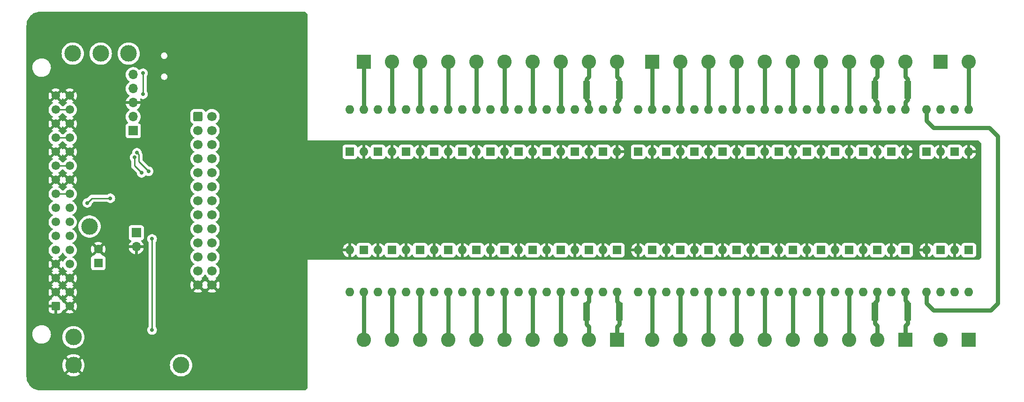
<source format=gbr>
%TF.GenerationSoftware,KiCad,Pcbnew,7.0.2-0*%
%TF.CreationDate,2023-06-04T18:07:02+02:00*%
%TF.ProjectId,main,6d61696e-2e6b-4696-9361-645f70636258,v.1.2.1*%
%TF.SameCoordinates,Original*%
%TF.FileFunction,Copper,L2,Bot*%
%TF.FilePolarity,Positive*%
%FSLAX46Y46*%
G04 Gerber Fmt 4.6, Leading zero omitted, Abs format (unit mm)*
G04 Created by KiCad (PCBNEW 7.0.2-0) date 2023-06-04 18:07:02*
%MOMM*%
%LPD*%
G01*
G04 APERTURE LIST*
G04 Aperture macros list*
%AMRoundRect*
0 Rectangle with rounded corners*
0 $1 Rounding radius*
0 $2 $3 $4 $5 $6 $7 $8 $9 X,Y pos of 4 corners*
0 Add a 4 corners polygon primitive as box body*
4,1,4,$2,$3,$4,$5,$6,$7,$8,$9,$2,$3,0*
0 Add four circle primitives for the rounded corners*
1,1,$1+$1,$2,$3*
1,1,$1+$1,$4,$5*
1,1,$1+$1,$6,$7*
1,1,$1+$1,$8,$9*
0 Add four rect primitives between the rounded corners*
20,1,$1+$1,$2,$3,$4,$5,0*
20,1,$1+$1,$4,$5,$6,$7,0*
20,1,$1+$1,$6,$7,$8,$9,0*
20,1,$1+$1,$8,$9,$2,$3,0*%
G04 Aperture macros list end*
%TA.AperFunction,ComponentPad*%
%ADD10C,3.000000*%
%TD*%
%TA.AperFunction,ComponentPad*%
%ADD11R,2.600000X2.600000*%
%TD*%
%TA.AperFunction,ComponentPad*%
%ADD12C,2.600000*%
%TD*%
%TA.AperFunction,ComponentPad*%
%ADD13R,1.600000X1.600000*%
%TD*%
%TA.AperFunction,ComponentPad*%
%ADD14O,1.600000X1.600000*%
%TD*%
%TA.AperFunction,ComponentPad*%
%ADD15R,1.700000X1.700000*%
%TD*%
%TA.AperFunction,ComponentPad*%
%ADD16O,1.700000X1.700000*%
%TD*%
%TA.AperFunction,ComponentPad*%
%ADD17C,1.600000*%
%TD*%
%TA.AperFunction,ComponentPad*%
%ADD18RoundRect,0.249999X0.525001X-0.525001X0.525001X0.525001X-0.525001X0.525001X-0.525001X-0.525001X0*%
%TD*%
%TA.AperFunction,ComponentPad*%
%ADD19C,1.550000*%
%TD*%
%TA.AperFunction,ComponentPad*%
%ADD20RoundRect,0.250000X-0.600000X-0.600000X0.600000X-0.600000X0.600000X0.600000X-0.600000X0.600000X0*%
%TD*%
%TA.AperFunction,ComponentPad*%
%ADD21C,1.700000*%
%TD*%
%TA.AperFunction,SMDPad,CuDef*%
%ADD22RoundRect,0.250000X-0.362500X-1.425000X0.362500X-1.425000X0.362500X1.425000X-0.362500X1.425000X0*%
%TD*%
%TA.AperFunction,ViaPad*%
%ADD23C,0.700000*%
%TD*%
%TA.AperFunction,Conductor*%
%ADD24C,0.250000*%
%TD*%
%TA.AperFunction,Conductor*%
%ADD25C,0.750000*%
%TD*%
G04 APERTURE END LIST*
D10*
%TO.P,TP7,1,1*%
%TO.N,/Microcontroller/LED*%
X53340000Y-112260000D03*
%TD*%
%TO.P,TP2,1,1*%
%TO.N,+3.3V*%
X33900000Y-107180000D03*
%TD*%
D11*
%TO.P,J5,1,Pin_1*%
%TO.N,Net-(J5-Pin_1)*%
X138430000Y-57404000D03*
D12*
%TO.P,J5,2,Pin_2*%
%TO.N,Net-(J5-Pin_2)*%
X143510000Y-57404000D03*
%TO.P,J5,3,Pin_3*%
%TO.N,Net-(J5-Pin_3)*%
X148590000Y-57404000D03*
%TO.P,J5,4,Pin_4*%
%TO.N,Net-(J5-Pin_4)*%
X153670000Y-57404000D03*
%TO.P,J5,5,Pin_5*%
%TO.N,Net-(J5-Pin_5)*%
X158750000Y-57404000D03*
%TO.P,J5,6,Pin_6*%
%TO.N,Net-(J5-Pin_6)*%
X163830000Y-57404000D03*
%TO.P,J5,7,Pin_7*%
%TO.N,Net-(J5-Pin_7)*%
X168910000Y-57404000D03*
%TO.P,J5,8,Pin_8*%
%TO.N,Net-(J5-Pin_8)*%
X173990000Y-57404000D03*
%TO.P,J5,9,Pin_9*%
%TO.N,Net-(J5-Pin_9)*%
X179070000Y-57404000D03*
%TO.P,J5,10,Pin_10*%
%TO.N,Net-(J5-Pin_10)*%
X184150000Y-57404000D03*
%TD*%
D11*
%TO.P,J4,1,Pin_1*%
%TO.N,/Relays/Input pins/Out_HIGH*%
X190500000Y-57404000D03*
D12*
%TO.P,J4,2,Pin_2*%
%TO.N,/Relays/Input pins/Out_LOW*%
X195580000Y-57404000D03*
%TD*%
D13*
%TO.P,U19,1*%
%TO.N,Net-(R29-Pad1)*%
X99060000Y-73660000D03*
D14*
%TO.P,U19,2*%
%TO.N,GND*%
X101600000Y-73660000D03*
%TO.P,U19,3*%
%TO.N,Net-(J6-Pin_4)*%
X101600000Y-66040000D03*
%TO.P,U19,4*%
%TO.N,/Relays/Input pins/Out_HIGH*%
X99060000Y-66040000D03*
%TD*%
D13*
%TO.P,U34,1*%
%TO.N,Net-(R46-Pad1)*%
X168910000Y-91440000D03*
D14*
%TO.P,U34,2*%
%TO.N,GND*%
X166370000Y-91440000D03*
%TO.P,U34,3*%
%TO.N,/Relays/Input pins/Bus_LOW*%
X166370000Y-99060000D03*
%TO.P,U34,4*%
%TO.N,Net-(J8-Pin_4)*%
X168910000Y-99060000D03*
%TD*%
D10*
%TO.P,TP6,1,1*%
%TO.N,/STROBE*%
X43882000Y-55880000D03*
%TD*%
D15*
%TO.P,J2,1,Pin_1*%
%TO.N,+3.3V*%
X44704000Y-69850000D03*
D16*
%TO.P,J2,2,Pin_2*%
%TO.N,/Microcontroller/SWCLK*%
X44704000Y-67310000D03*
%TO.P,J2,3,Pin_3*%
%TO.N,GND*%
X44704000Y-64770000D03*
%TO.P,J2,4,Pin_4*%
%TO.N,/Microcontroller/SWDIO*%
X44704000Y-62230000D03*
%TO.P,J2,5,Pin_5*%
%TO.N,/~{NRST}*%
X44704000Y-59690000D03*
%TD*%
D13*
%TO.P,U41,1*%
%TO.N,Net-(R53-Pad1)*%
X101600000Y-91440000D03*
D14*
%TO.P,U41,2*%
%TO.N,GND*%
X99060000Y-91440000D03*
%TO.P,U41,3*%
%TO.N,/Relays/Input pins/Bus_HIGH*%
X99060000Y-99060000D03*
%TO.P,U41,4*%
%TO.N,Net-(J9-Pin_7)*%
X101600000Y-99060000D03*
%TD*%
D13*
%TO.P,U42,1*%
%TO.N,Net-(R54-Pad1)*%
X148590000Y-91440000D03*
D14*
%TO.P,U42,2*%
%TO.N,GND*%
X146050000Y-91440000D03*
%TO.P,U42,3*%
%TO.N,/Relays/Input pins/Bus_LOW*%
X146050000Y-99060000D03*
%TO.P,U42,4*%
%TO.N,Net-(J8-Pin_8)*%
X148590000Y-99060000D03*
%TD*%
D13*
%TO.P,U36,1*%
%TO.N,Net-(R48-Pad1)*%
X163830000Y-91440000D03*
D14*
%TO.P,U36,2*%
%TO.N,GND*%
X161290000Y-91440000D03*
%TO.P,U36,3*%
%TO.N,/Relays/Input pins/Bus_HIGH*%
X161290000Y-99060000D03*
%TO.P,U36,4*%
%TO.N,Net-(J8-Pin_5)*%
X163830000Y-99060000D03*
%TD*%
D13*
%TO.P,U31,1*%
%TO.N,Net-(R43-Pad1)*%
X127000000Y-91440000D03*
D14*
%TO.P,U31,2*%
%TO.N,GND*%
X124460000Y-91440000D03*
%TO.P,U31,3*%
%TO.N,/Relays/Input pins/Bus_LOW*%
X124460000Y-99060000D03*
%TO.P,U31,4*%
%TO.N,Net-(J9-Pin_2)*%
X127000000Y-99060000D03*
%TD*%
D13*
%TO.P,U11,1*%
%TO.N,Net-(R21-Pad1)*%
X119380000Y-73660000D03*
D14*
%TO.P,U11,2*%
%TO.N,GND*%
X121920000Y-73660000D03*
%TO.P,U11,3*%
%TO.N,Net-(J6-Pin_8)*%
X121920000Y-66040000D03*
%TO.P,U11,4*%
%TO.N,/Relays/Input pins/Out_HIGH*%
X119380000Y-66040000D03*
%TD*%
D13*
%TO.P,U6,1*%
%TO.N,Net-(R14-Pad1)*%
X181610000Y-73660000D03*
D14*
%TO.P,U6,2*%
%TO.N,GND*%
X184150000Y-73660000D03*
%TO.P,U6,3*%
%TO.N,Net-(J5-Pin_10)*%
X184150000Y-66040000D03*
%TO.P,U6,4*%
%TO.N,/Relays/Input pins/Out_HIGH*%
X181610000Y-66040000D03*
%TD*%
D13*
%TO.P,U20,1*%
%TO.N,Net-(R30-Pad1)*%
X146050000Y-73660000D03*
D14*
%TO.P,U20,2*%
%TO.N,GND*%
X148590000Y-73660000D03*
%TO.P,U20,3*%
%TO.N,Net-(J5-Pin_3)*%
X148590000Y-66040000D03*
%TO.P,U20,4*%
%TO.N,/Relays/Input pins/Out_LOW*%
X146050000Y-66040000D03*
%TD*%
D13*
%TO.P,U44,1*%
%TO.N,Net-(R56-Pad1)*%
X143510000Y-91440000D03*
D14*
%TO.P,U44,2*%
%TO.N,GND*%
X140970000Y-91440000D03*
%TO.P,U44,3*%
%TO.N,/Relays/Input pins/Bus_HIGH*%
X140970000Y-99060000D03*
%TO.P,U44,4*%
%TO.N,Net-(J8-Pin_9)*%
X143510000Y-99060000D03*
%TD*%
D13*
%TO.P,U12,1*%
%TO.N,Net-(R22-Pad1)*%
X166370000Y-73660000D03*
D14*
%TO.P,U12,2*%
%TO.N,GND*%
X168910000Y-73660000D03*
%TO.P,U12,3*%
%TO.N,Net-(J5-Pin_7)*%
X168910000Y-66040000D03*
%TO.P,U12,4*%
%TO.N,/Relays/Input pins/Out_LOW*%
X166370000Y-66040000D03*
%TD*%
D13*
%TO.P,U4,1*%
%TO.N,Net-(R12-Pad1)*%
X187960000Y-73660000D03*
D14*
%TO.P,U4,2*%
%TO.N,GND*%
X190500000Y-73660000D03*
%TO.P,U4,3*%
%TO.N,/Relays/Input pins/Out_HIGH*%
X190500000Y-66040000D03*
%TO.P,U4,4*%
%TO.N,/Relays/Input pins/Bus_HIGH*%
X187960000Y-66040000D03*
%TD*%
D13*
%TO.P,U13,1*%
%TO.N,Net-(R23-Pad1)*%
X114300000Y-73660000D03*
D14*
%TO.P,U13,2*%
%TO.N,GND*%
X116840000Y-73660000D03*
%TO.P,U13,3*%
%TO.N,Net-(J6-Pin_7)*%
X116840000Y-66040000D03*
%TO.P,U13,4*%
%TO.N,/Relays/Input pins/Out_LOW*%
X114300000Y-66040000D03*
%TD*%
D13*
%TO.P,U8,1*%
%TO.N,Net-(R18-Pad1)*%
X176530000Y-73660000D03*
D14*
%TO.P,U8,2*%
%TO.N,GND*%
X179070000Y-73660000D03*
%TO.P,U8,3*%
%TO.N,Net-(J5-Pin_9)*%
X179070000Y-66040000D03*
%TO.P,U8,4*%
%TO.N,/Relays/Input pins/Out_LOW*%
X176530000Y-66040000D03*
%TD*%
D13*
%TO.P,U7,1*%
%TO.N,Net-(R15-Pad1)*%
X129540000Y-73660000D03*
D14*
%TO.P,U7,2*%
%TO.N,GND*%
X132080000Y-73660000D03*
%TO.P,U7,3*%
%TO.N,Net-(J6-Pin_10)*%
X132080000Y-66040000D03*
%TO.P,U7,4*%
%TO.N,/Relays/Input pins/Out_HIGH*%
X129540000Y-66040000D03*
%TD*%
D13*
%TO.P,U18,1*%
%TO.N,Net-(R28-Pad1)*%
X151130000Y-73660000D03*
D14*
%TO.P,U18,2*%
%TO.N,GND*%
X153670000Y-73660000D03*
%TO.P,U18,3*%
%TO.N,Net-(J5-Pin_4)*%
X153670000Y-66040000D03*
%TO.P,U18,4*%
%TO.N,/Relays/Input pins/Out_HIGH*%
X151130000Y-66040000D03*
%TD*%
D13*
%TO.P,C1,1*%
%TO.N,+5V*%
X38400000Y-93760000D03*
D17*
%TO.P,C1,2*%
%TO.N,GND*%
X38400000Y-91260000D03*
%TD*%
D13*
%TO.P,U24,1*%
%TO.N,Net-(R34-Pad1)*%
X135890000Y-73660000D03*
D14*
%TO.P,U24,2*%
%TO.N,GND*%
X138430000Y-73660000D03*
%TO.P,U24,3*%
%TO.N,Net-(J5-Pin_1)*%
X138430000Y-66040000D03*
%TO.P,U24,4*%
%TO.N,/Relays/Input pins/Out_LOW*%
X135890000Y-66040000D03*
%TD*%
D10*
%TO.P,TP5,1,1*%
%TO.N,/CLK*%
X38832000Y-55880000D03*
%TD*%
D13*
%TO.P,U43,1*%
%TO.N,Net-(R55-Pad1)*%
X96520000Y-91440000D03*
D14*
%TO.P,U43,2*%
%TO.N,GND*%
X93980000Y-91440000D03*
%TO.P,U43,3*%
%TO.N,/Relays/Input pins/Bus_LOW*%
X93980000Y-99060000D03*
%TO.P,U43,4*%
%TO.N,Net-(J9-Pin_8)*%
X96520000Y-99060000D03*
%TD*%
D13*
%TO.P,U25,1*%
%TO.N,Net-(R35-Pad1)*%
X83820000Y-73660000D03*
D14*
%TO.P,U25,2*%
%TO.N,GND*%
X86360000Y-73660000D03*
%TO.P,U25,3*%
%TO.N,Net-(J6-Pin_1)*%
X86360000Y-66040000D03*
%TO.P,U25,4*%
%TO.N,/Relays/Input pins/Out_LOW*%
X83820000Y-66040000D03*
%TD*%
D13*
%TO.P,U17,1*%
%TO.N,Net-(R27-Pad1)*%
X104140000Y-73660000D03*
D14*
%TO.P,U17,2*%
%TO.N,GND*%
X106680000Y-73660000D03*
%TO.P,U17,3*%
%TO.N,Net-(J6-Pin_5)*%
X106680000Y-66040000D03*
%TO.P,U17,4*%
%TO.N,/Relays/Input pins/Out_LOW*%
X104140000Y-66040000D03*
%TD*%
D13*
%TO.P,U10,1*%
%TO.N,Net-(R20-Pad1)*%
X171450000Y-73660000D03*
D14*
%TO.P,U10,2*%
%TO.N,GND*%
X173990000Y-73660000D03*
%TO.P,U10,3*%
%TO.N,Net-(J5-Pin_8)*%
X173990000Y-66040000D03*
%TO.P,U10,4*%
%TO.N,/Relays/Input pins/Out_HIGH*%
X171450000Y-66040000D03*
%TD*%
D15*
%TO.P,J3,1,Pin_1*%
%TO.N,Net-(J3-Pin_1)*%
X45250000Y-88310000D03*
D16*
%TO.P,J3,2,Pin_2*%
%TO.N,GND*%
X45250000Y-90850000D03*
%TD*%
D13*
%TO.P,U38,1*%
%TO.N,Net-(R50-Pad1)*%
X158750000Y-91440000D03*
D14*
%TO.P,U38,2*%
%TO.N,GND*%
X156210000Y-91440000D03*
%TO.P,U38,3*%
%TO.N,/Relays/Input pins/Bus_LOW*%
X156210000Y-99060000D03*
%TO.P,U38,4*%
%TO.N,Net-(J8-Pin_6)*%
X158750000Y-99060000D03*
%TD*%
D13*
%TO.P,U15,1*%
%TO.N,Net-(R25-Pad1)*%
X109220000Y-73660000D03*
D14*
%TO.P,U15,2*%
%TO.N,GND*%
X111760000Y-73660000D03*
%TO.P,U15,3*%
%TO.N,Net-(J6-Pin_6)*%
X111760000Y-66040000D03*
%TO.P,U15,4*%
%TO.N,/Relays/Input pins/Out_HIGH*%
X109220000Y-66040000D03*
%TD*%
D13*
%TO.P,U5,1*%
%TO.N,Net-(R13-Pad1)*%
X193040000Y-73660000D03*
D14*
%TO.P,U5,2*%
%TO.N,GND*%
X195580000Y-73660000D03*
%TO.P,U5,3*%
%TO.N,/Relays/Input pins/Out_LOW*%
X195580000Y-66040000D03*
%TO.P,U5,4*%
%TO.N,/Relays/Input pins/Bus_LOW*%
X193040000Y-66040000D03*
%TD*%
D13*
%TO.P,U37,1*%
%TO.N,Net-(R49-Pad1)*%
X111760000Y-91440000D03*
D14*
%TO.P,U37,2*%
%TO.N,GND*%
X109220000Y-91440000D03*
%TO.P,U37,3*%
%TO.N,/Relays/Input pins/Bus_HIGH*%
X109220000Y-99060000D03*
%TO.P,U37,4*%
%TO.N,Net-(J9-Pin_5)*%
X111760000Y-99060000D03*
%TD*%
D13*
%TO.P,U22,1*%
%TO.N,Net-(R32-Pad1)*%
X140970000Y-73660000D03*
D14*
%TO.P,U22,2*%
%TO.N,GND*%
X143510000Y-73660000D03*
%TO.P,U22,3*%
%TO.N,Net-(J5-Pin_2)*%
X143510000Y-66040000D03*
%TO.P,U22,4*%
%TO.N,/Relays/Input pins/Out_HIGH*%
X140970000Y-66040000D03*
%TD*%
D13*
%TO.P,U33,1*%
%TO.N,Net-(R45-Pad1)*%
X121920000Y-91440000D03*
D14*
%TO.P,U33,2*%
%TO.N,GND*%
X119380000Y-91440000D03*
%TO.P,U33,3*%
%TO.N,/Relays/Input pins/Bus_HIGH*%
X119380000Y-99060000D03*
%TO.P,U33,4*%
%TO.N,Net-(J9-Pin_3)*%
X121920000Y-99060000D03*
%TD*%
D18*
%TO.P,J1,a1,Pin_a1*%
%TO.N,GND*%
X30700000Y-101605080D03*
D19*
%TO.P,J1,a2,Pin_a2*%
X30700000Y-99065080D03*
%TO.P,J1,a3,Pin_a3*%
X30700000Y-96525080D03*
%TO.P,J1,a4,Pin_a4*%
X30700000Y-93985080D03*
%TO.P,J1,a5,Pin_a5*%
%TO.N,+5V*%
X30700000Y-91445080D03*
%TO.P,J1,a6,Pin_a6*%
X30700000Y-88905080D03*
%TO.P,J1,a7,Pin_a7*%
X30700000Y-86365080D03*
%TO.P,J1,a8,Pin_a8*%
X30700000Y-83825080D03*
%TO.P,J1,a9,Pin_a9*%
%TO.N,/~{NRST}*%
X30700000Y-81285080D03*
%TO.P,J1,a10,Pin_a10*%
%TO.N,GND*%
X30700000Y-78745080D03*
%TO.P,J1,a11,Pin_a11*%
%TO.N,/STROBE*%
X30700000Y-76205080D03*
%TO.P,J1,a12,Pin_a12*%
%TO.N,GND*%
X30700000Y-73665080D03*
%TO.P,J1,a13,Pin_a13*%
%TO.N,/CLK*%
X30700000Y-71125080D03*
%TO.P,J1,a14,Pin_a14*%
%TO.N,GND*%
X30700000Y-68585080D03*
%TO.P,J1,a15,Pin_a15*%
%TO.N,/DATA*%
X30700000Y-66045080D03*
%TO.P,J1,a16,Pin_a16*%
%TO.N,GND*%
X30700000Y-63505080D03*
%TO.P,J1,b1,Pin_b1*%
X33240000Y-101605080D03*
%TO.P,J1,b2,Pin_b2*%
X33240000Y-99065080D03*
%TO.P,J1,b3,Pin_b3*%
X33240000Y-96525080D03*
%TO.P,J1,b4,Pin_b4*%
%TO.N,/ID*%
X33240000Y-93985080D03*
%TO.P,J1,b5,Pin_b5*%
%TO.N,+5V*%
X33240000Y-91445080D03*
%TO.P,J1,b6,Pin_b6*%
X33240000Y-88905080D03*
%TO.P,J1,b7,Pin_b7*%
X33240000Y-86365080D03*
%TO.P,J1,b8,Pin_b8*%
X33240000Y-83825080D03*
%TO.P,J1,b9,Pin_b9*%
%TO.N,/~{NRST}*%
X33240000Y-81285080D03*
%TO.P,J1,b10,Pin_b10*%
%TO.N,GND*%
X33240000Y-78745080D03*
%TO.P,J1,b11,Pin_b11*%
%TO.N,/STROBE*%
X33240000Y-76205080D03*
%TO.P,J1,b12,Pin_b12*%
%TO.N,GND*%
X33240000Y-73665080D03*
%TO.P,J1,b13,Pin_b13*%
%TO.N,/CLK*%
X33240000Y-71125080D03*
%TO.P,J1,b14,Pin_b14*%
%TO.N,GND*%
X33240000Y-68585080D03*
%TO.P,J1,b15,Pin_b15*%
%TO.N,/DATA*%
X33240000Y-66045080D03*
%TO.P,J1,b16,Pin_b16*%
%TO.N,GND*%
X33240000Y-63505080D03*
%TD*%
D13*
%TO.P,U23,1*%
%TO.N,Net-(R33-Pad1)*%
X88900000Y-73660000D03*
D14*
%TO.P,U23,2*%
%TO.N,GND*%
X91440000Y-73660000D03*
%TO.P,U23,3*%
%TO.N,Net-(J6-Pin_2)*%
X91440000Y-66040000D03*
%TO.P,U23,4*%
%TO.N,/Relays/Input pins/Out_HIGH*%
X88900000Y-66040000D03*
%TD*%
D13*
%TO.P,U39,1*%
%TO.N,Net-(R51-Pad1)*%
X106680000Y-91440000D03*
D14*
%TO.P,U39,2*%
%TO.N,GND*%
X104140000Y-91440000D03*
%TO.P,U39,3*%
%TO.N,/Relays/Input pins/Bus_LOW*%
X104140000Y-99060000D03*
%TO.P,U39,4*%
%TO.N,Net-(J9-Pin_6)*%
X106680000Y-99060000D03*
%TD*%
D13*
%TO.P,U47,1*%
%TO.N,Net-(R59-Pad1)*%
X86360000Y-91440000D03*
D14*
%TO.P,U47,2*%
%TO.N,GND*%
X83820000Y-91440000D03*
%TO.P,U47,3*%
%TO.N,/Relays/Input pins/Bus_LOW*%
X83820000Y-99060000D03*
%TO.P,U47,4*%
%TO.N,Net-(J9-Pin_10)*%
X86360000Y-99060000D03*
%TD*%
D13*
%TO.P,U46,1*%
%TO.N,Net-(R58-Pad1)*%
X138430000Y-91440000D03*
D14*
%TO.P,U46,2*%
%TO.N,GND*%
X135890000Y-91440000D03*
%TO.P,U46,3*%
%TO.N,/Relays/Input pins/Bus_LOW*%
X135890000Y-99060000D03*
%TO.P,U46,4*%
%TO.N,Net-(J8-Pin_10)*%
X138430000Y-99060000D03*
%TD*%
D10*
%TO.P,TP1,1,1*%
%TO.N,+5V*%
X36819000Y-87169000D03*
%TD*%
D11*
%TO.P,J7,1,Pin_1*%
%TO.N,/Relays/Input/Sense pins/Sense_LOW*%
X195580000Y-107696000D03*
D12*
%TO.P,J7,2,Pin_2*%
%TO.N,/Relays/Input/Sense pins/Sense_HIGH*%
X190500000Y-107696000D03*
%TD*%
D11*
%TO.P,J9,1,Pin_1*%
%TO.N,Net-(J9-Pin_1)*%
X132080000Y-107696000D03*
D12*
%TO.P,J9,2,Pin_2*%
%TO.N,Net-(J9-Pin_2)*%
X127000000Y-107696000D03*
%TO.P,J9,3,Pin_3*%
%TO.N,Net-(J9-Pin_3)*%
X121920000Y-107696000D03*
%TO.P,J9,4,Pin_4*%
%TO.N,Net-(J9-Pin_4)*%
X116840000Y-107696000D03*
%TO.P,J9,5,Pin_5*%
%TO.N,Net-(J9-Pin_5)*%
X111760000Y-107696000D03*
%TO.P,J9,6,Pin_6*%
%TO.N,Net-(J9-Pin_6)*%
X106680000Y-107696000D03*
%TO.P,J9,7,Pin_7*%
%TO.N,Net-(J9-Pin_7)*%
X101600000Y-107696000D03*
%TO.P,J9,8,Pin_8*%
%TO.N,Net-(J9-Pin_8)*%
X96520000Y-107696000D03*
%TO.P,J9,9,Pin_9*%
%TO.N,Net-(J9-Pin_9)*%
X91440000Y-107696000D03*
%TO.P,J9,10,Pin_10*%
%TO.N,Net-(J9-Pin_10)*%
X86360000Y-107696000D03*
%TD*%
D10*
%TO.P,TP3,1,1*%
%TO.N,GND*%
X33900000Y-112260000D03*
%TD*%
D13*
%TO.P,U16,1*%
%TO.N,Net-(R26-Pad1)*%
X156210000Y-73660000D03*
D14*
%TO.P,U16,2*%
%TO.N,GND*%
X158750000Y-73660000D03*
%TO.P,U16,3*%
%TO.N,Net-(J5-Pin_5)*%
X158750000Y-66040000D03*
%TO.P,U16,4*%
%TO.N,/Relays/Input pins/Out_LOW*%
X156210000Y-66040000D03*
%TD*%
D13*
%TO.P,U35,1*%
%TO.N,Net-(R47-Pad1)*%
X116840000Y-91440000D03*
D14*
%TO.P,U35,2*%
%TO.N,GND*%
X114300000Y-91440000D03*
%TO.P,U35,3*%
%TO.N,/Relays/Input pins/Bus_LOW*%
X114300000Y-99060000D03*
%TO.P,U35,4*%
%TO.N,Net-(J9-Pin_4)*%
X116840000Y-99060000D03*
%TD*%
D13*
%TO.P,U9,1*%
%TO.N,Net-(R19-Pad1)*%
X124460000Y-73660000D03*
D14*
%TO.P,U9,2*%
%TO.N,GND*%
X127000000Y-73660000D03*
%TO.P,U9,3*%
%TO.N,Net-(J6-Pin_9)*%
X127000000Y-66040000D03*
%TO.P,U9,4*%
%TO.N,/Relays/Input pins/Out_LOW*%
X124460000Y-66040000D03*
%TD*%
D13*
%TO.P,U21,1*%
%TO.N,Net-(R31-Pad1)*%
X93980000Y-73660000D03*
D14*
%TO.P,U21,2*%
%TO.N,GND*%
X96520000Y-73660000D03*
%TO.P,U21,3*%
%TO.N,Net-(J6-Pin_3)*%
X96520000Y-66040000D03*
%TO.P,U21,4*%
%TO.N,/Relays/Input pins/Out_LOW*%
X93980000Y-66040000D03*
%TD*%
D13*
%TO.P,U28,1*%
%TO.N,Net-(R38-Pad1)*%
X184150000Y-91440000D03*
D14*
%TO.P,U28,2*%
%TO.N,GND*%
X181610000Y-91440000D03*
%TO.P,U28,3*%
%TO.N,/Relays/Input pins/Bus_HIGH*%
X181610000Y-99060000D03*
%TO.P,U28,4*%
%TO.N,Net-(J8-Pin_1)*%
X184150000Y-99060000D03*
%TD*%
D13*
%TO.P,U29,1*%
%TO.N,Net-(R39-Pad1)*%
X132080000Y-91440000D03*
D14*
%TO.P,U29,2*%
%TO.N,GND*%
X129540000Y-91440000D03*
%TO.P,U29,3*%
%TO.N,/Relays/Input pins/Bus_HIGH*%
X129540000Y-99060000D03*
%TO.P,U29,4*%
%TO.N,Net-(J9-Pin_1)*%
X132080000Y-99060000D03*
%TD*%
D13*
%TO.P,U40,1*%
%TO.N,Net-(R52-Pad1)*%
X153670000Y-91440000D03*
D14*
%TO.P,U40,2*%
%TO.N,GND*%
X151130000Y-91440000D03*
%TO.P,U40,3*%
%TO.N,/Relays/Input pins/Bus_HIGH*%
X151130000Y-99060000D03*
%TO.P,U40,4*%
%TO.N,Net-(J8-Pin_7)*%
X153670000Y-99060000D03*
%TD*%
D13*
%TO.P,U45,1*%
%TO.N,Net-(R57-Pad1)*%
X91440000Y-91440000D03*
D14*
%TO.P,U45,2*%
%TO.N,GND*%
X88900000Y-91440000D03*
%TO.P,U45,3*%
%TO.N,/Relays/Input pins/Bus_HIGH*%
X88900000Y-99060000D03*
%TO.P,U45,4*%
%TO.N,Net-(J9-Pin_9)*%
X91440000Y-99060000D03*
%TD*%
D13*
%TO.P,U14,1*%
%TO.N,Net-(R24-Pad1)*%
X161290000Y-73660000D03*
D14*
%TO.P,U14,2*%
%TO.N,GND*%
X163830000Y-73660000D03*
%TO.P,U14,3*%
%TO.N,Net-(J5-Pin_6)*%
X163830000Y-66040000D03*
%TO.P,U14,4*%
%TO.N,/Relays/Input pins/Out_HIGH*%
X161290000Y-66040000D03*
%TD*%
D13*
%TO.P,U26,1*%
%TO.N,Net-(R36-Pad1)*%
X190500000Y-91440000D03*
D14*
%TO.P,U26,2*%
%TO.N,GND*%
X187960000Y-91440000D03*
%TO.P,U26,3*%
%TO.N,/Relays/Input pins/Bus_HIGH*%
X187960000Y-99060000D03*
%TO.P,U26,4*%
%TO.N,/Relays/Input/Sense pins/Sense_HIGH*%
X190500000Y-99060000D03*
%TD*%
D13*
%TO.P,U32,1*%
%TO.N,Net-(R44-Pad1)*%
X173990000Y-91440000D03*
D14*
%TO.P,U32,2*%
%TO.N,GND*%
X171450000Y-91440000D03*
%TO.P,U32,3*%
%TO.N,/Relays/Input pins/Bus_HIGH*%
X171450000Y-99060000D03*
%TO.P,U32,4*%
%TO.N,Net-(J8-Pin_3)*%
X173990000Y-99060000D03*
%TD*%
D13*
%TO.P,U30,1*%
%TO.N,Net-(R42-Pad1)*%
X179070000Y-91440000D03*
D14*
%TO.P,U30,2*%
%TO.N,GND*%
X176530000Y-91440000D03*
%TO.P,U30,3*%
%TO.N,/Relays/Input pins/Bus_LOW*%
X176530000Y-99060000D03*
%TO.P,U30,4*%
%TO.N,Net-(J8-Pin_2)*%
X179070000Y-99060000D03*
%TD*%
D11*
%TO.P,J8,1,Pin_1*%
%TO.N,Net-(J8-Pin_1)*%
X184150000Y-107696000D03*
D12*
%TO.P,J8,2,Pin_2*%
%TO.N,Net-(J8-Pin_2)*%
X179070000Y-107696000D03*
%TO.P,J8,3,Pin_3*%
%TO.N,Net-(J8-Pin_3)*%
X173990000Y-107696000D03*
%TO.P,J8,4,Pin_4*%
%TO.N,Net-(J8-Pin_4)*%
X168910000Y-107696000D03*
%TO.P,J8,5,Pin_5*%
%TO.N,Net-(J8-Pin_5)*%
X163830000Y-107696000D03*
%TO.P,J8,6,Pin_6*%
%TO.N,Net-(J8-Pin_6)*%
X158750000Y-107696000D03*
%TO.P,J8,7,Pin_7*%
%TO.N,Net-(J8-Pin_7)*%
X153670000Y-107696000D03*
%TO.P,J8,8,Pin_8*%
%TO.N,Net-(J8-Pin_8)*%
X148590000Y-107696000D03*
%TO.P,J8,9,Pin_9*%
%TO.N,Net-(J8-Pin_9)*%
X143510000Y-107696000D03*
%TO.P,J8,10,Pin_10*%
%TO.N,Net-(J8-Pin_10)*%
X138430000Y-107696000D03*
%TD*%
D10*
%TO.P,TP4,1,1*%
%TO.N,/DATA*%
X33782000Y-55880000D03*
%TD*%
D13*
%TO.P,U27,1*%
%TO.N,Net-(R37-Pad1)*%
X195580000Y-91440000D03*
D14*
%TO.P,U27,2*%
%TO.N,GND*%
X193040000Y-91440000D03*
%TO.P,U27,3*%
%TO.N,/Relays/Input pins/Bus_LOW*%
X193040000Y-99060000D03*
%TO.P,U27,4*%
%TO.N,/Relays/Input/Sense pins/Sense_LOW*%
X195580000Y-99060000D03*
%TD*%
D11*
%TO.P,J6,1,Pin_1*%
%TO.N,Net-(J6-Pin_1)*%
X86360000Y-57404000D03*
D12*
%TO.P,J6,2,Pin_2*%
%TO.N,Net-(J6-Pin_2)*%
X91440000Y-57404000D03*
%TO.P,J6,3,Pin_3*%
%TO.N,Net-(J6-Pin_3)*%
X96520000Y-57404000D03*
%TO.P,J6,4,Pin_4*%
%TO.N,Net-(J6-Pin_4)*%
X101600000Y-57404000D03*
%TO.P,J6,5,Pin_5*%
%TO.N,Net-(J6-Pin_5)*%
X106680000Y-57404000D03*
%TO.P,J6,6,Pin_6*%
%TO.N,Net-(J6-Pin_6)*%
X111760000Y-57404000D03*
%TO.P,J6,7,Pin_7*%
%TO.N,Net-(J6-Pin_7)*%
X116840000Y-57404000D03*
%TO.P,J6,8,Pin_8*%
%TO.N,Net-(J6-Pin_8)*%
X121920000Y-57404000D03*
%TO.P,J6,9,Pin_9*%
%TO.N,Net-(J6-Pin_9)*%
X127000000Y-57404000D03*
%TO.P,J6,10,Pin_10*%
%TO.N,Net-(J6-Pin_10)*%
X132080000Y-57404000D03*
%TD*%
D20*
%TO.P,J10,1,Pin_1*%
%TO.N,/Microcontroller/CH10*%
X56400000Y-67280000D03*
D21*
%TO.P,J10,2,Pin_2*%
%TO.N,/Microcontroller/CH9*%
X58940000Y-67280000D03*
%TO.P,J10,3,Pin_3*%
%TO.N,/Microcontroller/CH8*%
X56400000Y-69820000D03*
%TO.P,J10,4,Pin_4*%
%TO.N,/Microcontroller/CH7*%
X58940000Y-69820000D03*
%TO.P,J10,5,Pin_5*%
%TO.N,/Microcontroller/CH6*%
X56400000Y-72360000D03*
%TO.P,J10,6,Pin_6*%
%TO.N,/Microcontroller/CH5*%
X58940000Y-72360000D03*
%TO.P,J10,7,Pin_7*%
%TO.N,/Microcontroller/CH4*%
X56400000Y-74900000D03*
%TO.P,J10,8,Pin_8*%
%TO.N,/Microcontroller/CH3*%
X58940000Y-74900000D03*
%TO.P,J10,9,Pin_9*%
%TO.N,/Microcontroller/CH2*%
X56400000Y-77440000D03*
%TO.P,J10,10,Pin_10*%
%TO.N,/Microcontroller/CH1*%
X58940000Y-77440000D03*
%TO.P,J10,11,Pin_11*%
%TO.N,/Microcontroller/Bus2_input_enable*%
X56400000Y-79980000D03*
%TO.P,J10,12,Pin_12*%
%TO.N,/Microcontroller/Bus2_sense_enable*%
X58940000Y-79980000D03*
%TO.P,J10,13,Pin_13*%
%TO.N,/Microcontroller/CH11*%
X56400000Y-82520000D03*
%TO.P,J10,14,Pin_14*%
%TO.N,/Microcontroller/CH12*%
X58940000Y-82520000D03*
%TO.P,J10,15,Pin_15*%
%TO.N,/Microcontroller/CH13*%
X56400000Y-85060000D03*
%TO.P,J10,16,Pin_16*%
%TO.N,/Microcontroller/CH14*%
X58940000Y-85060000D03*
%TO.P,J10,17,Pin_17*%
%TO.N,/Microcontroller/CH15*%
X56400000Y-87600000D03*
%TO.P,J10,18,Pin_18*%
%TO.N,/Microcontroller/CH16*%
X58940000Y-87600000D03*
%TO.P,J10,19,Pin_19*%
%TO.N,/Microcontroller/CH17*%
X56400000Y-90140000D03*
%TO.P,J10,20,Pin_20*%
%TO.N,/Microcontroller/CH18*%
X58940000Y-90140000D03*
%TO.P,J10,21,Pin_21*%
%TO.N,/Microcontroller/CH19*%
X56400000Y-92680000D03*
%TO.P,J10,22,Pin_22*%
%TO.N,/Microcontroller/CH20*%
X58940000Y-92680000D03*
%TO.P,J10,23,Pin_23*%
%TO.N,+3.3V*%
X56400000Y-95220000D03*
%TO.P,J10,24,Pin_24*%
X58940000Y-95220000D03*
%TO.P,J10,25,Pin_25*%
%TO.N,GND*%
X56400000Y-97760000D03*
%TO.P,J10,26,Pin_26*%
X58940000Y-97760000D03*
%TD*%
D22*
%TO.P,R40,1*%
%TO.N,Net-(J8-Pin_2)*%
X178647500Y-102616000D03*
%TO.P,R40,2*%
%TO.N,Net-(J8-Pin_1)*%
X184572500Y-102616000D03*
%TD*%
%TO.P,R41,1*%
%TO.N,Net-(J9-Pin_2)*%
X126577500Y-102616000D03*
%TO.P,R41,2*%
%TO.N,Net-(J9-Pin_1)*%
X132502500Y-102616000D03*
%TD*%
%TO.P,R16,1*%
%TO.N,Net-(J5-Pin_9)*%
X178647500Y-62484000D03*
%TO.P,R16,2*%
%TO.N,Net-(J5-Pin_10)*%
X184572500Y-62484000D03*
%TD*%
%TO.P,R17,1*%
%TO.N,Net-(J6-Pin_9)*%
X126577500Y-62484000D03*
%TO.P,R17,2*%
%TO.N,Net-(J6-Pin_10)*%
X132502500Y-62484000D03*
%TD*%
D23*
%TO.N,GND*%
X47098000Y-111554000D03*
X36322000Y-67564000D03*
X45574000Y-111554000D03*
X36322000Y-72644000D03*
X36322000Y-77724000D03*
X41656000Y-81330000D03*
X41656000Y-80518000D03*
X40600000Y-83610000D03*
X39116000Y-70358000D03*
X54356000Y-58674000D03*
X41148000Y-98806000D03*
X42672000Y-98806000D03*
%TO.N,Net-(U3-NRST)*%
X40575000Y-82060000D03*
X36400000Y-82910000D03*
%TO.N,/Microcontroller/SWDIO*%
X44958000Y-74676000D03*
X46228000Y-77470000D03*
%TO.N,/Microcontroller/SWCLK*%
X47490000Y-77180000D03*
X46482000Y-59436000D03*
X46482000Y-63246000D03*
X45375500Y-73823212D03*
%TO.N,/Microcontroller/LED*%
X48110000Y-89408000D03*
X48110000Y-105890000D03*
%TD*%
D24*
%TO.N,/~{NRST}*%
X30700000Y-81285080D02*
X33240000Y-81285080D01*
%TO.N,Net-(U3-NRST)*%
X40575000Y-82060000D02*
X37250000Y-82060000D01*
X37250000Y-82060000D02*
X36400000Y-82910000D01*
%TO.N,/Microcontroller/SWDIO*%
X46228000Y-77470000D02*
X44958000Y-76200000D01*
X44958000Y-76200000D02*
X44958000Y-74676000D01*
%TO.N,/Microcontroller/SWCLK*%
X45375500Y-73823212D02*
X45375500Y-73823500D01*
X45375500Y-73823500D02*
X45720000Y-74168000D01*
X45720000Y-74168000D02*
X45720000Y-75438000D01*
X45715701Y-75433701D02*
X47498000Y-77216000D01*
X46482000Y-59436000D02*
X46482000Y-63246000D01*
D25*
%TO.N,/Relays/Input pins/Out_LOW*%
X195580000Y-66040000D02*
X195580000Y-57404000D01*
%TO.N,Net-(J5-Pin_1)*%
X138430000Y-66040000D02*
X138430000Y-57404000D01*
%TO.N,Net-(J5-Pin_2)*%
X143510000Y-66040000D02*
X143510000Y-57404000D01*
%TO.N,Net-(J5-Pin_3)*%
X148590000Y-66040000D02*
X148590000Y-57404000D01*
%TO.N,Net-(J5-Pin_4)*%
X153670000Y-66040000D02*
X153670000Y-57404000D01*
%TO.N,Net-(J5-Pin_5)*%
X158750000Y-66040000D02*
X158750000Y-57404000D01*
%TO.N,Net-(J5-Pin_6)*%
X163830000Y-66040000D02*
X163830000Y-57404000D01*
%TO.N,Net-(J5-Pin_7)*%
X168910000Y-66040000D02*
X168910000Y-57404000D01*
%TO.N,Net-(J5-Pin_8)*%
X173990000Y-66040000D02*
X173990000Y-57404000D01*
%TO.N,Net-(J5-Pin_9)*%
X179070000Y-64643000D02*
X179070000Y-66040000D01*
X179070000Y-60071000D02*
X178647500Y-60493500D01*
X178647500Y-64220500D02*
X179070000Y-64643000D01*
X178647500Y-60493500D02*
X178647500Y-62484000D01*
X178647500Y-62484000D02*
X178647500Y-64220500D01*
X179070000Y-60071000D02*
X179070000Y-57404000D01*
%TO.N,Net-(J5-Pin_10)*%
X184150000Y-60071000D02*
X184572500Y-60493500D01*
X184150000Y-64643000D02*
X184150000Y-66040000D01*
X184572500Y-64220500D02*
X184150000Y-64643000D01*
X184572500Y-62484000D02*
X184572500Y-64220500D01*
X184572500Y-60493500D02*
X184572500Y-62484000D01*
X184150000Y-60071000D02*
X184150000Y-57404000D01*
%TO.N,Net-(J6-Pin_1)*%
X86360000Y-66040000D02*
X86360000Y-57404000D01*
%TO.N,Net-(J6-Pin_2)*%
X91440000Y-66040000D02*
X91440000Y-57404000D01*
%TO.N,Net-(J6-Pin_3)*%
X96520000Y-66040000D02*
X96520000Y-57404000D01*
%TO.N,Net-(J6-Pin_4)*%
X101600000Y-66040000D02*
X101600000Y-57404000D01*
%TO.N,Net-(J6-Pin_5)*%
X106680000Y-66040000D02*
X106680000Y-57404000D01*
%TO.N,Net-(J6-Pin_6)*%
X111760000Y-66040000D02*
X111760000Y-57404000D01*
%TO.N,Net-(J6-Pin_7)*%
X116840000Y-66040000D02*
X116840000Y-57404000D01*
%TO.N,Net-(J6-Pin_8)*%
X121920000Y-66040000D02*
X121920000Y-57404000D01*
%TO.N,Net-(J6-Pin_9)*%
X127000000Y-64643000D02*
X127000000Y-66040000D01*
X126577500Y-64220500D02*
X127000000Y-64643000D01*
X126577500Y-62484000D02*
X126577500Y-64220500D01*
X126577500Y-60493500D02*
X126577500Y-62484000D01*
X127000000Y-60071000D02*
X126577500Y-60493500D01*
X127000000Y-60071000D02*
X127000000Y-57404000D01*
%TO.N,Net-(J6-Pin_10)*%
X132502500Y-64220500D02*
X132080000Y-64643000D01*
X132080000Y-60071000D02*
X132502500Y-60493500D01*
X132502500Y-62484000D02*
X132502500Y-64220500D01*
X132080000Y-64643000D02*
X132080000Y-66040000D01*
X132502500Y-60493500D02*
X132502500Y-62484000D01*
X132080000Y-60071000D02*
X132080000Y-57404000D01*
%TO.N,Net-(J8-Pin_1)*%
X184572500Y-104733500D02*
X184150000Y-105156000D01*
X184150000Y-100584000D02*
X184572500Y-101006500D01*
X184572500Y-101006500D02*
X184572500Y-104733500D01*
X184150000Y-98933000D02*
X184150000Y-100584000D01*
X184150000Y-105156000D02*
X184150000Y-107696000D01*
%TO.N,Net-(J8-Pin_2)*%
X178647500Y-101006500D02*
X178647500Y-104733500D01*
X179070000Y-100584000D02*
X178647500Y-101006500D01*
X179070000Y-98933000D02*
X179070000Y-100584000D01*
X178647500Y-104733500D02*
X179070000Y-105156000D01*
X179070000Y-105156000D02*
X179070000Y-107696000D01*
%TO.N,Net-(J8-Pin_3)*%
X173990000Y-99060000D02*
X173990000Y-107696000D01*
%TO.N,Net-(J8-Pin_4)*%
X168910000Y-99060000D02*
X168910000Y-107696000D01*
%TO.N,Net-(J8-Pin_5)*%
X163830000Y-99060000D02*
X163830000Y-107696000D01*
%TO.N,Net-(J8-Pin_6)*%
X158750000Y-99060000D02*
X158750000Y-107696000D01*
%TO.N,Net-(J8-Pin_7)*%
X153670000Y-99060000D02*
X153670000Y-107696000D01*
%TO.N,Net-(J8-Pin_8)*%
X148590000Y-99060000D02*
X148590000Y-107696000D01*
%TO.N,Net-(J8-Pin_9)*%
X143510000Y-99060000D02*
X143510000Y-107696000D01*
%TO.N,Net-(J8-Pin_10)*%
X138430000Y-99060000D02*
X138430000Y-107696000D01*
%TO.N,Net-(J9-Pin_1)*%
X132080000Y-99060000D02*
X132080000Y-100711000D01*
X132502500Y-101133500D02*
X132502500Y-104860500D01*
X132080000Y-100711000D02*
X132502500Y-101133500D01*
X132502500Y-104860500D02*
X132080000Y-105283000D01*
X132080000Y-105283000D02*
X132080000Y-107696000D01*
%TO.N,Net-(J9-Pin_2)*%
X127000000Y-100711000D02*
X126577500Y-101133500D01*
X127000000Y-99060000D02*
X127000000Y-100711000D01*
X126577500Y-104860500D02*
X127000000Y-105283000D01*
X126577500Y-101133500D02*
X126577500Y-104860500D01*
X127000000Y-105283000D02*
X127000000Y-107696000D01*
%TO.N,Net-(J9-Pin_3)*%
X121920000Y-99060000D02*
X121920000Y-107696000D01*
%TO.N,Net-(J9-Pin_4)*%
X116840000Y-99060000D02*
X116840000Y-107696000D01*
%TO.N,Net-(J9-Pin_5)*%
X111760000Y-107696000D02*
X111760000Y-99060000D01*
%TO.N,Net-(J9-Pin_6)*%
X106680000Y-99060000D02*
X106680000Y-107696000D01*
%TO.N,Net-(J9-Pin_7)*%
X101600000Y-99060000D02*
X101600000Y-107696000D01*
%TO.N,Net-(J9-Pin_8)*%
X96520000Y-99060000D02*
X96520000Y-107696000D01*
%TO.N,Net-(J9-Pin_9)*%
X91440000Y-99060000D02*
X91440000Y-107696000D01*
D24*
%TO.N,/DATA*%
X30700000Y-66045080D02*
X33240000Y-66045080D01*
%TO.N,/STROBE*%
X30700000Y-76205080D02*
X33240000Y-76205080D01*
%TO.N,/CLK*%
X30700000Y-71125080D02*
X33240000Y-71125080D01*
%TO.N,/Microcontroller/LED*%
X48110000Y-89408000D02*
X48110000Y-105890000D01*
D25*
%TO.N,/Relays/Input pins/Bus_HIGH*%
X200787000Y-70866000D02*
X199263000Y-69342000D01*
X187960000Y-101092000D02*
X189230000Y-102362000D01*
X189230000Y-69342000D02*
X187960000Y-68072000D01*
X189230000Y-69342000D02*
X199263000Y-69342000D01*
X187960000Y-99060000D02*
X187960000Y-101092000D01*
X200787000Y-101092000D02*
X200787000Y-70866000D01*
X189230000Y-102362000D02*
X199517000Y-102362000D01*
X199517000Y-102362000D02*
X200787000Y-101092000D01*
X187960000Y-68072000D02*
X187960000Y-66040000D01*
%TO.N,Net-(J9-Pin_10)*%
X86360000Y-99060000D02*
X86360000Y-107696000D01*
%TD*%
%TA.AperFunction,Conductor*%
%TO.N,GND*%
G36*
X32780507Y-99274924D02*
G01*
X32858239Y-99395878D01*
X32966900Y-99490032D01*
X33097685Y-99549760D01*
X33112412Y-99551877D01*
X32530060Y-100134228D01*
X32530060Y-100134229D01*
X32596047Y-100180434D01*
X32682795Y-100220885D01*
X32736080Y-100267802D01*
X32755541Y-100336079D01*
X32734999Y-100404039D01*
X32682796Y-100449274D01*
X32596050Y-100489724D01*
X32530059Y-100535930D01*
X33112411Y-101118282D01*
X33097685Y-101120400D01*
X32966900Y-101180128D01*
X32858239Y-101274282D01*
X32780507Y-101395236D01*
X32755639Y-101479928D01*
X32170850Y-100895139D01*
X32168808Y-100895318D01*
X32117702Y-100936170D01*
X32047082Y-100943479D01*
X31983722Y-100911449D01*
X31950340Y-100859203D01*
X31916657Y-100757553D01*
X31823632Y-100606737D01*
X31698342Y-100481447D01*
X31547523Y-100388420D01*
X31445873Y-100354737D01*
X31387502Y-100314323D01*
X31360246Y-100248767D01*
X31372759Y-100178882D01*
X31409790Y-100135916D01*
X31409938Y-100134227D01*
X30827588Y-99551877D01*
X30842315Y-99549760D01*
X30973100Y-99490032D01*
X31081761Y-99395878D01*
X31159493Y-99274924D01*
X31184360Y-99190232D01*
X31769147Y-99775018D01*
X31769149Y-99775018D01*
X31815354Y-99709031D01*
X31855805Y-99622285D01*
X31902722Y-99569000D01*
X31970999Y-99549539D01*
X32038959Y-99570081D01*
X32084195Y-99622285D01*
X32124645Y-99709030D01*
X32170849Y-99775017D01*
X32755638Y-99190229D01*
X32780507Y-99274924D01*
G37*
%TD.AperFunction*%
%TA.AperFunction,Conductor*%
G36*
X32780507Y-96734924D02*
G01*
X32858239Y-96855878D01*
X32966900Y-96950032D01*
X33097685Y-97009760D01*
X33112412Y-97011877D01*
X32530060Y-97594228D01*
X32530060Y-97594229D01*
X32596047Y-97640434D01*
X32682795Y-97680885D01*
X32736080Y-97727802D01*
X32755541Y-97796079D01*
X32734999Y-97864039D01*
X32682796Y-97909274D01*
X32596050Y-97949724D01*
X32530059Y-97995930D01*
X33112411Y-98578282D01*
X33097685Y-98580400D01*
X32966900Y-98640128D01*
X32858239Y-98734282D01*
X32780507Y-98855236D01*
X32755639Y-98939927D01*
X32170850Y-98355139D01*
X32124644Y-98421130D01*
X32084194Y-98507876D01*
X32037277Y-98561160D01*
X31969000Y-98580621D01*
X31901040Y-98560079D01*
X31855806Y-98507876D01*
X31815354Y-98421129D01*
X31769148Y-98355140D01*
X31184360Y-98939928D01*
X31159493Y-98855236D01*
X31081761Y-98734282D01*
X30973100Y-98640128D01*
X30842315Y-98580400D01*
X30827587Y-98578282D01*
X31409938Y-97995929D01*
X31343950Y-97949725D01*
X31257205Y-97909275D01*
X31203920Y-97862357D01*
X31184459Y-97794080D01*
X31205001Y-97726120D01*
X31257205Y-97680885D01*
X31343951Y-97640434D01*
X31409938Y-97594229D01*
X31409938Y-97594227D01*
X30827588Y-97011877D01*
X30842315Y-97009760D01*
X30973100Y-96950032D01*
X31081761Y-96855878D01*
X31159493Y-96734924D01*
X31184360Y-96650232D01*
X31769147Y-97235018D01*
X31769149Y-97235018D01*
X31815354Y-97169031D01*
X31855805Y-97082285D01*
X31902722Y-97029000D01*
X31970999Y-97009539D01*
X32038959Y-97030081D01*
X32084195Y-97082285D01*
X32124645Y-97169030D01*
X32170849Y-97235017D01*
X32755638Y-96650229D01*
X32780507Y-96734924D01*
G37*
%TD.AperFunction*%
%TA.AperFunction,Conductor*%
G36*
X31769148Y-94695018D02*
G01*
X31769149Y-94695018D01*
X31815355Y-94629030D01*
X31855528Y-94542878D01*
X31902444Y-94489593D01*
X31970721Y-94470131D01*
X32038681Y-94490672D01*
X32083917Y-94542876D01*
X32124208Y-94629280D01*
X32253028Y-94813252D01*
X32411827Y-94972051D01*
X32411830Y-94972053D01*
X32411831Y-94972054D01*
X32595798Y-95100870D01*
X32681611Y-95140885D01*
X32682203Y-95141161D01*
X32735488Y-95188078D01*
X32754949Y-95256355D01*
X32734407Y-95324315D01*
X32682204Y-95369550D01*
X32596050Y-95409724D01*
X32530059Y-95455930D01*
X33112411Y-96038282D01*
X33097685Y-96040400D01*
X32966900Y-96100128D01*
X32858239Y-96194282D01*
X32780507Y-96315236D01*
X32755639Y-96399928D01*
X32170850Y-95815139D01*
X32124644Y-95881130D01*
X32084194Y-95967876D01*
X32037277Y-96021160D01*
X31969000Y-96040621D01*
X31901040Y-96020079D01*
X31855806Y-95967876D01*
X31815354Y-95881129D01*
X31769148Y-95815140D01*
X31184360Y-96399928D01*
X31159493Y-96315236D01*
X31081761Y-96194282D01*
X30973100Y-96100128D01*
X30842315Y-96040400D01*
X30827587Y-96038282D01*
X31409938Y-95455929D01*
X31343950Y-95409725D01*
X31257205Y-95369275D01*
X31203920Y-95322357D01*
X31184459Y-95254080D01*
X31205001Y-95186120D01*
X31257205Y-95140885D01*
X31343951Y-95100434D01*
X31409938Y-95054229D01*
X31409938Y-95054227D01*
X30827588Y-94471877D01*
X30842315Y-94469760D01*
X30973100Y-94410032D01*
X31081761Y-94315878D01*
X31159493Y-94194924D01*
X31184360Y-94110231D01*
X31769148Y-94695018D01*
G37*
%TD.AperFunction*%
%TA.AperFunction,Conductor*%
G36*
X32038959Y-91951265D02*
G01*
X32084194Y-92003468D01*
X32097130Y-92031209D01*
X32124210Y-92089282D01*
X32253028Y-92273252D01*
X32411827Y-92432051D01*
X32411830Y-92432053D01*
X32411831Y-92432054D01*
X32595798Y-92560870D01*
X32630576Y-92577087D01*
X32681610Y-92600885D01*
X32734895Y-92647803D01*
X32754356Y-92716080D01*
X32733814Y-92784040D01*
X32681611Y-92829274D01*
X32595800Y-92869288D01*
X32411827Y-92998108D01*
X32253028Y-93156907D01*
X32124208Y-93340880D01*
X32083917Y-93427284D01*
X32037000Y-93480569D01*
X31968722Y-93500029D01*
X31900762Y-93479486D01*
X31855528Y-93427283D01*
X31815354Y-93341130D01*
X31769148Y-93275139D01*
X31184360Y-93859927D01*
X31159493Y-93775236D01*
X31081761Y-93654282D01*
X30973100Y-93560128D01*
X30842315Y-93500400D01*
X30827584Y-93498282D01*
X31409938Y-92915929D01*
X31343949Y-92869725D01*
X31257797Y-92829551D01*
X31204512Y-92782633D01*
X31185051Y-92714356D01*
X31205593Y-92646396D01*
X31257797Y-92601161D01*
X31258389Y-92600885D01*
X31344202Y-92560870D01*
X31528169Y-92432054D01*
X31686974Y-92273249D01*
X31815790Y-92089282D01*
X31855805Y-92003468D01*
X31902722Y-91950184D01*
X31970999Y-91930723D01*
X32038959Y-91951265D01*
G37*
%TD.AperFunction*%
%TA.AperFunction,Conductor*%
G36*
X32780507Y-78954924D02*
G01*
X32858239Y-79075878D01*
X32966900Y-79170032D01*
X33097685Y-79229760D01*
X33112412Y-79231877D01*
X32530060Y-79814228D01*
X32530060Y-79814229D01*
X32596048Y-79860434D01*
X32682202Y-79900609D01*
X32735487Y-79947527D01*
X32754948Y-80015804D01*
X32734406Y-80083764D01*
X32682203Y-80128998D01*
X32595800Y-80169288D01*
X32411827Y-80298108D01*
X32253028Y-80456907D01*
X32154339Y-80597851D01*
X32098882Y-80642179D01*
X32051126Y-80651580D01*
X31888874Y-80651580D01*
X31820753Y-80631578D01*
X31785661Y-80597851D01*
X31693762Y-80466606D01*
X31686974Y-80456911D01*
X31686973Y-80456910D01*
X31686971Y-80456907D01*
X31528172Y-80298108D01*
X31344200Y-80169288D01*
X31257796Y-80128997D01*
X31204512Y-80082080D01*
X31185051Y-80013803D01*
X31205593Y-79945843D01*
X31257798Y-79900608D01*
X31343950Y-79860435D01*
X31409938Y-79814229D01*
X31409938Y-79814227D01*
X30827588Y-79231877D01*
X30842315Y-79229760D01*
X30973100Y-79170032D01*
X31081761Y-79075878D01*
X31159493Y-78954924D01*
X31184360Y-78870232D01*
X31769147Y-79455018D01*
X31769149Y-79455018D01*
X31815354Y-79389031D01*
X31855805Y-79302285D01*
X31902722Y-79249000D01*
X31970999Y-79229539D01*
X32038959Y-79250081D01*
X32084195Y-79302285D01*
X32124645Y-79389030D01*
X32170849Y-79455017D01*
X32755638Y-78870229D01*
X32780507Y-78954924D01*
G37*
%TD.AperFunction*%
%TA.AperFunction,Conductor*%
G36*
X32119246Y-76858582D02*
G01*
X32154338Y-76892309D01*
X32253028Y-77033252D01*
X32411827Y-77192051D01*
X32411830Y-77192053D01*
X32411831Y-77192054D01*
X32595798Y-77320870D01*
X32682203Y-77361161D01*
X32735488Y-77408078D01*
X32754949Y-77476355D01*
X32734407Y-77544315D01*
X32682204Y-77589550D01*
X32596050Y-77629724D01*
X32530059Y-77675930D01*
X33112411Y-78258282D01*
X33097685Y-78260400D01*
X32966900Y-78320128D01*
X32858239Y-78414282D01*
X32780507Y-78535236D01*
X32755639Y-78619928D01*
X32170850Y-78035139D01*
X32124644Y-78101130D01*
X32084194Y-78187876D01*
X32037277Y-78241160D01*
X31969000Y-78260621D01*
X31901040Y-78240079D01*
X31855806Y-78187876D01*
X31815354Y-78101129D01*
X31769148Y-78035140D01*
X31184360Y-78619928D01*
X31159493Y-78535236D01*
X31081761Y-78414282D01*
X30973100Y-78320128D01*
X30842315Y-78260400D01*
X30827587Y-78258282D01*
X31409938Y-77675929D01*
X31343949Y-77629725D01*
X31257797Y-77589551D01*
X31204512Y-77542633D01*
X31185051Y-77474356D01*
X31205593Y-77406396D01*
X31257797Y-77361161D01*
X31344202Y-77320870D01*
X31528169Y-77192054D01*
X31686974Y-77033249D01*
X31785661Y-76892309D01*
X31841119Y-76847981D01*
X31888875Y-76838580D01*
X32051125Y-76838580D01*
X32119246Y-76858582D01*
G37*
%TD.AperFunction*%
%TA.AperFunction,Conductor*%
G36*
X32780507Y-73874924D02*
G01*
X32858239Y-73995878D01*
X32966900Y-74090032D01*
X33097685Y-74149760D01*
X33112412Y-74151877D01*
X32530060Y-74734228D01*
X32530060Y-74734229D01*
X32596048Y-74780434D01*
X32682202Y-74820609D01*
X32735487Y-74867527D01*
X32754948Y-74935804D01*
X32734406Y-75003764D01*
X32682203Y-75048998D01*
X32595800Y-75089288D01*
X32411827Y-75218108D01*
X32253028Y-75376907D01*
X32154339Y-75517851D01*
X32098882Y-75562179D01*
X32051126Y-75571580D01*
X31888874Y-75571580D01*
X31820753Y-75551578D01*
X31785661Y-75517851D01*
X31693762Y-75386606D01*
X31686974Y-75376911D01*
X31686973Y-75376910D01*
X31686971Y-75376907D01*
X31528172Y-75218108D01*
X31344200Y-75089288D01*
X31257796Y-75048997D01*
X31204512Y-75002080D01*
X31185051Y-74933803D01*
X31205593Y-74865843D01*
X31257798Y-74820608D01*
X31343950Y-74780435D01*
X31409938Y-74734229D01*
X31409938Y-74734227D01*
X30827588Y-74151877D01*
X30842315Y-74149760D01*
X30973100Y-74090032D01*
X31081761Y-73995878D01*
X31159493Y-73874924D01*
X31184360Y-73790232D01*
X31769147Y-74375018D01*
X31769149Y-74375018D01*
X31815354Y-74309031D01*
X31855805Y-74222285D01*
X31902722Y-74169000D01*
X31970999Y-74149539D01*
X32038959Y-74170081D01*
X32084195Y-74222285D01*
X32124645Y-74309030D01*
X32170849Y-74375017D01*
X32755638Y-73790229D01*
X32780507Y-73874924D01*
G37*
%TD.AperFunction*%
%TA.AperFunction,Conductor*%
G36*
X32119246Y-71778582D02*
G01*
X32154338Y-71812309D01*
X32253028Y-71953252D01*
X32411827Y-72112051D01*
X32411830Y-72112053D01*
X32411831Y-72112054D01*
X32595798Y-72240870D01*
X32682203Y-72281161D01*
X32735488Y-72328078D01*
X32754949Y-72396355D01*
X32734407Y-72464315D01*
X32682204Y-72509550D01*
X32596050Y-72549724D01*
X32530059Y-72595930D01*
X33112411Y-73178282D01*
X33097685Y-73180400D01*
X32966900Y-73240128D01*
X32858239Y-73334282D01*
X32780507Y-73455236D01*
X32755639Y-73539928D01*
X32170850Y-72955139D01*
X32124645Y-73021129D01*
X32084193Y-73107877D01*
X32037275Y-73161161D01*
X31968998Y-73180621D01*
X31901038Y-73160078D01*
X31855804Y-73107875D01*
X31815352Y-73021126D01*
X31769148Y-72955140D01*
X31184360Y-73539928D01*
X31159493Y-73455236D01*
X31081761Y-73334282D01*
X30973100Y-73240128D01*
X30842315Y-73180400D01*
X30827585Y-73178282D01*
X31409938Y-72595929D01*
X31343949Y-72549725D01*
X31257797Y-72509551D01*
X31204512Y-72462633D01*
X31185051Y-72394356D01*
X31205593Y-72326396D01*
X31257797Y-72281161D01*
X31344202Y-72240870D01*
X31528169Y-72112054D01*
X31686974Y-71953249D01*
X31785661Y-71812309D01*
X31841119Y-71767981D01*
X31888875Y-71758580D01*
X32051125Y-71758580D01*
X32119246Y-71778582D01*
G37*
%TD.AperFunction*%
%TA.AperFunction,Conductor*%
G36*
X32780507Y-68794924D02*
G01*
X32858239Y-68915878D01*
X32966900Y-69010032D01*
X33097685Y-69069760D01*
X33112412Y-69071877D01*
X32530060Y-69654228D01*
X32530060Y-69654229D01*
X32596048Y-69700434D01*
X32682202Y-69740609D01*
X32735487Y-69787527D01*
X32754948Y-69855804D01*
X32734406Y-69923764D01*
X32682203Y-69968998D01*
X32595800Y-70009288D01*
X32411827Y-70138108D01*
X32253028Y-70296907D01*
X32207479Y-70361959D01*
X32162062Y-70426822D01*
X32154339Y-70437851D01*
X32098882Y-70482179D01*
X32051126Y-70491580D01*
X31888874Y-70491580D01*
X31820753Y-70471578D01*
X31785661Y-70437851D01*
X31777938Y-70426822D01*
X31686974Y-70296911D01*
X31686973Y-70296910D01*
X31686971Y-70296907D01*
X31528172Y-70138108D01*
X31344200Y-70009288D01*
X31257796Y-69968997D01*
X31204512Y-69922080D01*
X31185051Y-69853803D01*
X31205593Y-69785843D01*
X31257798Y-69740608D01*
X31343950Y-69700435D01*
X31409938Y-69654229D01*
X31409938Y-69654227D01*
X30827588Y-69071877D01*
X30842315Y-69069760D01*
X30973100Y-69010032D01*
X31081761Y-68915878D01*
X31159493Y-68794924D01*
X31184360Y-68710231D01*
X31769147Y-69295018D01*
X31769149Y-69295018D01*
X31815354Y-69229031D01*
X31855805Y-69142285D01*
X31902722Y-69089000D01*
X31970999Y-69069539D01*
X32038959Y-69090081D01*
X32084195Y-69142285D01*
X32124645Y-69229030D01*
X32170849Y-69295017D01*
X32755638Y-68710229D01*
X32780507Y-68794924D01*
G37*
%TD.AperFunction*%
%TA.AperFunction,Conductor*%
G36*
X32119246Y-66698582D02*
G01*
X32154338Y-66732309D01*
X32253028Y-66873252D01*
X32411827Y-67032051D01*
X32411830Y-67032053D01*
X32411831Y-67032054D01*
X32595798Y-67160870D01*
X32631511Y-67177523D01*
X32682203Y-67201161D01*
X32735488Y-67248078D01*
X32754949Y-67316355D01*
X32734407Y-67384315D01*
X32682204Y-67429550D01*
X32596050Y-67469724D01*
X32530059Y-67515930D01*
X33112411Y-68098282D01*
X33097685Y-68100400D01*
X32966900Y-68160128D01*
X32858239Y-68254282D01*
X32780507Y-68375236D01*
X32755639Y-68459928D01*
X32170850Y-67875139D01*
X32124645Y-67941129D01*
X32084193Y-68027877D01*
X32037275Y-68081161D01*
X31968998Y-68100621D01*
X31901038Y-68080078D01*
X31855804Y-68027875D01*
X31815352Y-67941126D01*
X31769148Y-67875140D01*
X31184360Y-68459928D01*
X31159493Y-68375236D01*
X31081761Y-68254282D01*
X30973100Y-68160128D01*
X30842315Y-68100400D01*
X30827585Y-68098282D01*
X31409938Y-67515929D01*
X31343949Y-67469725D01*
X31257797Y-67429551D01*
X31204512Y-67382633D01*
X31185051Y-67314356D01*
X31205593Y-67246396D01*
X31257797Y-67201161D01*
X31344202Y-67160870D01*
X31528169Y-67032054D01*
X31686974Y-66873249D01*
X31785661Y-66732309D01*
X31841119Y-66687981D01*
X31888875Y-66678580D01*
X32051125Y-66678580D01*
X32119246Y-66698582D01*
G37*
%TD.AperFunction*%
%TA.AperFunction,Conductor*%
G36*
X32780507Y-63714924D02*
G01*
X32858239Y-63835878D01*
X32966900Y-63930032D01*
X33097685Y-63989760D01*
X33112412Y-63991877D01*
X32530060Y-64574228D01*
X32530060Y-64574229D01*
X32596048Y-64620434D01*
X32682202Y-64660609D01*
X32735487Y-64707527D01*
X32754948Y-64775804D01*
X32734406Y-64843764D01*
X32682203Y-64888998D01*
X32595800Y-64929288D01*
X32411827Y-65058108D01*
X32253028Y-65216907D01*
X32154339Y-65357851D01*
X32098882Y-65402179D01*
X32051126Y-65411580D01*
X31888874Y-65411580D01*
X31820753Y-65391578D01*
X31785661Y-65357851D01*
X31686971Y-65216907D01*
X31528172Y-65058108D01*
X31344200Y-64929288D01*
X31257796Y-64888997D01*
X31204512Y-64842080D01*
X31185051Y-64773803D01*
X31205593Y-64705843D01*
X31257798Y-64660608D01*
X31343950Y-64620435D01*
X31409938Y-64574229D01*
X31409938Y-64574227D01*
X30827588Y-63991877D01*
X30842315Y-63989760D01*
X30973100Y-63930032D01*
X31081761Y-63835878D01*
X31159493Y-63714924D01*
X31184360Y-63630230D01*
X31769148Y-64215018D01*
X31769149Y-64215018D01*
X31815354Y-64149031D01*
X31855805Y-64062285D01*
X31902722Y-64009000D01*
X31970999Y-63989539D01*
X32038959Y-64010081D01*
X32084195Y-64062285D01*
X32124645Y-64149030D01*
X32170849Y-64215017D01*
X32755638Y-63630229D01*
X32780507Y-63714924D01*
G37*
%TD.AperFunction*%
%TA.AperFunction,Conductor*%
G36*
X57753226Y-95895670D02*
G01*
X57775480Y-95921353D01*
X57864278Y-96057268D01*
X57990409Y-96194282D01*
X58016762Y-96222908D01*
X58194422Y-96361188D01*
X58194424Y-96361189D01*
X58228205Y-96379470D01*
X58278596Y-96429482D01*
X58293949Y-96498799D01*
X58269389Y-96565413D01*
X58228208Y-96601097D01*
X58194700Y-96619230D01*
X58174310Y-96635099D01*
X58174310Y-96635101D01*
X58812411Y-97273202D01*
X58797685Y-97275320D01*
X58666900Y-97335048D01*
X58558239Y-97429202D01*
X58480507Y-97550156D01*
X58455638Y-97634849D01*
X57816921Y-96996132D01*
X57775482Y-97059560D01*
X57721478Y-97105648D01*
X57651130Y-97115223D01*
X57586773Y-97085245D01*
X57564516Y-97059560D01*
X57523075Y-96996132D01*
X56884360Y-97634847D01*
X56859493Y-97550156D01*
X56781761Y-97429202D01*
X56673100Y-97335048D01*
X56542315Y-97275320D01*
X56527587Y-97273202D01*
X57165689Y-96635100D01*
X57165688Y-96635099D01*
X57145300Y-96619230D01*
X57111792Y-96601097D01*
X57061402Y-96551084D01*
X57046050Y-96481767D01*
X57070611Y-96415154D01*
X57111790Y-96379472D01*
X57145576Y-96361189D01*
X57323240Y-96222906D01*
X57475722Y-96057268D01*
X57564518Y-95921354D01*
X57618521Y-95875268D01*
X57688869Y-95865693D01*
X57753226Y-95895670D01*
G37*
%TD.AperFunction*%
%TA.AperFunction,Conductor*%
G36*
X75741431Y-48305502D02*
G01*
X75762405Y-48322405D01*
X76163095Y-48723095D01*
X76197121Y-48785407D01*
X76200000Y-48812190D01*
X76200000Y-71628000D01*
X197313810Y-71628000D01*
X197381931Y-71648002D01*
X197402905Y-71664905D01*
X197829095Y-72091095D01*
X197863121Y-72153407D01*
X197866000Y-72180190D01*
X197866000Y-92665810D01*
X197845998Y-92733931D01*
X197829095Y-92754905D01*
X197402905Y-93181095D01*
X197340593Y-93215121D01*
X197313810Y-93218000D01*
X76200000Y-93218000D01*
X76200000Y-93717998D01*
X76200000Y-116287810D01*
X76179998Y-116355931D01*
X76163095Y-116376905D01*
X75762405Y-116777595D01*
X75700093Y-116811621D01*
X75673310Y-116814500D01*
X27943806Y-116814500D01*
X27936198Y-116814270D01*
X27644518Y-116796626D01*
X27629414Y-116794792D01*
X27345739Y-116742807D01*
X27330969Y-116739167D01*
X27055618Y-116653364D01*
X27041392Y-116647968D01*
X26778407Y-116529608D01*
X26764935Y-116522538D01*
X26690324Y-116477434D01*
X26518119Y-116373333D01*
X26505605Y-116364695D01*
X26278572Y-116186826D01*
X26267184Y-116176736D01*
X26063263Y-115972815D01*
X26053173Y-115961427D01*
X25916455Y-115786920D01*
X25875301Y-115734391D01*
X25866668Y-115721884D01*
X25717459Y-115475060D01*
X25710391Y-115461592D01*
X25592031Y-115198607D01*
X25586638Y-115184390D01*
X25500829Y-114909018D01*
X25497194Y-114894272D01*
X25445205Y-114610573D01*
X25443374Y-114595493D01*
X25425730Y-114303802D01*
X25425500Y-114296194D01*
X25425500Y-112264298D01*
X31887602Y-112264298D01*
X31905760Y-112529769D01*
X31906928Y-112538268D01*
X31961069Y-112798807D01*
X31963384Y-112807072D01*
X32052495Y-113057806D01*
X32055917Y-113065682D01*
X32178333Y-113301934D01*
X32182804Y-113309287D01*
X32310540Y-113490248D01*
X32310541Y-113490248D01*
X33181155Y-112619634D01*
X33270577Y-112761948D01*
X33398052Y-112889423D01*
X33540364Y-112978843D01*
X32670715Y-113848492D01*
X32670715Y-113848494D01*
X32735984Y-113901595D01*
X32742995Y-113906543D01*
X32970352Y-114044802D01*
X32977981Y-114048754D01*
X33222039Y-114154764D01*
X33230132Y-114157641D01*
X33486359Y-114229433D01*
X33494777Y-114231182D01*
X33758380Y-114267413D01*
X33766954Y-114268000D01*
X34033046Y-114268000D01*
X34041619Y-114267413D01*
X34305222Y-114231182D01*
X34313640Y-114229433D01*
X34569867Y-114157641D01*
X34577960Y-114154764D01*
X34822018Y-114048754D01*
X34829647Y-114044802D01*
X35057004Y-113906543D01*
X35064016Y-113901594D01*
X35129283Y-113848494D01*
X35129283Y-113848492D01*
X34259634Y-112978843D01*
X34401948Y-112889423D01*
X34529423Y-112761948D01*
X34618844Y-112619634D01*
X35489457Y-113490247D01*
X35617199Y-113309280D01*
X35621666Y-113301934D01*
X35744082Y-113065682D01*
X35747504Y-113057806D01*
X35836615Y-112807072D01*
X35838930Y-112798807D01*
X35893071Y-112538268D01*
X35894239Y-112529769D01*
X35912398Y-112264298D01*
X35912398Y-112260000D01*
X51326807Y-112260000D01*
X51327101Y-112264298D01*
X51345259Y-112529769D01*
X51345558Y-112534130D01*
X51401462Y-112803153D01*
X51402899Y-112807196D01*
X51402902Y-112807207D01*
X51492037Y-113058008D01*
X51492040Y-113058015D01*
X51493477Y-113062058D01*
X51495451Y-113065869D01*
X51495453Y-113065872D01*
X51617906Y-113302197D01*
X51617909Y-113302202D01*
X51619889Y-113306023D01*
X51778343Y-113530502D01*
X51965889Y-113731314D01*
X52179031Y-113904718D01*
X52413800Y-114047484D01*
X52665823Y-114156953D01*
X52930404Y-114231085D01*
X53202615Y-114268500D01*
X53206920Y-114268500D01*
X53473080Y-114268500D01*
X53477385Y-114268500D01*
X53749596Y-114231085D01*
X54014177Y-114156953D01*
X54266200Y-114047484D01*
X54500969Y-113904718D01*
X54714111Y-113731314D01*
X54901657Y-113530502D01*
X55060111Y-113306023D01*
X55186523Y-113062058D01*
X55278538Y-112803153D01*
X55334442Y-112534130D01*
X55353193Y-112260000D01*
X55334442Y-111985870D01*
X55278538Y-111716847D01*
X55186523Y-111457942D01*
X55060111Y-111213977D01*
X54901657Y-110989498D01*
X54714111Y-110788686D01*
X54710774Y-110785971D01*
X54504304Y-110617995D01*
X54504301Y-110617993D01*
X54500969Y-110615282D01*
X54266200Y-110472516D01*
X54262259Y-110470804D01*
X54262253Y-110470801D01*
X54018112Y-110364756D01*
X54018109Y-110364755D01*
X54014177Y-110363047D01*
X54010052Y-110361891D01*
X54010043Y-110361888D01*
X53753742Y-110290076D01*
X53753732Y-110290074D01*
X53749596Y-110288915D01*
X53745335Y-110288329D01*
X53745324Y-110288327D01*
X53481653Y-110252086D01*
X53481643Y-110252085D01*
X53477385Y-110251500D01*
X53202615Y-110251500D01*
X53198357Y-110252085D01*
X53198346Y-110252086D01*
X52934675Y-110288327D01*
X52934661Y-110288329D01*
X52930404Y-110288915D01*
X52926269Y-110290073D01*
X52926257Y-110290076D01*
X52669956Y-110361888D01*
X52669942Y-110361892D01*
X52665823Y-110363047D01*
X52661895Y-110364753D01*
X52661887Y-110364756D01*
X52417746Y-110470801D01*
X52417733Y-110470807D01*
X52413800Y-110472516D01*
X52410129Y-110474748D01*
X52410122Y-110474752D01*
X52182704Y-110613048D01*
X52182699Y-110613050D01*
X52179031Y-110615282D01*
X52175704Y-110617988D01*
X52175695Y-110617995D01*
X51969225Y-110785971D01*
X51969217Y-110785978D01*
X51965889Y-110788686D01*
X51962957Y-110791824D01*
X51962952Y-110791830D01*
X51781282Y-110986350D01*
X51781274Y-110986358D01*
X51778343Y-110989498D01*
X51775863Y-110993010D01*
X51775860Y-110993015D01*
X51622375Y-111210454D01*
X51622370Y-111210462D01*
X51619889Y-111213977D01*
X51617913Y-111217790D01*
X51617906Y-111217802D01*
X51495453Y-111454127D01*
X51495449Y-111454136D01*
X51493477Y-111457942D01*
X51492042Y-111461978D01*
X51492037Y-111461991D01*
X51402902Y-111712792D01*
X51402897Y-111712807D01*
X51401462Y-111716847D01*
X51400587Y-111721054D01*
X51400587Y-111721057D01*
X51346432Y-111981661D01*
X51346430Y-111981670D01*
X51345558Y-111985870D01*
X51345264Y-111990157D01*
X51345264Y-111990163D01*
X51327101Y-112255701D01*
X51326807Y-112260000D01*
X35912398Y-112260000D01*
X35912398Y-112255701D01*
X35894239Y-111990230D01*
X35893071Y-111981731D01*
X35838930Y-111721192D01*
X35836615Y-111712927D01*
X35747504Y-111462193D01*
X35744082Y-111454317D01*
X35621666Y-111218065D01*
X35617199Y-111210719D01*
X35489457Y-111029750D01*
X34618843Y-111900364D01*
X34529423Y-111758052D01*
X34401948Y-111630577D01*
X34259633Y-111541155D01*
X35129283Y-110671504D01*
X35064015Y-110618404D01*
X35057004Y-110613456D01*
X34829647Y-110475197D01*
X34822018Y-110471245D01*
X34577960Y-110365235D01*
X34569867Y-110362358D01*
X34313640Y-110290566D01*
X34305222Y-110288817D01*
X34041619Y-110252586D01*
X34033046Y-110252000D01*
X33766954Y-110252000D01*
X33758380Y-110252586D01*
X33494777Y-110288817D01*
X33486359Y-110290566D01*
X33230132Y-110362358D01*
X33222039Y-110365235D01*
X32977981Y-110471245D01*
X32970352Y-110475197D01*
X32742997Y-110613454D01*
X32735983Y-110618405D01*
X32670715Y-110671504D01*
X32670714Y-110671505D01*
X33540365Y-111541156D01*
X33398052Y-111630577D01*
X33270577Y-111758052D01*
X33181156Y-111900365D01*
X32310541Y-111029750D01*
X32182796Y-111210724D01*
X32178335Y-111218061D01*
X32055917Y-111454317D01*
X32052495Y-111462193D01*
X31963384Y-111712927D01*
X31961069Y-111721192D01*
X31906928Y-111981731D01*
X31905760Y-111990230D01*
X31887602Y-112255701D01*
X31887602Y-112264298D01*
X25425500Y-112264298D01*
X25425500Y-106620714D01*
X26480802Y-106620714D01*
X26490656Y-106877801D01*
X26539638Y-107130360D01*
X26583718Y-107253094D01*
X26626601Y-107372492D01*
X26749504Y-107598508D01*
X26905469Y-107803114D01*
X27090838Y-107981514D01*
X27301268Y-108129527D01*
X27425471Y-108191024D01*
X27531826Y-108243684D01*
X27777110Y-108321309D01*
X28031362Y-108360580D01*
X28031364Y-108360580D01*
X28221821Y-108360580D01*
X28224227Y-108360580D01*
X28416517Y-108345817D01*
X28667021Y-108287197D01*
X28905641Y-108191024D01*
X29126783Y-108059554D01*
X29325265Y-107895867D01*
X29496435Y-107703800D01*
X29636279Y-107487855D01*
X29741521Y-107253094D01*
X29761608Y-107180000D01*
X31886807Y-107180000D01*
X31887101Y-107184298D01*
X31899973Y-107372490D01*
X31905558Y-107454130D01*
X31961462Y-107723153D01*
X31962899Y-107727196D01*
X31962902Y-107727207D01*
X32052037Y-107978008D01*
X32052040Y-107978015D01*
X32053477Y-107982058D01*
X32055451Y-107985869D01*
X32055453Y-107985872D01*
X32177906Y-108222197D01*
X32177909Y-108222202D01*
X32179889Y-108226023D01*
X32338343Y-108450502D01*
X32525889Y-108651314D01*
X32739031Y-108824718D01*
X32973800Y-108967484D01*
X33225823Y-109076953D01*
X33490404Y-109151085D01*
X33762615Y-109188500D01*
X33766920Y-109188500D01*
X34033080Y-109188500D01*
X34037385Y-109188500D01*
X34309596Y-109151085D01*
X34574177Y-109076953D01*
X34826200Y-108967484D01*
X35060969Y-108824718D01*
X35274111Y-108651314D01*
X35461657Y-108450502D01*
X35620111Y-108226023D01*
X35746523Y-107982058D01*
X35838538Y-107723153D01*
X35894442Y-107454130D01*
X35913193Y-107180000D01*
X35894442Y-106905870D01*
X35838538Y-106636847D01*
X35746523Y-106377942D01*
X35620111Y-106133977D01*
X35461657Y-105909498D01*
X35443447Y-105890000D01*
X47246771Y-105890000D01*
X47265635Y-106069475D01*
X47265636Y-106069478D01*
X47321400Y-106241106D01*
X47411631Y-106397391D01*
X47411633Y-106397393D01*
X47532387Y-106531504D01*
X47678385Y-106637578D01*
X47843248Y-106710980D01*
X48019768Y-106748500D01*
X48019770Y-106748500D01*
X48200230Y-106748500D01*
X48200232Y-106748500D01*
X48376752Y-106710980D01*
X48541615Y-106637578D01*
X48687613Y-106531504D01*
X48808367Y-106397393D01*
X48898599Y-106241107D01*
X48954365Y-106069475D01*
X48973229Y-105890000D01*
X48954365Y-105710525D01*
X48898599Y-105538893D01*
X48848712Y-105452486D01*
X48808368Y-105382608D01*
X48775863Y-105346507D01*
X48745146Y-105282499D01*
X48743500Y-105262197D01*
X48743500Y-95220000D01*
X55036844Y-95220000D01*
X55055436Y-95444368D01*
X55055436Y-95444371D01*
X55055437Y-95444372D01*
X55110702Y-95662611D01*
X55201139Y-95868790D01*
X55313258Y-96040400D01*
X55324278Y-96057268D01*
X55450409Y-96194282D01*
X55476762Y-96222908D01*
X55654422Y-96361188D01*
X55654424Y-96361189D01*
X55688205Y-96379470D01*
X55738596Y-96429482D01*
X55753949Y-96498799D01*
X55729389Y-96565413D01*
X55688208Y-96601097D01*
X55654700Y-96619230D01*
X55634310Y-96635099D01*
X55634310Y-96635101D01*
X56272411Y-97273202D01*
X56257685Y-97275320D01*
X56126900Y-97335048D01*
X56018239Y-97429202D01*
X55940507Y-97550156D01*
X55915638Y-97634849D01*
X55276921Y-96996132D01*
X55201580Y-97111451D01*
X55111180Y-97317543D01*
X55055931Y-97535716D01*
X55037346Y-97760000D01*
X55055931Y-97984283D01*
X55111180Y-98202456D01*
X55201580Y-98408548D01*
X55276922Y-98523866D01*
X55915638Y-97885149D01*
X55940507Y-97969844D01*
X56018239Y-98090798D01*
X56126900Y-98184952D01*
X56257685Y-98244680D01*
X56272412Y-98246797D01*
X55634310Y-98884899D01*
X55654697Y-98900767D01*
X55852628Y-99007882D01*
X56065491Y-99080957D01*
X56287470Y-99118000D01*
X56512530Y-99118000D01*
X56734508Y-99080957D01*
X56947368Y-99007883D01*
X57145305Y-98900764D01*
X57165688Y-98884899D01*
X57165689Y-98884898D01*
X56527588Y-98246797D01*
X56542315Y-98244680D01*
X56673100Y-98184952D01*
X56781761Y-98090798D01*
X56859493Y-97969844D01*
X56884360Y-97885150D01*
X57523076Y-98523866D01*
X57564516Y-98460439D01*
X57618520Y-98414351D01*
X57688868Y-98404776D01*
X57753225Y-98434754D01*
X57775482Y-98460439D01*
X57816922Y-98523866D01*
X58455638Y-97885149D01*
X58480507Y-97969844D01*
X58558239Y-98090798D01*
X58666900Y-98184952D01*
X58797685Y-98244680D01*
X58812412Y-98246797D01*
X58174310Y-98884899D01*
X58194697Y-98900767D01*
X58392628Y-99007882D01*
X58605491Y-99080957D01*
X58827470Y-99118000D01*
X59052530Y-99118000D01*
X59274508Y-99080957D01*
X59487368Y-99007883D01*
X59685305Y-98900764D01*
X59705688Y-98884899D01*
X59705689Y-98884898D01*
X59067588Y-98246797D01*
X59082315Y-98244680D01*
X59213100Y-98184952D01*
X59321761Y-98090798D01*
X59399493Y-97969844D01*
X59424361Y-97885150D01*
X60063077Y-98523866D01*
X60138418Y-98408551D01*
X60228819Y-98202457D01*
X60284068Y-97984283D01*
X60302653Y-97760000D01*
X60284068Y-97535716D01*
X60228819Y-97317543D01*
X60138417Y-97111446D01*
X60063077Y-96996132D01*
X60063075Y-96996132D01*
X59424360Y-97634846D01*
X59399493Y-97550156D01*
X59321761Y-97429202D01*
X59213100Y-97335048D01*
X59082315Y-97275320D01*
X59067587Y-97273202D01*
X59705689Y-96635100D01*
X59705688Y-96635099D01*
X59685300Y-96619230D01*
X59651792Y-96601097D01*
X59601402Y-96551084D01*
X59586050Y-96481767D01*
X59610611Y-96415154D01*
X59651790Y-96379472D01*
X59685576Y-96361189D01*
X59863240Y-96222906D01*
X60015722Y-96057268D01*
X60138860Y-95868791D01*
X60229296Y-95662616D01*
X60284564Y-95444368D01*
X60303156Y-95220000D01*
X60284564Y-94995632D01*
X60229296Y-94777384D01*
X60138860Y-94571209D01*
X60015722Y-94382732D01*
X59863240Y-94217094D01*
X59863239Y-94217093D01*
X59863237Y-94217091D01*
X59685578Y-94078812D01*
X59652317Y-94060812D01*
X59601927Y-94010798D01*
X59586576Y-93941481D01*
X59611138Y-93874868D01*
X59652315Y-93839188D01*
X59685576Y-93821189D01*
X59863240Y-93682906D01*
X60015722Y-93517268D01*
X60138860Y-93328791D01*
X60229296Y-93122616D01*
X60284564Y-92904368D01*
X60303156Y-92680000D01*
X60284564Y-92455632D01*
X60229296Y-92237384D01*
X60138860Y-92031209D01*
X60015722Y-91842732D01*
X59863240Y-91677094D01*
X59863239Y-91677093D01*
X59863237Y-91677091D01*
X59685578Y-91538812D01*
X59652317Y-91520812D01*
X59601927Y-91470798D01*
X59586576Y-91401481D01*
X59611138Y-91334868D01*
X59652315Y-91299188D01*
X59685576Y-91281189D01*
X59807873Y-91186000D01*
X82533917Y-91186000D01*
X83508314Y-91186000D01*
X83492359Y-91201955D01*
X83434835Y-91314852D01*
X83415014Y-91440000D01*
X83434835Y-91565148D01*
X83492359Y-91678045D01*
X83508314Y-91694000D01*
X82533918Y-91694000D01*
X82586186Y-91889070D01*
X82682912Y-92096498D01*
X82814189Y-92283981D01*
X82976018Y-92445810D01*
X83163501Y-92577087D01*
X83370929Y-92673813D01*
X83566000Y-92726082D01*
X83566000Y-91751686D01*
X83581955Y-91767641D01*
X83694852Y-91825165D01*
X83788519Y-91840000D01*
X83851481Y-91840000D01*
X83945148Y-91825165D01*
X84058045Y-91767641D01*
X84074000Y-91751685D01*
X84074000Y-92726081D01*
X84269070Y-92673813D01*
X84476498Y-92577087D01*
X84663981Y-92445810D01*
X84825809Y-92283982D01*
X84828425Y-92280247D01*
X84883880Y-92235916D01*
X84954499Y-92228604D01*
X85017861Y-92260632D01*
X85053848Y-92321831D01*
X85056918Y-92339042D01*
X85058011Y-92349201D01*
X85087438Y-92428097D01*
X85109111Y-92486205D01*
X85196738Y-92603261D01*
X85313794Y-92690888D01*
X85313795Y-92690888D01*
X85313796Y-92690889D01*
X85450799Y-92741989D01*
X85511362Y-92748500D01*
X85514731Y-92748500D01*
X87205269Y-92748500D01*
X87208638Y-92748500D01*
X87269201Y-92741989D01*
X87406204Y-92690889D01*
X87523261Y-92603261D01*
X87610889Y-92486204D01*
X87661989Y-92349201D01*
X87663080Y-92339044D01*
X87690247Y-92273454D01*
X87748564Y-92232962D01*
X87819515Y-92230426D01*
X87880574Y-92266652D01*
X87891571Y-92280242D01*
X87894189Y-92283981D01*
X88056018Y-92445810D01*
X88243501Y-92577087D01*
X88450929Y-92673813D01*
X88646000Y-92726082D01*
X88646000Y-91751686D01*
X88661955Y-91767641D01*
X88774852Y-91825165D01*
X88868519Y-91840000D01*
X88931481Y-91840000D01*
X89025148Y-91825165D01*
X89138045Y-91767641D01*
X89154000Y-91751685D01*
X89154000Y-92726082D01*
X89349070Y-92673813D01*
X89556498Y-92577087D01*
X89743981Y-92445810D01*
X89905809Y-92283982D01*
X89908425Y-92280247D01*
X89963880Y-92235916D01*
X90034499Y-92228604D01*
X90097861Y-92260632D01*
X90133848Y-92321831D01*
X90136918Y-92339042D01*
X90138011Y-92349201D01*
X90167438Y-92428097D01*
X90189111Y-92486205D01*
X90276738Y-92603261D01*
X90393794Y-92690888D01*
X90393795Y-92690888D01*
X90393796Y-92690889D01*
X90530799Y-92741989D01*
X90591362Y-92748500D01*
X90594731Y-92748500D01*
X92285269Y-92748500D01*
X92288638Y-92748500D01*
X92349201Y-92741989D01*
X92486204Y-92690889D01*
X92603261Y-92603261D01*
X92690889Y-92486204D01*
X92741989Y-92349201D01*
X92743080Y-92339044D01*
X92770247Y-92273454D01*
X92828564Y-92232962D01*
X92899515Y-92230426D01*
X92960574Y-92266652D01*
X92971571Y-92280242D01*
X92974189Y-92283981D01*
X93136018Y-92445810D01*
X93323501Y-92577087D01*
X93530929Y-92673813D01*
X93726000Y-92726082D01*
X93726000Y-91751686D01*
X93741955Y-91767641D01*
X93854852Y-91825165D01*
X93948519Y-91840000D01*
X94011481Y-91840000D01*
X94105148Y-91825165D01*
X94218045Y-91767641D01*
X94233999Y-91751686D01*
X94234000Y-92726081D01*
X94429070Y-92673813D01*
X94636498Y-92577087D01*
X94823981Y-92445810D01*
X94985809Y-92283982D01*
X94988425Y-92280247D01*
X95043880Y-92235916D01*
X95114499Y-92228604D01*
X95177861Y-92260632D01*
X95213848Y-92321831D01*
X95216918Y-92339042D01*
X95218011Y-92349201D01*
X95247438Y-92428097D01*
X95269111Y-92486205D01*
X95356738Y-92603261D01*
X95473794Y-92690888D01*
X95473795Y-92690888D01*
X95473796Y-92690889D01*
X95610799Y-92741989D01*
X95671362Y-92748500D01*
X95674731Y-92748500D01*
X97365269Y-92748500D01*
X97368638Y-92748500D01*
X97429201Y-92741989D01*
X97566204Y-92690889D01*
X97683261Y-92603261D01*
X97770889Y-92486204D01*
X97821989Y-92349201D01*
X97823080Y-92339044D01*
X97850247Y-92273454D01*
X97908564Y-92232962D01*
X97979515Y-92230426D01*
X98040574Y-92266652D01*
X98051571Y-92280242D01*
X98054189Y-92283981D01*
X98216018Y-92445810D01*
X98403501Y-92577087D01*
X98610929Y-92673813D01*
X98806000Y-92726082D01*
X98806000Y-91751686D01*
X98821955Y-91767641D01*
X98934852Y-91825165D01*
X99028519Y-91840000D01*
X99091481Y-91840000D01*
X99185148Y-91825165D01*
X99298045Y-91767641D01*
X99314000Y-91751686D01*
X99314000Y-92726082D01*
X99509070Y-92673813D01*
X99716498Y-92577087D01*
X99903981Y-92445810D01*
X100065809Y-92283982D01*
X100068425Y-92280247D01*
X100123880Y-92235916D01*
X100194499Y-92228604D01*
X100257861Y-92260632D01*
X100293848Y-92321831D01*
X100296918Y-92339042D01*
X100298011Y-92349201D01*
X100327438Y-92428097D01*
X100349111Y-92486205D01*
X100436738Y-92603261D01*
X100553794Y-92690888D01*
X100553795Y-92690888D01*
X100553796Y-92690889D01*
X100690799Y-92741989D01*
X100751362Y-92748500D01*
X100754731Y-92748500D01*
X102445269Y-92748500D01*
X102448638Y-92748500D01*
X102509201Y-92741989D01*
X102646204Y-92690889D01*
X102763261Y-92603261D01*
X102850889Y-92486204D01*
X102901989Y-92349201D01*
X102903080Y-92339044D01*
X102930247Y-92273454D01*
X102988564Y-92232962D01*
X103059515Y-92230426D01*
X103120574Y-92266652D01*
X103131571Y-92280242D01*
X103134189Y-92283981D01*
X103296018Y-92445810D01*
X103483501Y-92577087D01*
X103690929Y-92673813D01*
X103886000Y-92726082D01*
X103886000Y-91751686D01*
X103901955Y-91767641D01*
X104014852Y-91825165D01*
X104108519Y-91840000D01*
X104171481Y-91840000D01*
X104265148Y-91825165D01*
X104378045Y-91767641D01*
X104393999Y-91751686D01*
X104393999Y-92726082D01*
X104589070Y-92673813D01*
X104796498Y-92577087D01*
X104983981Y-92445810D01*
X105145809Y-92283982D01*
X105148425Y-92280247D01*
X105203880Y-92235916D01*
X105274499Y-92228604D01*
X105337861Y-92260632D01*
X105373848Y-92321831D01*
X105376918Y-92339042D01*
X105378011Y-92349201D01*
X105407438Y-92428097D01*
X105429111Y-92486205D01*
X105516738Y-92603261D01*
X105633794Y-92690888D01*
X105633795Y-92690888D01*
X105633796Y-92690889D01*
X105770799Y-92741989D01*
X105831362Y-92748500D01*
X105834731Y-92748500D01*
X107525269Y-92748500D01*
X107528638Y-92748500D01*
X107589201Y-92741989D01*
X107726204Y-92690889D01*
X107843261Y-92603261D01*
X107930889Y-92486204D01*
X107981989Y-92349201D01*
X107983080Y-92339044D01*
X108010247Y-92273454D01*
X108068564Y-92232962D01*
X108139515Y-92230426D01*
X108200574Y-92266652D01*
X108211571Y-92280242D01*
X108214189Y-92283981D01*
X108376018Y-92445810D01*
X108563501Y-92577087D01*
X108770929Y-92673813D01*
X108966000Y-92726082D01*
X108965999Y-91751685D01*
X108981955Y-91767641D01*
X109094852Y-91825165D01*
X109188519Y-91840000D01*
X109251481Y-91840000D01*
X109345148Y-91825165D01*
X109458045Y-91767641D01*
X109473999Y-91751686D01*
X109473999Y-92726082D01*
X109669070Y-92673813D01*
X109876498Y-92577087D01*
X110063981Y-92445810D01*
X110225809Y-92283982D01*
X110228425Y-92280247D01*
X110283880Y-92235916D01*
X110354499Y-92228604D01*
X110417861Y-92260632D01*
X110453848Y-92321831D01*
X110456918Y-92339042D01*
X110458011Y-92349201D01*
X110487438Y-92428097D01*
X110509111Y-92486205D01*
X110596738Y-92603261D01*
X110713794Y-92690888D01*
X110713795Y-92690888D01*
X110713796Y-92690889D01*
X110850799Y-92741989D01*
X110911362Y-92748500D01*
X110914731Y-92748500D01*
X112605269Y-92748500D01*
X112608638Y-92748500D01*
X112669201Y-92741989D01*
X112806204Y-92690889D01*
X112923261Y-92603261D01*
X113010889Y-92486204D01*
X113061989Y-92349201D01*
X113063080Y-92339044D01*
X113090247Y-92273454D01*
X113148564Y-92232962D01*
X113219515Y-92230426D01*
X113280574Y-92266652D01*
X113291571Y-92280242D01*
X113294189Y-92283981D01*
X113456018Y-92445810D01*
X113643501Y-92577087D01*
X113850929Y-92673813D01*
X114046000Y-92726082D01*
X114046000Y-91751686D01*
X114061955Y-91767641D01*
X114174852Y-91825165D01*
X114268519Y-91840000D01*
X114331481Y-91840000D01*
X114425148Y-91825165D01*
X114538045Y-91767641D01*
X114553999Y-91751686D01*
X114553999Y-92726082D01*
X114749070Y-92673813D01*
X114956498Y-92577087D01*
X115143981Y-92445810D01*
X115305809Y-92283982D01*
X115308425Y-92280247D01*
X115363880Y-92235916D01*
X115434499Y-92228604D01*
X115497861Y-92260632D01*
X115533848Y-92321831D01*
X115536918Y-92339042D01*
X115538011Y-92349201D01*
X115567438Y-92428097D01*
X115589111Y-92486205D01*
X115676738Y-92603261D01*
X115793794Y-92690888D01*
X115793795Y-92690888D01*
X115793796Y-92690889D01*
X115930799Y-92741989D01*
X115991362Y-92748500D01*
X115994731Y-92748500D01*
X117685269Y-92748500D01*
X117688638Y-92748500D01*
X117749201Y-92741989D01*
X117886204Y-92690889D01*
X118003261Y-92603261D01*
X118090889Y-92486204D01*
X118141989Y-92349201D01*
X118143080Y-92339044D01*
X118170247Y-92273454D01*
X118228564Y-92232962D01*
X118299515Y-92230426D01*
X118360574Y-92266652D01*
X118371571Y-92280242D01*
X118374189Y-92283981D01*
X118536018Y-92445810D01*
X118723501Y-92577087D01*
X118930929Y-92673813D01*
X119126000Y-92726082D01*
X119126000Y-91751686D01*
X119141955Y-91767641D01*
X119254852Y-91825165D01*
X119348519Y-91840000D01*
X119411481Y-91840000D01*
X119505148Y-91825165D01*
X119618045Y-91767641D01*
X119633999Y-91751686D01*
X119633999Y-92726082D01*
X119829070Y-92673813D01*
X120036498Y-92577087D01*
X120223981Y-92445810D01*
X120385809Y-92283982D01*
X120388425Y-92280247D01*
X120443880Y-92235916D01*
X120514499Y-92228604D01*
X120577861Y-92260632D01*
X120613848Y-92321831D01*
X120616918Y-92339042D01*
X120618011Y-92349201D01*
X120647438Y-92428097D01*
X120669111Y-92486205D01*
X120756738Y-92603261D01*
X120873794Y-92690888D01*
X120873795Y-92690888D01*
X120873796Y-92690889D01*
X121010799Y-92741989D01*
X121071362Y-92748500D01*
X121074731Y-92748500D01*
X122765269Y-92748500D01*
X122768638Y-92748500D01*
X122829201Y-92741989D01*
X122966204Y-92690889D01*
X123083261Y-92603261D01*
X123170889Y-92486204D01*
X123221989Y-92349201D01*
X123223080Y-92339044D01*
X123250247Y-92273454D01*
X123308564Y-92232962D01*
X123379515Y-92230426D01*
X123440574Y-92266652D01*
X123451571Y-92280242D01*
X123454189Y-92283981D01*
X123616018Y-92445810D01*
X123803501Y-92577087D01*
X124010929Y-92673813D01*
X124206000Y-92726082D01*
X124206000Y-91751685D01*
X124221955Y-91767641D01*
X124334852Y-91825165D01*
X124428519Y-91840000D01*
X124491481Y-91840000D01*
X124585148Y-91825165D01*
X124698045Y-91767641D01*
X124713999Y-91751686D01*
X124713999Y-92726082D01*
X124909070Y-92673813D01*
X125116498Y-92577087D01*
X125303981Y-92445810D01*
X125465809Y-92283982D01*
X125468425Y-92280247D01*
X125523880Y-92235916D01*
X125594499Y-92228604D01*
X125657861Y-92260632D01*
X125693848Y-92321831D01*
X125696918Y-92339042D01*
X125698011Y-92349201D01*
X125727438Y-92428097D01*
X125749111Y-92486205D01*
X125836738Y-92603261D01*
X125953794Y-92690888D01*
X125953795Y-92690888D01*
X125953796Y-92690889D01*
X126090799Y-92741989D01*
X126151362Y-92748500D01*
X126154731Y-92748500D01*
X127845269Y-92748500D01*
X127848638Y-92748500D01*
X127909201Y-92741989D01*
X128046204Y-92690889D01*
X128163261Y-92603261D01*
X128250889Y-92486204D01*
X128301989Y-92349201D01*
X128303080Y-92339044D01*
X128330247Y-92273454D01*
X128388564Y-92232962D01*
X128459515Y-92230426D01*
X128520574Y-92266652D01*
X128531571Y-92280242D01*
X128534189Y-92283981D01*
X128696018Y-92445810D01*
X128883501Y-92577087D01*
X129090929Y-92673813D01*
X129286000Y-92726082D01*
X129286000Y-91751686D01*
X129301955Y-91767641D01*
X129414852Y-91825165D01*
X129508519Y-91840000D01*
X129571481Y-91840000D01*
X129665148Y-91825165D01*
X129778045Y-91767641D01*
X129793999Y-91751686D01*
X129793999Y-92726081D01*
X129989070Y-92673813D01*
X130196498Y-92577087D01*
X130383981Y-92445810D01*
X130545809Y-92283982D01*
X130548425Y-92280247D01*
X130603880Y-92235916D01*
X130674499Y-92228604D01*
X130737861Y-92260632D01*
X130773848Y-92321831D01*
X130776918Y-92339042D01*
X130778011Y-92349201D01*
X130807438Y-92428097D01*
X130829111Y-92486205D01*
X130916738Y-92603261D01*
X131033794Y-92690888D01*
X131033795Y-92690888D01*
X131033796Y-92690889D01*
X131170799Y-92741989D01*
X131231362Y-92748500D01*
X131234731Y-92748500D01*
X132925269Y-92748500D01*
X132928638Y-92748500D01*
X132989201Y-92741989D01*
X133126204Y-92690889D01*
X133243261Y-92603261D01*
X133330889Y-92486204D01*
X133381989Y-92349201D01*
X133388500Y-92288638D01*
X133388500Y-91186000D01*
X134603917Y-91186000D01*
X135578314Y-91186000D01*
X135562359Y-91201955D01*
X135504835Y-91314852D01*
X135485014Y-91440000D01*
X135504835Y-91565148D01*
X135562359Y-91678045D01*
X135578314Y-91694000D01*
X134603918Y-91694000D01*
X134656186Y-91889070D01*
X134752912Y-92096498D01*
X134884189Y-92283981D01*
X135046018Y-92445810D01*
X135233501Y-92577087D01*
X135440929Y-92673813D01*
X135636000Y-92726082D01*
X135636000Y-91751686D01*
X135651955Y-91767641D01*
X135764852Y-91825165D01*
X135858519Y-91840000D01*
X135921481Y-91840000D01*
X136015148Y-91825165D01*
X136128045Y-91767641D01*
X136144000Y-91751686D01*
X136144000Y-92726082D01*
X136339070Y-92673813D01*
X136546498Y-92577087D01*
X136733981Y-92445810D01*
X136895809Y-92283982D01*
X136898425Y-92280247D01*
X136953880Y-92235916D01*
X137024499Y-92228604D01*
X137087861Y-92260632D01*
X137123848Y-92321831D01*
X137126918Y-92339042D01*
X137128011Y-92349201D01*
X137157438Y-92428097D01*
X137179111Y-92486205D01*
X137266738Y-92603261D01*
X137383794Y-92690888D01*
X137383795Y-92690888D01*
X137383796Y-92690889D01*
X137520799Y-92741989D01*
X137581362Y-92748500D01*
X137584731Y-92748500D01*
X139275269Y-92748500D01*
X139278638Y-92748500D01*
X139339201Y-92741989D01*
X139476204Y-92690889D01*
X139593261Y-92603261D01*
X139680889Y-92486204D01*
X139731989Y-92349201D01*
X139733080Y-92339044D01*
X139760247Y-92273454D01*
X139818564Y-92232962D01*
X139889515Y-92230426D01*
X139950574Y-92266652D01*
X139961571Y-92280242D01*
X139964189Y-92283981D01*
X140126018Y-92445810D01*
X140313501Y-92577087D01*
X140520929Y-92673813D01*
X140716000Y-92726082D01*
X140716000Y-91751685D01*
X140731955Y-91767641D01*
X140844852Y-91825165D01*
X140938519Y-91840000D01*
X141001481Y-91840000D01*
X141095148Y-91825165D01*
X141208045Y-91767641D01*
X141224000Y-91751685D01*
X141224000Y-92726081D01*
X141419070Y-92673813D01*
X141626498Y-92577087D01*
X141813981Y-92445810D01*
X141975809Y-92283982D01*
X141978425Y-92280247D01*
X142033880Y-92235916D01*
X142104499Y-92228604D01*
X142167861Y-92260632D01*
X142203848Y-92321831D01*
X142206918Y-92339042D01*
X142208011Y-92349201D01*
X142237438Y-92428097D01*
X142259111Y-92486205D01*
X142346738Y-92603261D01*
X142463794Y-92690888D01*
X142463795Y-92690888D01*
X142463796Y-92690889D01*
X142600799Y-92741989D01*
X142661362Y-92748500D01*
X142664731Y-92748500D01*
X144355269Y-92748500D01*
X144358638Y-92748500D01*
X144419201Y-92741989D01*
X144556204Y-92690889D01*
X144673261Y-92603261D01*
X144760889Y-92486204D01*
X144811989Y-92349201D01*
X144813080Y-92339044D01*
X144840247Y-92273454D01*
X144898564Y-92232962D01*
X144969515Y-92230426D01*
X145030574Y-92266652D01*
X145041571Y-92280242D01*
X145044189Y-92283981D01*
X145206018Y-92445810D01*
X145393501Y-92577087D01*
X145600929Y-92673813D01*
X145796000Y-92726082D01*
X145796000Y-91751685D01*
X145811955Y-91767641D01*
X145924852Y-91825165D01*
X146018519Y-91840000D01*
X146081481Y-91840000D01*
X146175148Y-91825165D01*
X146288045Y-91767641D01*
X146304000Y-91751686D01*
X146304000Y-92726082D01*
X146499070Y-92673813D01*
X146706498Y-92577087D01*
X146893981Y-92445810D01*
X147055809Y-92283982D01*
X147058425Y-92280247D01*
X147113880Y-92235916D01*
X147184499Y-92228604D01*
X147247861Y-92260632D01*
X147283848Y-92321831D01*
X147286918Y-92339042D01*
X147288011Y-92349201D01*
X147317438Y-92428097D01*
X147339111Y-92486205D01*
X147426738Y-92603261D01*
X147543794Y-92690888D01*
X147543795Y-92690888D01*
X147543796Y-92690889D01*
X147680799Y-92741989D01*
X147741362Y-92748500D01*
X147744731Y-92748500D01*
X149435269Y-92748500D01*
X149438638Y-92748500D01*
X149499201Y-92741989D01*
X149636204Y-92690889D01*
X149753261Y-92603261D01*
X149840889Y-92486204D01*
X149891989Y-92349201D01*
X149893080Y-92339044D01*
X149920247Y-92273454D01*
X149978564Y-92232962D01*
X150049515Y-92230426D01*
X150110574Y-92266652D01*
X150121571Y-92280242D01*
X150124189Y-92283981D01*
X150286018Y-92445810D01*
X150473501Y-92577087D01*
X150680929Y-92673813D01*
X150876000Y-92726082D01*
X150876000Y-91751686D01*
X150891955Y-91767641D01*
X151004852Y-91825165D01*
X151098519Y-91840000D01*
X151161481Y-91840000D01*
X151255148Y-91825165D01*
X151368045Y-91767641D01*
X151384000Y-91751686D01*
X151384000Y-92726082D01*
X151579070Y-92673813D01*
X151786498Y-92577087D01*
X151973981Y-92445810D01*
X152135809Y-92283982D01*
X152138425Y-92280247D01*
X152193880Y-92235916D01*
X152264499Y-92228604D01*
X152327861Y-92260632D01*
X152363848Y-92321831D01*
X152366918Y-92339042D01*
X152368011Y-92349201D01*
X152397438Y-92428097D01*
X152419111Y-92486205D01*
X152506738Y-92603261D01*
X152623794Y-92690888D01*
X152623795Y-92690888D01*
X152623796Y-92690889D01*
X152760799Y-92741989D01*
X152821362Y-92748500D01*
X152824731Y-92748500D01*
X154515269Y-92748500D01*
X154518638Y-92748500D01*
X154579201Y-92741989D01*
X154716204Y-92690889D01*
X154833261Y-92603261D01*
X154920889Y-92486204D01*
X154971989Y-92349201D01*
X154973080Y-92339044D01*
X155000247Y-92273454D01*
X155058564Y-92232962D01*
X155129515Y-92230426D01*
X155190574Y-92266652D01*
X155201571Y-92280242D01*
X155204189Y-92283981D01*
X155366018Y-92445810D01*
X155553501Y-92577087D01*
X155760929Y-92673813D01*
X155956000Y-92726082D01*
X155956000Y-91751685D01*
X155971955Y-91767641D01*
X156084852Y-91825165D01*
X156178519Y-91840000D01*
X156241481Y-91840000D01*
X156335148Y-91825165D01*
X156448045Y-91767641D01*
X156464000Y-91751686D01*
X156464000Y-92726081D01*
X156659070Y-92673813D01*
X156866498Y-92577087D01*
X157053981Y-92445810D01*
X157215809Y-92283982D01*
X157218425Y-92280247D01*
X157273880Y-92235916D01*
X157344499Y-92228604D01*
X157407861Y-92260632D01*
X157443848Y-92321831D01*
X157446918Y-92339042D01*
X157448011Y-92349201D01*
X157477438Y-92428097D01*
X157499111Y-92486205D01*
X157586738Y-92603261D01*
X157703794Y-92690888D01*
X157703795Y-92690888D01*
X157703796Y-92690889D01*
X157840799Y-92741989D01*
X157901362Y-92748500D01*
X157904731Y-92748500D01*
X159595269Y-92748500D01*
X159598638Y-92748500D01*
X159659201Y-92741989D01*
X159796204Y-92690889D01*
X159913261Y-92603261D01*
X160000889Y-92486204D01*
X160051989Y-92349201D01*
X160053080Y-92339044D01*
X160080247Y-92273454D01*
X160138564Y-92232962D01*
X160209515Y-92230426D01*
X160270574Y-92266652D01*
X160281571Y-92280242D01*
X160284189Y-92283981D01*
X160446018Y-92445810D01*
X160633501Y-92577087D01*
X160840929Y-92673813D01*
X161036000Y-92726082D01*
X161036000Y-91751686D01*
X161051955Y-91767641D01*
X161164852Y-91825165D01*
X161258519Y-91840000D01*
X161321481Y-91840000D01*
X161415148Y-91825165D01*
X161528045Y-91767641D01*
X161543999Y-91751686D01*
X161544000Y-92726082D01*
X161739070Y-92673813D01*
X161946498Y-92577087D01*
X162133981Y-92445810D01*
X162295809Y-92283982D01*
X162298425Y-92280247D01*
X162353880Y-92235916D01*
X162424499Y-92228604D01*
X162487861Y-92260632D01*
X162523848Y-92321831D01*
X162526918Y-92339042D01*
X162528011Y-92349201D01*
X162557438Y-92428097D01*
X162579111Y-92486205D01*
X162666738Y-92603261D01*
X162783794Y-92690888D01*
X162783795Y-92690888D01*
X162783796Y-92690889D01*
X162920799Y-92741989D01*
X162981362Y-92748500D01*
X162984731Y-92748500D01*
X164675269Y-92748500D01*
X164678638Y-92748500D01*
X164739201Y-92741989D01*
X164876204Y-92690889D01*
X164993261Y-92603261D01*
X165080889Y-92486204D01*
X165131989Y-92349201D01*
X165133080Y-92339044D01*
X165160247Y-92273454D01*
X165218564Y-92232962D01*
X165289515Y-92230426D01*
X165350574Y-92266652D01*
X165361571Y-92280242D01*
X165364189Y-92283981D01*
X165526018Y-92445810D01*
X165713501Y-92577087D01*
X165920929Y-92673813D01*
X166116000Y-92726082D01*
X166116000Y-91751685D01*
X166131955Y-91767641D01*
X166244852Y-91825165D01*
X166338519Y-91840000D01*
X166401481Y-91840000D01*
X166495148Y-91825165D01*
X166608045Y-91767641D01*
X166623999Y-91751686D01*
X166624000Y-92726081D01*
X166819070Y-92673813D01*
X167026498Y-92577087D01*
X167213981Y-92445810D01*
X167375809Y-92283982D01*
X167378425Y-92280247D01*
X167433880Y-92235916D01*
X167504499Y-92228604D01*
X167567861Y-92260632D01*
X167603848Y-92321831D01*
X167606918Y-92339042D01*
X167608011Y-92349201D01*
X167637438Y-92428097D01*
X167659111Y-92486205D01*
X167746738Y-92603261D01*
X167863794Y-92690888D01*
X167863795Y-92690888D01*
X167863796Y-92690889D01*
X168000799Y-92741989D01*
X168061362Y-92748500D01*
X168064731Y-92748500D01*
X169755269Y-92748500D01*
X169758638Y-92748500D01*
X169819201Y-92741989D01*
X169956204Y-92690889D01*
X170073261Y-92603261D01*
X170160889Y-92486204D01*
X170211989Y-92349201D01*
X170213080Y-92339044D01*
X170240247Y-92273454D01*
X170298564Y-92232962D01*
X170369515Y-92230426D01*
X170430574Y-92266652D01*
X170441571Y-92280242D01*
X170444189Y-92283981D01*
X170606018Y-92445810D01*
X170793501Y-92577087D01*
X171000929Y-92673813D01*
X171196000Y-92726082D01*
X171196000Y-91751685D01*
X171211955Y-91767641D01*
X171324852Y-91825165D01*
X171418519Y-91840000D01*
X171481481Y-91840000D01*
X171575148Y-91825165D01*
X171688045Y-91767641D01*
X171704000Y-91751685D01*
X171704000Y-92726081D01*
X171899070Y-92673813D01*
X172106498Y-92577087D01*
X172293981Y-92445810D01*
X172455809Y-92283982D01*
X172458425Y-92280247D01*
X172513880Y-92235916D01*
X172584499Y-92228604D01*
X172647861Y-92260632D01*
X172683848Y-92321831D01*
X172686918Y-92339042D01*
X172688011Y-92349201D01*
X172717438Y-92428097D01*
X172739111Y-92486205D01*
X172826738Y-92603261D01*
X172943794Y-92690888D01*
X172943795Y-92690888D01*
X172943796Y-92690889D01*
X173080799Y-92741989D01*
X173141362Y-92748500D01*
X173144731Y-92748500D01*
X174835269Y-92748500D01*
X174838638Y-92748500D01*
X174899201Y-92741989D01*
X175036204Y-92690889D01*
X175153261Y-92603261D01*
X175240889Y-92486204D01*
X175291989Y-92349201D01*
X175293080Y-92339044D01*
X175320247Y-92273454D01*
X175378564Y-92232962D01*
X175449515Y-92230426D01*
X175510574Y-92266652D01*
X175521571Y-92280242D01*
X175524189Y-92283981D01*
X175686018Y-92445810D01*
X175873501Y-92577087D01*
X176080929Y-92673813D01*
X176276000Y-92726082D01*
X176276000Y-91751686D01*
X176291955Y-91767641D01*
X176404852Y-91825165D01*
X176498519Y-91840000D01*
X176561481Y-91840000D01*
X176655148Y-91825165D01*
X176768045Y-91767641D01*
X176783999Y-91751686D01*
X176784000Y-92726082D01*
X176979070Y-92673813D01*
X177186498Y-92577087D01*
X177373981Y-92445810D01*
X177535809Y-92283982D01*
X177538425Y-92280247D01*
X177593880Y-92235916D01*
X177664499Y-92228604D01*
X177727861Y-92260632D01*
X177763848Y-92321831D01*
X177766918Y-92339042D01*
X177768011Y-92349201D01*
X177797438Y-92428097D01*
X177819111Y-92486205D01*
X177906738Y-92603261D01*
X178023794Y-92690888D01*
X178023795Y-92690888D01*
X178023796Y-92690889D01*
X178160799Y-92741989D01*
X178221362Y-92748500D01*
X178224731Y-92748500D01*
X179915269Y-92748500D01*
X179918638Y-92748500D01*
X179979201Y-92741989D01*
X180116204Y-92690889D01*
X180233261Y-92603261D01*
X180320889Y-92486204D01*
X180371989Y-92349201D01*
X180373080Y-92339044D01*
X180400247Y-92273454D01*
X180458564Y-92232962D01*
X180529515Y-92230426D01*
X180590574Y-92266652D01*
X180601571Y-92280242D01*
X180604189Y-92283981D01*
X180766018Y-92445810D01*
X180953501Y-92577087D01*
X181160929Y-92673813D01*
X181356000Y-92726082D01*
X181356000Y-91751685D01*
X181371955Y-91767641D01*
X181484852Y-91825165D01*
X181578519Y-91840000D01*
X181641481Y-91840000D01*
X181735148Y-91825165D01*
X181848045Y-91767641D01*
X181864000Y-91751685D01*
X181864000Y-92726081D01*
X182059070Y-92673813D01*
X182266498Y-92577087D01*
X182453981Y-92445810D01*
X182615809Y-92283982D01*
X182618425Y-92280247D01*
X182673880Y-92235916D01*
X182744499Y-92228604D01*
X182807861Y-92260632D01*
X182843848Y-92321831D01*
X182846918Y-92339042D01*
X182848011Y-92349201D01*
X182877438Y-92428097D01*
X182899111Y-92486205D01*
X182986738Y-92603261D01*
X183103794Y-92690888D01*
X183103795Y-92690888D01*
X183103796Y-92690889D01*
X183240799Y-92741989D01*
X183301362Y-92748500D01*
X183304731Y-92748500D01*
X184995269Y-92748500D01*
X184998638Y-92748500D01*
X185059201Y-92741989D01*
X185196204Y-92690889D01*
X185313261Y-92603261D01*
X185400889Y-92486204D01*
X185451989Y-92349201D01*
X185458500Y-92288638D01*
X185458500Y-91186000D01*
X186673917Y-91186000D01*
X187648314Y-91186000D01*
X187632359Y-91201955D01*
X187574835Y-91314852D01*
X187555014Y-91440000D01*
X187574835Y-91565148D01*
X187632359Y-91678045D01*
X187648314Y-91694000D01*
X186673918Y-91694000D01*
X186726186Y-91889070D01*
X186822912Y-92096498D01*
X186954189Y-92283981D01*
X187116018Y-92445810D01*
X187303501Y-92577087D01*
X187510929Y-92673813D01*
X187706000Y-92726082D01*
X187706000Y-91751686D01*
X187721955Y-91767641D01*
X187834852Y-91825165D01*
X187928519Y-91840000D01*
X187991481Y-91840000D01*
X188085148Y-91825165D01*
X188198045Y-91767641D01*
X188214000Y-91751685D01*
X188214000Y-92726081D01*
X188409070Y-92673813D01*
X188616498Y-92577087D01*
X188803981Y-92445810D01*
X188965809Y-92283982D01*
X188968425Y-92280247D01*
X189023880Y-92235916D01*
X189094499Y-92228604D01*
X189157861Y-92260632D01*
X189193848Y-92321831D01*
X189196918Y-92339042D01*
X189198011Y-92349201D01*
X189227438Y-92428097D01*
X189249111Y-92486205D01*
X189336738Y-92603261D01*
X189453794Y-92690888D01*
X189453795Y-92690888D01*
X189453796Y-92690889D01*
X189590799Y-92741989D01*
X189651362Y-92748500D01*
X189654731Y-92748500D01*
X191345269Y-92748500D01*
X191348638Y-92748500D01*
X191409201Y-92741989D01*
X191546204Y-92690889D01*
X191663261Y-92603261D01*
X191750889Y-92486204D01*
X191801989Y-92349201D01*
X191803080Y-92339044D01*
X191830247Y-92273454D01*
X191888564Y-92232962D01*
X191959515Y-92230426D01*
X192020574Y-92266652D01*
X192031571Y-92280242D01*
X192034189Y-92283981D01*
X192196018Y-92445810D01*
X192383501Y-92577087D01*
X192590929Y-92673813D01*
X192786000Y-92726082D01*
X192786000Y-91751686D01*
X192801955Y-91767641D01*
X192914852Y-91825165D01*
X193008519Y-91840000D01*
X193071481Y-91840000D01*
X193165148Y-91825165D01*
X193278045Y-91767641D01*
X193294000Y-91751685D01*
X193294000Y-92726081D01*
X193489070Y-92673813D01*
X193696498Y-92577087D01*
X193883981Y-92445810D01*
X194045809Y-92283982D01*
X194048425Y-92280247D01*
X194103880Y-92235916D01*
X194174499Y-92228604D01*
X194237861Y-92260632D01*
X194273848Y-92321831D01*
X194276918Y-92339042D01*
X194278011Y-92349201D01*
X194307438Y-92428097D01*
X194329111Y-92486205D01*
X194416738Y-92603261D01*
X194533794Y-92690888D01*
X194533795Y-92690888D01*
X194533796Y-92690889D01*
X194670799Y-92741989D01*
X194731362Y-92748500D01*
X194734731Y-92748500D01*
X196425269Y-92748500D01*
X196428638Y-92748500D01*
X196489201Y-92741989D01*
X196626204Y-92690889D01*
X196743261Y-92603261D01*
X196830889Y-92486204D01*
X196881989Y-92349201D01*
X196888500Y-92288638D01*
X196888500Y-90591362D01*
X196881989Y-90530799D01*
X196830889Y-90393796D01*
X196830888Y-90393794D01*
X196743261Y-90276738D01*
X196626205Y-90189111D01*
X196531846Y-90153917D01*
X196489201Y-90138011D01*
X196428638Y-90131500D01*
X194731362Y-90131500D01*
X194728013Y-90131859D01*
X194728013Y-90131860D01*
X194670799Y-90138011D01*
X194533794Y-90189111D01*
X194416738Y-90276738D01*
X194329111Y-90393794D01*
X194278011Y-90530798D01*
X194278011Y-90530799D01*
X194276920Y-90540952D01*
X194276919Y-90540957D01*
X194249749Y-90606549D01*
X194191430Y-90647039D01*
X194120478Y-90649572D01*
X194059421Y-90613343D01*
X194048427Y-90599756D01*
X194045808Y-90596016D01*
X193883981Y-90434189D01*
X193696499Y-90302912D01*
X193489067Y-90206185D01*
X193294001Y-90153916D01*
X193294000Y-90153917D01*
X193294000Y-91128314D01*
X193278045Y-91112359D01*
X193165148Y-91054835D01*
X193071481Y-91040000D01*
X193008519Y-91040000D01*
X192914852Y-91054835D01*
X192801955Y-91112359D01*
X192786000Y-91128313D01*
X192786000Y-90153917D01*
X192785998Y-90153916D01*
X192590932Y-90206185D01*
X192383500Y-90302912D01*
X192196018Y-90434189D01*
X192034187Y-90596020D01*
X192031568Y-90599761D01*
X191976109Y-90644087D01*
X191905489Y-90651393D01*
X191842130Y-90619360D01*
X191806148Y-90558157D01*
X191803081Y-90540957D01*
X191801989Y-90530799D01*
X191750889Y-90393796D01*
X191750888Y-90393794D01*
X191663261Y-90276738D01*
X191546205Y-90189111D01*
X191451846Y-90153917D01*
X191409201Y-90138011D01*
X191348638Y-90131500D01*
X189651362Y-90131500D01*
X189648013Y-90131859D01*
X189648013Y-90131860D01*
X189590799Y-90138011D01*
X189453794Y-90189111D01*
X189336738Y-90276738D01*
X189249111Y-90393794D01*
X189198011Y-90530798D01*
X189198011Y-90530799D01*
X189196920Y-90540952D01*
X189196919Y-90540957D01*
X189169749Y-90606549D01*
X189111430Y-90647039D01*
X189040478Y-90649572D01*
X188979421Y-90613343D01*
X188968427Y-90599756D01*
X188965808Y-90596016D01*
X188803981Y-90434189D01*
X188616499Y-90302912D01*
X188409067Y-90206185D01*
X188214001Y-90153916D01*
X188214000Y-90153917D01*
X188214000Y-91128314D01*
X188198045Y-91112359D01*
X188085148Y-91054835D01*
X187991481Y-91040000D01*
X187928519Y-91040000D01*
X187834852Y-91054835D01*
X187721955Y-91112359D01*
X187706000Y-91128314D01*
X187706000Y-90153917D01*
X187705998Y-90153916D01*
X187510932Y-90206185D01*
X187303500Y-90302912D01*
X187116018Y-90434189D01*
X186954189Y-90596018D01*
X186822912Y-90783501D01*
X186726186Y-90990929D01*
X186673917Y-91186000D01*
X185458500Y-91186000D01*
X185458500Y-90591362D01*
X185451989Y-90530799D01*
X185400889Y-90393796D01*
X185400888Y-90393794D01*
X185313261Y-90276738D01*
X185196205Y-90189111D01*
X185101846Y-90153917D01*
X185059201Y-90138011D01*
X184998638Y-90131500D01*
X183301362Y-90131500D01*
X183298013Y-90131859D01*
X183298013Y-90131860D01*
X183240799Y-90138011D01*
X183103794Y-90189111D01*
X182986738Y-90276738D01*
X182899111Y-90393794D01*
X182848011Y-90530799D01*
X182846920Y-90540952D01*
X182846919Y-90540957D01*
X182819749Y-90606549D01*
X182761430Y-90647039D01*
X182690478Y-90649572D01*
X182629421Y-90613343D01*
X182618427Y-90599756D01*
X182615808Y-90596016D01*
X182453981Y-90434189D01*
X182266499Y-90302912D01*
X182059067Y-90206185D01*
X181864001Y-90153916D01*
X181864000Y-90153917D01*
X181864000Y-91128314D01*
X181848045Y-91112359D01*
X181735148Y-91054835D01*
X181641481Y-91040000D01*
X181578519Y-91040000D01*
X181484852Y-91054835D01*
X181371955Y-91112359D01*
X181356000Y-91128314D01*
X181356000Y-90153917D01*
X181355998Y-90153916D01*
X181160932Y-90206185D01*
X180953500Y-90302912D01*
X180766018Y-90434189D01*
X180604187Y-90596020D01*
X180601568Y-90599761D01*
X180546109Y-90644087D01*
X180475489Y-90651393D01*
X180412130Y-90619360D01*
X180376148Y-90558157D01*
X180373081Y-90540957D01*
X180371989Y-90530799D01*
X180320889Y-90393796D01*
X180320888Y-90393794D01*
X180233261Y-90276738D01*
X180116205Y-90189111D01*
X180021846Y-90153917D01*
X179979201Y-90138011D01*
X179918638Y-90131500D01*
X178221362Y-90131500D01*
X178218013Y-90131859D01*
X178218013Y-90131860D01*
X178160799Y-90138011D01*
X178023794Y-90189111D01*
X177906738Y-90276738D01*
X177819111Y-90393794D01*
X177768011Y-90530799D01*
X177766920Y-90540952D01*
X177766919Y-90540957D01*
X177739749Y-90606549D01*
X177681430Y-90647039D01*
X177610478Y-90649572D01*
X177549421Y-90613343D01*
X177538427Y-90599756D01*
X177535808Y-90596016D01*
X177373981Y-90434189D01*
X177186499Y-90302912D01*
X176979067Y-90206185D01*
X176784001Y-90153916D01*
X176784000Y-90153917D01*
X176783999Y-91128313D01*
X176768045Y-91112359D01*
X176655148Y-91054835D01*
X176561481Y-91040000D01*
X176498519Y-91040000D01*
X176404852Y-91054835D01*
X176291955Y-91112359D01*
X176276000Y-91128313D01*
X176276000Y-90153917D01*
X176275998Y-90153916D01*
X176080932Y-90206185D01*
X175873500Y-90302912D01*
X175686018Y-90434189D01*
X175524187Y-90596020D01*
X175521568Y-90599761D01*
X175466109Y-90644087D01*
X175395489Y-90651393D01*
X175332130Y-90619360D01*
X175296148Y-90558157D01*
X175293081Y-90540957D01*
X175291989Y-90530799D01*
X175240889Y-90393796D01*
X175240888Y-90393794D01*
X175153261Y-90276738D01*
X175036205Y-90189111D01*
X174941846Y-90153917D01*
X174899201Y-90138011D01*
X174838638Y-90131500D01*
X173141362Y-90131500D01*
X173138013Y-90131859D01*
X173138013Y-90131860D01*
X173080799Y-90138011D01*
X172943794Y-90189111D01*
X172826738Y-90276738D01*
X172739111Y-90393794D01*
X172688011Y-90530799D01*
X172686920Y-90540952D01*
X172686919Y-90540957D01*
X172659749Y-90606549D01*
X172601430Y-90647039D01*
X172530478Y-90649572D01*
X172469421Y-90613343D01*
X172458427Y-90599756D01*
X172455808Y-90596016D01*
X172293981Y-90434189D01*
X172106499Y-90302912D01*
X171899067Y-90206185D01*
X171704001Y-90153916D01*
X171704000Y-90153917D01*
X171704000Y-91128314D01*
X171688045Y-91112359D01*
X171575148Y-91054835D01*
X171481481Y-91040000D01*
X171418519Y-91040000D01*
X171324852Y-91054835D01*
X171211955Y-91112359D01*
X171196000Y-91128313D01*
X171196000Y-90153917D01*
X171195998Y-90153916D01*
X171000932Y-90206185D01*
X170793500Y-90302912D01*
X170606018Y-90434189D01*
X170444187Y-90596020D01*
X170441568Y-90599761D01*
X170386109Y-90644087D01*
X170315489Y-90651393D01*
X170252130Y-90619360D01*
X170216148Y-90558157D01*
X170213081Y-90540957D01*
X170211989Y-90530799D01*
X170160889Y-90393796D01*
X170160888Y-90393794D01*
X170073261Y-90276738D01*
X169956205Y-90189111D01*
X169861846Y-90153917D01*
X169819201Y-90138011D01*
X169758638Y-90131500D01*
X168061362Y-90131500D01*
X168058013Y-90131859D01*
X168058013Y-90131860D01*
X168000799Y-90138011D01*
X167863794Y-90189111D01*
X167746738Y-90276738D01*
X167659111Y-90393794D01*
X167608011Y-90530799D01*
X167606920Y-90540952D01*
X167606919Y-90540957D01*
X167579749Y-90606549D01*
X167521430Y-90647039D01*
X167450478Y-90649572D01*
X167389421Y-90613343D01*
X167378427Y-90599756D01*
X167375808Y-90596016D01*
X167213981Y-90434189D01*
X167026499Y-90302912D01*
X166819067Y-90206185D01*
X166624001Y-90153916D01*
X166624000Y-90153917D01*
X166623999Y-91128314D01*
X166608045Y-91112359D01*
X166495148Y-91054835D01*
X166401481Y-91040000D01*
X166338519Y-91040000D01*
X166244852Y-91054835D01*
X166131955Y-91112359D01*
X166116000Y-91128314D01*
X166116000Y-90153917D01*
X166115998Y-90153916D01*
X165920932Y-90206185D01*
X165713500Y-90302912D01*
X165526018Y-90434189D01*
X165364187Y-90596020D01*
X165361568Y-90599761D01*
X165306109Y-90644087D01*
X165235489Y-90651393D01*
X165172130Y-90619360D01*
X165136148Y-90558157D01*
X165133081Y-90540957D01*
X165131989Y-90530799D01*
X165080889Y-90393796D01*
X165080888Y-90393794D01*
X164993261Y-90276738D01*
X164876205Y-90189111D01*
X164781846Y-90153917D01*
X164739201Y-90138011D01*
X164678638Y-90131500D01*
X162981362Y-90131500D01*
X162978013Y-90131859D01*
X162978013Y-90131860D01*
X162920799Y-90138011D01*
X162783794Y-90189111D01*
X162666738Y-90276738D01*
X162579111Y-90393794D01*
X162528011Y-90530798D01*
X162528011Y-90530799D01*
X162526920Y-90540952D01*
X162526919Y-90540957D01*
X162499749Y-90606549D01*
X162441430Y-90647039D01*
X162370478Y-90649572D01*
X162309421Y-90613343D01*
X162298427Y-90599756D01*
X162295808Y-90596016D01*
X162133981Y-90434189D01*
X161946499Y-90302912D01*
X161739067Y-90206185D01*
X161544001Y-90153916D01*
X161544000Y-90153917D01*
X161543999Y-91128313D01*
X161528045Y-91112359D01*
X161415148Y-91054835D01*
X161321481Y-91040000D01*
X161258519Y-91040000D01*
X161164852Y-91054835D01*
X161051955Y-91112359D01*
X161036000Y-91128313D01*
X161036000Y-90153917D01*
X161035998Y-90153916D01*
X160840932Y-90206185D01*
X160633500Y-90302912D01*
X160446018Y-90434189D01*
X160284187Y-90596020D01*
X160281568Y-90599761D01*
X160226109Y-90644087D01*
X160155489Y-90651393D01*
X160092130Y-90619360D01*
X160056148Y-90558157D01*
X160053081Y-90540957D01*
X160051989Y-90530799D01*
X160000889Y-90393796D01*
X160000888Y-90393794D01*
X159913261Y-90276738D01*
X159796205Y-90189111D01*
X159701846Y-90153917D01*
X159659201Y-90138011D01*
X159598638Y-90131500D01*
X157901362Y-90131500D01*
X157898013Y-90131859D01*
X157898013Y-90131860D01*
X157840799Y-90138011D01*
X157703794Y-90189111D01*
X157586738Y-90276738D01*
X157499111Y-90393794D01*
X157448011Y-90530798D01*
X157448011Y-90530799D01*
X157446920Y-90540952D01*
X157446919Y-90540957D01*
X157419749Y-90606549D01*
X157361430Y-90647039D01*
X157290478Y-90649572D01*
X157229421Y-90613343D01*
X157218427Y-90599756D01*
X157215808Y-90596016D01*
X157053981Y-90434189D01*
X156866499Y-90302912D01*
X156659067Y-90206185D01*
X156464001Y-90153916D01*
X156464000Y-90153917D01*
X156464000Y-91128314D01*
X156448045Y-91112359D01*
X156335148Y-91054835D01*
X156241481Y-91040000D01*
X156178519Y-91040000D01*
X156084852Y-91054835D01*
X155971955Y-91112359D01*
X155956000Y-91128313D01*
X155956000Y-90153917D01*
X155955998Y-90153916D01*
X155760932Y-90206185D01*
X155553500Y-90302912D01*
X155366018Y-90434189D01*
X155204187Y-90596020D01*
X155201568Y-90599761D01*
X155146109Y-90644087D01*
X155075489Y-90651393D01*
X155012130Y-90619360D01*
X154976148Y-90558157D01*
X154973081Y-90540957D01*
X154971989Y-90530799D01*
X154920889Y-90393796D01*
X154920888Y-90393794D01*
X154833261Y-90276738D01*
X154716205Y-90189111D01*
X154621846Y-90153917D01*
X154579201Y-90138011D01*
X154518638Y-90131500D01*
X152821362Y-90131500D01*
X152818013Y-90131859D01*
X152818013Y-90131860D01*
X152760799Y-90138011D01*
X152623794Y-90189111D01*
X152506738Y-90276738D01*
X152419111Y-90393794D01*
X152368011Y-90530798D01*
X152368011Y-90530799D01*
X152366920Y-90540952D01*
X152366919Y-90540957D01*
X152339749Y-90606549D01*
X152281430Y-90647039D01*
X152210478Y-90649572D01*
X152149421Y-90613343D01*
X152138427Y-90599756D01*
X152135808Y-90596016D01*
X151973981Y-90434189D01*
X151786499Y-90302912D01*
X151579067Y-90206185D01*
X151384001Y-90153916D01*
X151384000Y-90153917D01*
X151384000Y-91128313D01*
X151368045Y-91112359D01*
X151255148Y-91054835D01*
X151161481Y-91040000D01*
X151098519Y-91040000D01*
X151004852Y-91054835D01*
X150891955Y-91112359D01*
X150876000Y-91128314D01*
X150876000Y-90153917D01*
X150875998Y-90153916D01*
X150680932Y-90206185D01*
X150473500Y-90302912D01*
X150286018Y-90434189D01*
X150124187Y-90596020D01*
X150121568Y-90599761D01*
X150066109Y-90644087D01*
X149995489Y-90651393D01*
X149932130Y-90619360D01*
X149896148Y-90558157D01*
X149893081Y-90540957D01*
X149891989Y-90530799D01*
X149840889Y-90393796D01*
X149840888Y-90393794D01*
X149753261Y-90276738D01*
X149636205Y-90189111D01*
X149541846Y-90153917D01*
X149499201Y-90138011D01*
X149438638Y-90131500D01*
X147741362Y-90131500D01*
X147738013Y-90131859D01*
X147738013Y-90131860D01*
X147680799Y-90138011D01*
X147543794Y-90189111D01*
X147426738Y-90276738D01*
X147339111Y-90393794D01*
X147288011Y-90530799D01*
X147286920Y-90540952D01*
X147286919Y-90540957D01*
X147259749Y-90606549D01*
X147201430Y-90647039D01*
X147130478Y-90649572D01*
X147069421Y-90613343D01*
X147058427Y-90599756D01*
X147055808Y-90596016D01*
X146893981Y-90434189D01*
X146706499Y-90302912D01*
X146499067Y-90206185D01*
X146304001Y-90153916D01*
X146304000Y-90153917D01*
X146304000Y-91128313D01*
X146288045Y-91112359D01*
X146175148Y-91054835D01*
X146081481Y-91040000D01*
X146018519Y-91040000D01*
X145924852Y-91054835D01*
X145811955Y-91112359D01*
X145796000Y-91128314D01*
X145796000Y-90153917D01*
X145795998Y-90153916D01*
X145600932Y-90206185D01*
X145393500Y-90302912D01*
X145206018Y-90434189D01*
X145044187Y-90596020D01*
X145041568Y-90599761D01*
X144986109Y-90644087D01*
X144915489Y-90651393D01*
X144852130Y-90619360D01*
X144816148Y-90558157D01*
X144813081Y-90540957D01*
X144811989Y-90530799D01*
X144760889Y-90393796D01*
X144760888Y-90393794D01*
X144673261Y-90276738D01*
X144556205Y-90189111D01*
X144461846Y-90153917D01*
X144419201Y-90138011D01*
X144358638Y-90131500D01*
X142661362Y-90131500D01*
X142658013Y-90131859D01*
X142658013Y-90131860D01*
X142600799Y-90138011D01*
X142463794Y-90189111D01*
X142346738Y-90276738D01*
X142259111Y-90393794D01*
X142208011Y-90530799D01*
X142206920Y-90540952D01*
X142206919Y-90540957D01*
X142179749Y-90606549D01*
X142121430Y-90647039D01*
X142050478Y-90649572D01*
X141989421Y-90613343D01*
X141978427Y-90599756D01*
X141975808Y-90596016D01*
X141813981Y-90434189D01*
X141626499Y-90302912D01*
X141419067Y-90206185D01*
X141224001Y-90153916D01*
X141224000Y-90153917D01*
X141224000Y-91128314D01*
X141208045Y-91112359D01*
X141095148Y-91054835D01*
X141001481Y-91040000D01*
X140938519Y-91040000D01*
X140844852Y-91054835D01*
X140731955Y-91112359D01*
X140716000Y-91128313D01*
X140716000Y-90153917D01*
X140715998Y-90153916D01*
X140520932Y-90206185D01*
X140313500Y-90302912D01*
X140126018Y-90434189D01*
X139964187Y-90596020D01*
X139961568Y-90599761D01*
X139906109Y-90644087D01*
X139835489Y-90651393D01*
X139772130Y-90619360D01*
X139736148Y-90558157D01*
X139733081Y-90540957D01*
X139731989Y-90530799D01*
X139680889Y-90393796D01*
X139680888Y-90393794D01*
X139593261Y-90276738D01*
X139476205Y-90189111D01*
X139381846Y-90153917D01*
X139339201Y-90138011D01*
X139278638Y-90131500D01*
X137581362Y-90131500D01*
X137578013Y-90131859D01*
X137578013Y-90131860D01*
X137520799Y-90138011D01*
X137383794Y-90189111D01*
X137266738Y-90276738D01*
X137179111Y-90393794D01*
X137128011Y-90530799D01*
X137126920Y-90540952D01*
X137126919Y-90540957D01*
X137099749Y-90606549D01*
X137041430Y-90647039D01*
X136970478Y-90649572D01*
X136909421Y-90613343D01*
X136898427Y-90599756D01*
X136895808Y-90596016D01*
X136733981Y-90434189D01*
X136546499Y-90302912D01*
X136339067Y-90206185D01*
X136144001Y-90153916D01*
X136144000Y-90153917D01*
X136144000Y-91128313D01*
X136128045Y-91112359D01*
X136015148Y-91054835D01*
X135921481Y-91040000D01*
X135858519Y-91040000D01*
X135764852Y-91054835D01*
X135651955Y-91112359D01*
X135636000Y-91128314D01*
X135636000Y-90153917D01*
X135635998Y-90153916D01*
X135440932Y-90206185D01*
X135233500Y-90302912D01*
X135046018Y-90434189D01*
X134884189Y-90596018D01*
X134752912Y-90783501D01*
X134656186Y-90990929D01*
X134603917Y-91186000D01*
X133388500Y-91186000D01*
X133388500Y-90591362D01*
X133381989Y-90530799D01*
X133330889Y-90393796D01*
X133330888Y-90393794D01*
X133243261Y-90276738D01*
X133126205Y-90189111D01*
X133031846Y-90153917D01*
X132989201Y-90138011D01*
X132928638Y-90131500D01*
X131231362Y-90131500D01*
X131228013Y-90131859D01*
X131228013Y-90131860D01*
X131170799Y-90138011D01*
X131033794Y-90189111D01*
X130916738Y-90276738D01*
X130829111Y-90393794D01*
X130778011Y-90530799D01*
X130776920Y-90540952D01*
X130776919Y-90540957D01*
X130749749Y-90606549D01*
X130691430Y-90647039D01*
X130620478Y-90649572D01*
X130559421Y-90613343D01*
X130548427Y-90599756D01*
X130545808Y-90596016D01*
X130383981Y-90434189D01*
X130196499Y-90302912D01*
X129989067Y-90206186D01*
X129793999Y-90153916D01*
X129793999Y-91128313D01*
X129778045Y-91112359D01*
X129665148Y-91054835D01*
X129571481Y-91040000D01*
X129508519Y-91040000D01*
X129414852Y-91054835D01*
X129301955Y-91112359D01*
X129286000Y-91128314D01*
X129286000Y-90153917D01*
X129285998Y-90153916D01*
X129090932Y-90206185D01*
X128883500Y-90302912D01*
X128696018Y-90434189D01*
X128534187Y-90596020D01*
X128531568Y-90599761D01*
X128476109Y-90644087D01*
X128405489Y-90651393D01*
X128342130Y-90619360D01*
X128306148Y-90558157D01*
X128303081Y-90540957D01*
X128301989Y-90530799D01*
X128250889Y-90393796D01*
X128250888Y-90393794D01*
X128163261Y-90276738D01*
X128046205Y-90189111D01*
X127951846Y-90153917D01*
X127909201Y-90138011D01*
X127848638Y-90131500D01*
X126151362Y-90131500D01*
X126148013Y-90131859D01*
X126148013Y-90131860D01*
X126090799Y-90138011D01*
X125953794Y-90189111D01*
X125836738Y-90276738D01*
X125749111Y-90393794D01*
X125698011Y-90530799D01*
X125696920Y-90540952D01*
X125696919Y-90540957D01*
X125669749Y-90606549D01*
X125611430Y-90647039D01*
X125540478Y-90649572D01*
X125479421Y-90613343D01*
X125468427Y-90599756D01*
X125465808Y-90596016D01*
X125303981Y-90434189D01*
X125116499Y-90302912D01*
X124909067Y-90206186D01*
X124713999Y-90153916D01*
X124713999Y-91128313D01*
X124698045Y-91112359D01*
X124585148Y-91054835D01*
X124491481Y-91040000D01*
X124428519Y-91040000D01*
X124334852Y-91054835D01*
X124221955Y-91112359D01*
X124206000Y-91128314D01*
X124206000Y-90153917D01*
X124205998Y-90153916D01*
X124010932Y-90206185D01*
X123803500Y-90302912D01*
X123616018Y-90434189D01*
X123454187Y-90596020D01*
X123451568Y-90599761D01*
X123396109Y-90644087D01*
X123325489Y-90651393D01*
X123262130Y-90619360D01*
X123226148Y-90558157D01*
X123223081Y-90540957D01*
X123221989Y-90530799D01*
X123170889Y-90393796D01*
X123170888Y-90393794D01*
X123083261Y-90276738D01*
X122966205Y-90189111D01*
X122871846Y-90153917D01*
X122829201Y-90138011D01*
X122768638Y-90131500D01*
X121071362Y-90131500D01*
X121068013Y-90131859D01*
X121068013Y-90131860D01*
X121010799Y-90138011D01*
X120873794Y-90189111D01*
X120756738Y-90276738D01*
X120669111Y-90393794D01*
X120618011Y-90530798D01*
X120618011Y-90530799D01*
X120616920Y-90540952D01*
X120616919Y-90540957D01*
X120589749Y-90606549D01*
X120531430Y-90647039D01*
X120460478Y-90649572D01*
X120399421Y-90613343D01*
X120388427Y-90599756D01*
X120385808Y-90596016D01*
X120223981Y-90434189D01*
X120036499Y-90302912D01*
X119829067Y-90206186D01*
X119633999Y-90153916D01*
X119633999Y-91128313D01*
X119618045Y-91112359D01*
X119505148Y-91054835D01*
X119411481Y-91040000D01*
X119348519Y-91040000D01*
X119254852Y-91054835D01*
X119141955Y-91112359D01*
X119126000Y-91128313D01*
X119126000Y-90153917D01*
X119125998Y-90153916D01*
X118930932Y-90206185D01*
X118723500Y-90302912D01*
X118536018Y-90434189D01*
X118374187Y-90596020D01*
X118371568Y-90599761D01*
X118316109Y-90644087D01*
X118245489Y-90651393D01*
X118182130Y-90619360D01*
X118146148Y-90558157D01*
X118143081Y-90540957D01*
X118141989Y-90530799D01*
X118090889Y-90393796D01*
X118090888Y-90393794D01*
X118003261Y-90276738D01*
X117886205Y-90189111D01*
X117791846Y-90153917D01*
X117749201Y-90138011D01*
X117688638Y-90131500D01*
X115991362Y-90131500D01*
X115988013Y-90131859D01*
X115988013Y-90131860D01*
X115930799Y-90138011D01*
X115793794Y-90189111D01*
X115676738Y-90276738D01*
X115589111Y-90393794D01*
X115538011Y-90530798D01*
X115538011Y-90530799D01*
X115536920Y-90540952D01*
X115536919Y-90540957D01*
X115509749Y-90606549D01*
X115451430Y-90647039D01*
X115380478Y-90649572D01*
X115319421Y-90613343D01*
X115308427Y-90599756D01*
X115305808Y-90596016D01*
X115143981Y-90434189D01*
X114956499Y-90302912D01*
X114749067Y-90206186D01*
X114553999Y-90153916D01*
X114553999Y-91128313D01*
X114538045Y-91112359D01*
X114425148Y-91054835D01*
X114331481Y-91040000D01*
X114268519Y-91040000D01*
X114174852Y-91054835D01*
X114061955Y-91112359D01*
X114046000Y-91128314D01*
X114046000Y-90153917D01*
X114045998Y-90153916D01*
X113850932Y-90206185D01*
X113643500Y-90302912D01*
X113456018Y-90434189D01*
X113294187Y-90596020D01*
X113291568Y-90599761D01*
X113236109Y-90644087D01*
X113165489Y-90651393D01*
X113102130Y-90619360D01*
X113066148Y-90558157D01*
X113063081Y-90540957D01*
X113061989Y-90530799D01*
X113010889Y-90393796D01*
X113010888Y-90393794D01*
X112923261Y-90276738D01*
X112806205Y-90189111D01*
X112711846Y-90153917D01*
X112669201Y-90138011D01*
X112608638Y-90131500D01*
X110911362Y-90131500D01*
X110908013Y-90131859D01*
X110908013Y-90131860D01*
X110850799Y-90138011D01*
X110713794Y-90189111D01*
X110596738Y-90276738D01*
X110509111Y-90393794D01*
X110458011Y-90530798D01*
X110458011Y-90530799D01*
X110456920Y-90540952D01*
X110456919Y-90540957D01*
X110429749Y-90606549D01*
X110371430Y-90647039D01*
X110300478Y-90649572D01*
X110239421Y-90613343D01*
X110228427Y-90599756D01*
X110225808Y-90596016D01*
X110063981Y-90434189D01*
X109876499Y-90302912D01*
X109669067Y-90206186D01*
X109473999Y-90153916D01*
X109473999Y-91128313D01*
X109458045Y-91112359D01*
X109345148Y-91054835D01*
X109251481Y-91040000D01*
X109188519Y-91040000D01*
X109094852Y-91054835D01*
X108981955Y-91112359D01*
X108965999Y-91128314D01*
X108966000Y-90153917D01*
X108965998Y-90153916D01*
X108770932Y-90206185D01*
X108563500Y-90302912D01*
X108376018Y-90434189D01*
X108214187Y-90596020D01*
X108211568Y-90599761D01*
X108156109Y-90644087D01*
X108085489Y-90651393D01*
X108022130Y-90619360D01*
X107986148Y-90558157D01*
X107983081Y-90540957D01*
X107981989Y-90530799D01*
X107930889Y-90393796D01*
X107930888Y-90393794D01*
X107843261Y-90276738D01*
X107726205Y-90189111D01*
X107631846Y-90153917D01*
X107589201Y-90138011D01*
X107528638Y-90131500D01*
X105831362Y-90131500D01*
X105828013Y-90131859D01*
X105828013Y-90131860D01*
X105770799Y-90138011D01*
X105633794Y-90189111D01*
X105516738Y-90276738D01*
X105429111Y-90393794D01*
X105378011Y-90530799D01*
X105376920Y-90540952D01*
X105376919Y-90540957D01*
X105349749Y-90606549D01*
X105291430Y-90647039D01*
X105220478Y-90649572D01*
X105159421Y-90613343D01*
X105148427Y-90599756D01*
X105145808Y-90596016D01*
X104983981Y-90434189D01*
X104796499Y-90302912D01*
X104589067Y-90206186D01*
X104393999Y-90153916D01*
X104393999Y-91128313D01*
X104378045Y-91112359D01*
X104265148Y-91054835D01*
X104171481Y-91040000D01*
X104108519Y-91040000D01*
X104014852Y-91054835D01*
X103901955Y-91112359D01*
X103886000Y-91128313D01*
X103886000Y-90153917D01*
X103885998Y-90153916D01*
X103690932Y-90206185D01*
X103483500Y-90302912D01*
X103296018Y-90434189D01*
X103134187Y-90596020D01*
X103131568Y-90599761D01*
X103076109Y-90644087D01*
X103005489Y-90651393D01*
X102942130Y-90619360D01*
X102906148Y-90558157D01*
X102903081Y-90540957D01*
X102901989Y-90530799D01*
X102850889Y-90393796D01*
X102850888Y-90393794D01*
X102763261Y-90276738D01*
X102646205Y-90189111D01*
X102551846Y-90153917D01*
X102509201Y-90138011D01*
X102448638Y-90131500D01*
X100751362Y-90131500D01*
X100748013Y-90131859D01*
X100748013Y-90131860D01*
X100690799Y-90138011D01*
X100553794Y-90189111D01*
X100436738Y-90276738D01*
X100349111Y-90393794D01*
X100298011Y-90530799D01*
X100296920Y-90540952D01*
X100296919Y-90540957D01*
X100269749Y-90606549D01*
X100211430Y-90647039D01*
X100140478Y-90649572D01*
X100079421Y-90613343D01*
X100068427Y-90599756D01*
X100065808Y-90596016D01*
X99903981Y-90434189D01*
X99716499Y-90302912D01*
X99509067Y-90206185D01*
X99314001Y-90153916D01*
X99314000Y-90153917D01*
X99314000Y-91128313D01*
X99298045Y-91112359D01*
X99185148Y-91054835D01*
X99091481Y-91040000D01*
X99028519Y-91040000D01*
X98934852Y-91054835D01*
X98821955Y-91112359D01*
X98806000Y-91128314D01*
X98806000Y-90153917D01*
X98805998Y-90153916D01*
X98610932Y-90206185D01*
X98403500Y-90302912D01*
X98216018Y-90434189D01*
X98054187Y-90596020D01*
X98051568Y-90599761D01*
X97996109Y-90644087D01*
X97925489Y-90651393D01*
X97862130Y-90619360D01*
X97826148Y-90558157D01*
X97823081Y-90540957D01*
X97821989Y-90530799D01*
X97770889Y-90393796D01*
X97770888Y-90393794D01*
X97683261Y-90276738D01*
X97566205Y-90189111D01*
X97471846Y-90153917D01*
X97429201Y-90138011D01*
X97368638Y-90131500D01*
X95671362Y-90131500D01*
X95668013Y-90131859D01*
X95668013Y-90131860D01*
X95610799Y-90138011D01*
X95473794Y-90189111D01*
X95356738Y-90276738D01*
X95269111Y-90393794D01*
X95218011Y-90530799D01*
X95216920Y-90540952D01*
X95216919Y-90540957D01*
X95189749Y-90606549D01*
X95131430Y-90647039D01*
X95060478Y-90649572D01*
X94999421Y-90613343D01*
X94988427Y-90599756D01*
X94985808Y-90596016D01*
X94823981Y-90434189D01*
X94636499Y-90302912D01*
X94429067Y-90206185D01*
X94234001Y-90153916D01*
X94234000Y-90153917D01*
X94233999Y-91128314D01*
X94218045Y-91112359D01*
X94105148Y-91054835D01*
X94011481Y-91040000D01*
X93948519Y-91040000D01*
X93854852Y-91054835D01*
X93741955Y-91112359D01*
X93726000Y-91128313D01*
X93726000Y-90153917D01*
X93725998Y-90153916D01*
X93530932Y-90206185D01*
X93323500Y-90302912D01*
X93136018Y-90434189D01*
X92974187Y-90596020D01*
X92971568Y-90599761D01*
X92916109Y-90644087D01*
X92845489Y-90651393D01*
X92782130Y-90619360D01*
X92746148Y-90558157D01*
X92743081Y-90540957D01*
X92741989Y-90530799D01*
X92690889Y-90393796D01*
X92690888Y-90393794D01*
X92603261Y-90276738D01*
X92486205Y-90189111D01*
X92391846Y-90153917D01*
X92349201Y-90138011D01*
X92288638Y-90131500D01*
X90591362Y-90131500D01*
X90588013Y-90131859D01*
X90588013Y-90131860D01*
X90530799Y-90138011D01*
X90393794Y-90189111D01*
X90276738Y-90276738D01*
X90189111Y-90393794D01*
X90138011Y-90530799D01*
X90136920Y-90540952D01*
X90136919Y-90540957D01*
X90109749Y-90606549D01*
X90051430Y-90647039D01*
X89980478Y-90649572D01*
X89919421Y-90613343D01*
X89908427Y-90599756D01*
X89905808Y-90596016D01*
X89743981Y-90434189D01*
X89556499Y-90302912D01*
X89349067Y-90206185D01*
X89154001Y-90153916D01*
X89154000Y-90153917D01*
X89154000Y-91128314D01*
X89138045Y-91112359D01*
X89025148Y-91054835D01*
X88931481Y-91040000D01*
X88868519Y-91040000D01*
X88774852Y-91054835D01*
X88661955Y-91112359D01*
X88646000Y-91128313D01*
X88646000Y-90153917D01*
X88645998Y-90153916D01*
X88450932Y-90206185D01*
X88243500Y-90302912D01*
X88056018Y-90434189D01*
X87894187Y-90596020D01*
X87891568Y-90599761D01*
X87836109Y-90644087D01*
X87765489Y-90651393D01*
X87702130Y-90619360D01*
X87666148Y-90558157D01*
X87663081Y-90540957D01*
X87661989Y-90530799D01*
X87610889Y-90393796D01*
X87610888Y-90393794D01*
X87523261Y-90276738D01*
X87406205Y-90189111D01*
X87311846Y-90153917D01*
X87269201Y-90138011D01*
X87208638Y-90131500D01*
X85511362Y-90131500D01*
X85508013Y-90131859D01*
X85508013Y-90131860D01*
X85450799Y-90138011D01*
X85313794Y-90189111D01*
X85196738Y-90276738D01*
X85109111Y-90393794D01*
X85058011Y-90530798D01*
X85058011Y-90530799D01*
X85056920Y-90540952D01*
X85056919Y-90540957D01*
X85029749Y-90606549D01*
X84971430Y-90647039D01*
X84900478Y-90649572D01*
X84839421Y-90613343D01*
X84828427Y-90599756D01*
X84825808Y-90596016D01*
X84663981Y-90434189D01*
X84476499Y-90302912D01*
X84269067Y-90206185D01*
X84074001Y-90153916D01*
X84074000Y-90153917D01*
X84074000Y-91128314D01*
X84058045Y-91112359D01*
X83945148Y-91054835D01*
X83851481Y-91040000D01*
X83788519Y-91040000D01*
X83694852Y-91054835D01*
X83581955Y-91112359D01*
X83566000Y-91128314D01*
X83566000Y-90153917D01*
X83565998Y-90153916D01*
X83370932Y-90206185D01*
X83163500Y-90302912D01*
X82976018Y-90434189D01*
X82814189Y-90596018D01*
X82682912Y-90783501D01*
X82586186Y-90990929D01*
X82533917Y-91186000D01*
X59807873Y-91186000D01*
X59863240Y-91142906D01*
X60015722Y-90977268D01*
X60138860Y-90788791D01*
X60229296Y-90582616D01*
X60284564Y-90364368D01*
X60303156Y-90140000D01*
X60284564Y-89915632D01*
X60229296Y-89697384D01*
X60138860Y-89491209D01*
X60015722Y-89302732D01*
X59863240Y-89137094D01*
X59863239Y-89137093D01*
X59863237Y-89137091D01*
X59685579Y-88998813D01*
X59685577Y-88998812D01*
X59685576Y-88998811D01*
X59652317Y-88980812D01*
X59601929Y-88930801D01*
X59586576Y-88861484D01*
X59611136Y-88794871D01*
X59652316Y-88759187D01*
X59685576Y-88741189D01*
X59863240Y-88602906D01*
X60015722Y-88437268D01*
X60138860Y-88248791D01*
X60229296Y-88042616D01*
X60284564Y-87824368D01*
X60303156Y-87600000D01*
X60284564Y-87375632D01*
X60229296Y-87157384D01*
X60138860Y-86951209D01*
X60015722Y-86762732D01*
X59863240Y-86597094D01*
X59863239Y-86597093D01*
X59863237Y-86597091D01*
X59685579Y-86458813D01*
X59685577Y-86458812D01*
X59685576Y-86458811D01*
X59652317Y-86440812D01*
X59601929Y-86390801D01*
X59586576Y-86321484D01*
X59611136Y-86254871D01*
X59652316Y-86219187D01*
X59685576Y-86201189D01*
X59863240Y-86062906D01*
X60015722Y-85897268D01*
X60138860Y-85708791D01*
X60229296Y-85502616D01*
X60284564Y-85284368D01*
X60303156Y-85060000D01*
X60284564Y-84835632D01*
X60229296Y-84617384D01*
X60138860Y-84411209D01*
X60015722Y-84222732D01*
X59863240Y-84057094D01*
X59863239Y-84057093D01*
X59863237Y-84057091D01*
X59685579Y-83918813D01*
X59685577Y-83918812D01*
X59685576Y-83918811D01*
X59652317Y-83900812D01*
X59601929Y-83850801D01*
X59586576Y-83781484D01*
X59611136Y-83714871D01*
X59652316Y-83679187D01*
X59685576Y-83661189D01*
X59863240Y-83522906D01*
X60015722Y-83357268D01*
X60138860Y-83168791D01*
X60229296Y-82962616D01*
X60284564Y-82744368D01*
X60303156Y-82520000D01*
X60284564Y-82295632D01*
X60229296Y-82077384D01*
X60138860Y-81871209D01*
X60015722Y-81682732D01*
X59863240Y-81517094D01*
X59863239Y-81517093D01*
X59863237Y-81517091D01*
X59685578Y-81378812D01*
X59652317Y-81360812D01*
X59601927Y-81310798D01*
X59586576Y-81241481D01*
X59611138Y-81174868D01*
X59652315Y-81139188D01*
X59685576Y-81121189D01*
X59863240Y-80982906D01*
X60015722Y-80817268D01*
X60138860Y-80628791D01*
X60229296Y-80422616D01*
X60284564Y-80204368D01*
X60303156Y-79980000D01*
X60284564Y-79755632D01*
X60229296Y-79537384D01*
X60138860Y-79331209D01*
X60015722Y-79142732D01*
X59863240Y-78977094D01*
X59863239Y-78977093D01*
X59863237Y-78977091D01*
X59685579Y-78838813D01*
X59685577Y-78838812D01*
X59685576Y-78838811D01*
X59652317Y-78820812D01*
X59601929Y-78770801D01*
X59586576Y-78701484D01*
X59611136Y-78634871D01*
X59652316Y-78599187D01*
X59685576Y-78581189D01*
X59863240Y-78442906D01*
X60015722Y-78277268D01*
X60138860Y-78088791D01*
X60229296Y-77882616D01*
X60284564Y-77664368D01*
X60303156Y-77440000D01*
X60284564Y-77215632D01*
X60229296Y-76997384D01*
X60138860Y-76791209D01*
X60015722Y-76602732D01*
X59863240Y-76437094D01*
X59863239Y-76437093D01*
X59863237Y-76437091D01*
X59685579Y-76298813D01*
X59685577Y-76298812D01*
X59685576Y-76298811D01*
X59652317Y-76280812D01*
X59601929Y-76230801D01*
X59586576Y-76161484D01*
X59611136Y-76094871D01*
X59652316Y-76059187D01*
X59685576Y-76041189D01*
X59863240Y-75902906D01*
X60015722Y-75737268D01*
X60138860Y-75548791D01*
X60229296Y-75342616D01*
X60284564Y-75124368D01*
X60303156Y-74900000D01*
X60284564Y-74675632D01*
X60242275Y-74508638D01*
X82511500Y-74508638D01*
X82511860Y-74511986D01*
X82518011Y-74569200D01*
X82569111Y-74706205D01*
X82656738Y-74823261D01*
X82773794Y-74910888D01*
X82773795Y-74910888D01*
X82773796Y-74910889D01*
X82910799Y-74961989D01*
X82971362Y-74968500D01*
X82974731Y-74968500D01*
X84665269Y-74968500D01*
X84668638Y-74968500D01*
X84729201Y-74961989D01*
X84866204Y-74910889D01*
X84983261Y-74823261D01*
X85070889Y-74706204D01*
X85121989Y-74569201D01*
X85123080Y-74559044D01*
X85150247Y-74493454D01*
X85208564Y-74452962D01*
X85279515Y-74450426D01*
X85340574Y-74486652D01*
X85351571Y-74500242D01*
X85354189Y-74503981D01*
X85516018Y-74665810D01*
X85703501Y-74797087D01*
X85910929Y-74893813D01*
X86106000Y-74946082D01*
X86106000Y-73971686D01*
X86121955Y-73987641D01*
X86234852Y-74045165D01*
X86328519Y-74060000D01*
X86391481Y-74060000D01*
X86485148Y-74045165D01*
X86598045Y-73987641D01*
X86614000Y-73971686D01*
X86614000Y-74946081D01*
X86809070Y-74893813D01*
X87016498Y-74797087D01*
X87203981Y-74665810D01*
X87365809Y-74503982D01*
X87368425Y-74500247D01*
X87423880Y-74455916D01*
X87494499Y-74448604D01*
X87557861Y-74480632D01*
X87593848Y-74541831D01*
X87596918Y-74559042D01*
X87598011Y-74569201D01*
X87632077Y-74660536D01*
X87649111Y-74706205D01*
X87736738Y-74823261D01*
X87853794Y-74910888D01*
X87853795Y-74910888D01*
X87853796Y-74910889D01*
X87990799Y-74961989D01*
X88051362Y-74968500D01*
X88054731Y-74968500D01*
X89745269Y-74968500D01*
X89748638Y-74968500D01*
X89809201Y-74961989D01*
X89946204Y-74910889D01*
X90063261Y-74823261D01*
X90150889Y-74706204D01*
X90201989Y-74569201D01*
X90203080Y-74559044D01*
X90230247Y-74493454D01*
X90288564Y-74452962D01*
X90359515Y-74450426D01*
X90420574Y-74486652D01*
X90431571Y-74500242D01*
X90434189Y-74503981D01*
X90596018Y-74665810D01*
X90783501Y-74797087D01*
X90990929Y-74893813D01*
X91186000Y-74946082D01*
X91186000Y-73971686D01*
X91201955Y-73987641D01*
X91314852Y-74045165D01*
X91408519Y-74060000D01*
X91471481Y-74060000D01*
X91565148Y-74045165D01*
X91678045Y-73987641D01*
X91694000Y-73971686D01*
X91694000Y-74946081D01*
X91889070Y-74893813D01*
X92096498Y-74797087D01*
X92283981Y-74665810D01*
X92445809Y-74503982D01*
X92448425Y-74500247D01*
X92503880Y-74455916D01*
X92574499Y-74448604D01*
X92637861Y-74480632D01*
X92673848Y-74541831D01*
X92676918Y-74559042D01*
X92678011Y-74569201D01*
X92712077Y-74660536D01*
X92729111Y-74706205D01*
X92816738Y-74823261D01*
X92933794Y-74910888D01*
X92933795Y-74910888D01*
X92933796Y-74910889D01*
X93070799Y-74961989D01*
X93131362Y-74968500D01*
X93134731Y-74968500D01*
X94825269Y-74968500D01*
X94828638Y-74968500D01*
X94889201Y-74961989D01*
X95026204Y-74910889D01*
X95143261Y-74823261D01*
X95230889Y-74706204D01*
X95281989Y-74569201D01*
X95283080Y-74559044D01*
X95310247Y-74493454D01*
X95368564Y-74452962D01*
X95439515Y-74450426D01*
X95500574Y-74486652D01*
X95511571Y-74500242D01*
X95514189Y-74503981D01*
X95676018Y-74665810D01*
X95863501Y-74797087D01*
X96070929Y-74893813D01*
X96266000Y-74946082D01*
X96266000Y-73971686D01*
X96281955Y-73987641D01*
X96394852Y-74045165D01*
X96488519Y-74060000D01*
X96551481Y-74060000D01*
X96645148Y-74045165D01*
X96758045Y-73987641D01*
X96774000Y-73971685D01*
X96774000Y-74946081D01*
X96969070Y-74893813D01*
X97176498Y-74797087D01*
X97363981Y-74665810D01*
X97525809Y-74503982D01*
X97528425Y-74500247D01*
X97583880Y-74455916D01*
X97654499Y-74448604D01*
X97717861Y-74480632D01*
X97753848Y-74541831D01*
X97756918Y-74559042D01*
X97758011Y-74569201D01*
X97792077Y-74660536D01*
X97809111Y-74706205D01*
X97896738Y-74823261D01*
X98013794Y-74910888D01*
X98013795Y-74910888D01*
X98013796Y-74910889D01*
X98150799Y-74961989D01*
X98211362Y-74968500D01*
X98214731Y-74968500D01*
X99905269Y-74968500D01*
X99908638Y-74968500D01*
X99969201Y-74961989D01*
X100106204Y-74910889D01*
X100223261Y-74823261D01*
X100310889Y-74706204D01*
X100361989Y-74569201D01*
X100363080Y-74559044D01*
X100390247Y-74493454D01*
X100448564Y-74452962D01*
X100519515Y-74450426D01*
X100580574Y-74486652D01*
X100591571Y-74500242D01*
X100594189Y-74503981D01*
X100756018Y-74665810D01*
X100943501Y-74797087D01*
X101150929Y-74893813D01*
X101346000Y-74946082D01*
X101345999Y-73971686D01*
X101361955Y-73987641D01*
X101474852Y-74045165D01*
X101568519Y-74060000D01*
X101631481Y-74060000D01*
X101725148Y-74045165D01*
X101838045Y-73987641D01*
X101854000Y-73971685D01*
X101854000Y-74946081D01*
X102049070Y-74893813D01*
X102256498Y-74797087D01*
X102443981Y-74665810D01*
X102605809Y-74503982D01*
X102608425Y-74500247D01*
X102663880Y-74455916D01*
X102734499Y-74448604D01*
X102797861Y-74480632D01*
X102833848Y-74541831D01*
X102836918Y-74559042D01*
X102838011Y-74569201D01*
X102872077Y-74660536D01*
X102889111Y-74706205D01*
X102976738Y-74823261D01*
X103093794Y-74910888D01*
X103093795Y-74910888D01*
X103093796Y-74910889D01*
X103230799Y-74961989D01*
X103291362Y-74968500D01*
X103294731Y-74968500D01*
X104985269Y-74968500D01*
X104988638Y-74968500D01*
X105049201Y-74961989D01*
X105186204Y-74910889D01*
X105303261Y-74823261D01*
X105390889Y-74706204D01*
X105441989Y-74569201D01*
X105443080Y-74559044D01*
X105470247Y-74493454D01*
X105528564Y-74452962D01*
X105599515Y-74450426D01*
X105660574Y-74486652D01*
X105671571Y-74500242D01*
X105674189Y-74503981D01*
X105836018Y-74665810D01*
X106023501Y-74797087D01*
X106230929Y-74893813D01*
X106425999Y-74946081D01*
X106425999Y-73971685D01*
X106441955Y-73987641D01*
X106554852Y-74045165D01*
X106648519Y-74060000D01*
X106711481Y-74060000D01*
X106805148Y-74045165D01*
X106918045Y-73987641D01*
X106934000Y-73971685D01*
X106934000Y-74946081D01*
X107129070Y-74893813D01*
X107336498Y-74797087D01*
X107523981Y-74665810D01*
X107685809Y-74503982D01*
X107688425Y-74500247D01*
X107743880Y-74455916D01*
X107814499Y-74448604D01*
X107877861Y-74480632D01*
X107913848Y-74541831D01*
X107916918Y-74559042D01*
X107918011Y-74569201D01*
X107952077Y-74660536D01*
X107969111Y-74706205D01*
X108056738Y-74823261D01*
X108173794Y-74910888D01*
X108173795Y-74910888D01*
X108173796Y-74910889D01*
X108310799Y-74961989D01*
X108371362Y-74968500D01*
X108374731Y-74968500D01*
X110065269Y-74968500D01*
X110068638Y-74968500D01*
X110129201Y-74961989D01*
X110266204Y-74910889D01*
X110383261Y-74823261D01*
X110470889Y-74706204D01*
X110521989Y-74569201D01*
X110523080Y-74559044D01*
X110550247Y-74493454D01*
X110608564Y-74452962D01*
X110679515Y-74450426D01*
X110740574Y-74486652D01*
X110751571Y-74500242D01*
X110754189Y-74503981D01*
X110916018Y-74665810D01*
X111103501Y-74797087D01*
X111310929Y-74893813D01*
X111505999Y-74946081D01*
X111505999Y-73971685D01*
X111521955Y-73987641D01*
X111634852Y-74045165D01*
X111728519Y-74060000D01*
X111791481Y-74060000D01*
X111885148Y-74045165D01*
X111998045Y-73987641D01*
X112014000Y-73971686D01*
X112014000Y-74946081D01*
X112209070Y-74893813D01*
X112416498Y-74797087D01*
X112603981Y-74665810D01*
X112765809Y-74503982D01*
X112768425Y-74500247D01*
X112823880Y-74455916D01*
X112894499Y-74448604D01*
X112957861Y-74480632D01*
X112993848Y-74541831D01*
X112996918Y-74559042D01*
X112998011Y-74569201D01*
X113032077Y-74660536D01*
X113049111Y-74706205D01*
X113136738Y-74823261D01*
X113253794Y-74910888D01*
X113253795Y-74910888D01*
X113253796Y-74910889D01*
X113390799Y-74961989D01*
X113451362Y-74968500D01*
X113454731Y-74968500D01*
X115145269Y-74968500D01*
X115148638Y-74968500D01*
X115209201Y-74961989D01*
X115346204Y-74910889D01*
X115463261Y-74823261D01*
X115550889Y-74706204D01*
X115601989Y-74569201D01*
X115603080Y-74559044D01*
X115630247Y-74493454D01*
X115688564Y-74452962D01*
X115759515Y-74450426D01*
X115820574Y-74486652D01*
X115831571Y-74500242D01*
X115834189Y-74503981D01*
X115996018Y-74665810D01*
X116183501Y-74797087D01*
X116390929Y-74893813D01*
X116585999Y-74946081D01*
X116585999Y-73971685D01*
X116601955Y-73987641D01*
X116714852Y-74045165D01*
X116808519Y-74060000D01*
X116871481Y-74060000D01*
X116965148Y-74045165D01*
X117078045Y-73987641D01*
X117094000Y-73971686D01*
X117094000Y-74946081D01*
X117289070Y-74893813D01*
X117496498Y-74797087D01*
X117683981Y-74665810D01*
X117845809Y-74503982D01*
X117848425Y-74500247D01*
X117903880Y-74455916D01*
X117974499Y-74448604D01*
X118037861Y-74480632D01*
X118073848Y-74541831D01*
X118076918Y-74559042D01*
X118078011Y-74569201D01*
X118112077Y-74660536D01*
X118129111Y-74706205D01*
X118216738Y-74823261D01*
X118333794Y-74910888D01*
X118333795Y-74910888D01*
X118333796Y-74910889D01*
X118470799Y-74961989D01*
X118531362Y-74968500D01*
X118534731Y-74968500D01*
X120225269Y-74968500D01*
X120228638Y-74968500D01*
X120289201Y-74961989D01*
X120426204Y-74910889D01*
X120543261Y-74823261D01*
X120630889Y-74706204D01*
X120681989Y-74569201D01*
X120683080Y-74559044D01*
X120710247Y-74493454D01*
X120768564Y-74452962D01*
X120839515Y-74450426D01*
X120900574Y-74486652D01*
X120911571Y-74500242D01*
X120914189Y-74503981D01*
X121076018Y-74665810D01*
X121263501Y-74797087D01*
X121470929Y-74893813D01*
X121665999Y-74946081D01*
X121665999Y-73971685D01*
X121681955Y-73987641D01*
X121794852Y-74045165D01*
X121888519Y-74060000D01*
X121951481Y-74060000D01*
X122045148Y-74045165D01*
X122158045Y-73987641D01*
X122174000Y-73971686D01*
X122174000Y-74946082D01*
X122369070Y-74893813D01*
X122576498Y-74797087D01*
X122763981Y-74665810D01*
X122925809Y-74503982D01*
X122928425Y-74500247D01*
X122983880Y-74455916D01*
X123054499Y-74448604D01*
X123117861Y-74480632D01*
X123153848Y-74541831D01*
X123156918Y-74559042D01*
X123158011Y-74569201D01*
X123192077Y-74660536D01*
X123209111Y-74706205D01*
X123296738Y-74823261D01*
X123413794Y-74910888D01*
X123413795Y-74910888D01*
X123413796Y-74910889D01*
X123550799Y-74961989D01*
X123611362Y-74968500D01*
X123614731Y-74968500D01*
X125305269Y-74968500D01*
X125308638Y-74968500D01*
X125369201Y-74961989D01*
X125506204Y-74910889D01*
X125623261Y-74823261D01*
X125710889Y-74706204D01*
X125761989Y-74569201D01*
X125763080Y-74559044D01*
X125790247Y-74493454D01*
X125848564Y-74452962D01*
X125919515Y-74450426D01*
X125980574Y-74486652D01*
X125991571Y-74500242D01*
X125994189Y-74503981D01*
X126156018Y-74665810D01*
X126343501Y-74797087D01*
X126550929Y-74893813D01*
X126745999Y-74946081D01*
X126745999Y-73971685D01*
X126761955Y-73987641D01*
X126874852Y-74045165D01*
X126968519Y-74060000D01*
X127031481Y-74060000D01*
X127125148Y-74045165D01*
X127238045Y-73987641D01*
X127254000Y-73971686D01*
X127254000Y-74946082D01*
X127449070Y-74893813D01*
X127656498Y-74797087D01*
X127843981Y-74665810D01*
X128005809Y-74503982D01*
X128008425Y-74500247D01*
X128063880Y-74455916D01*
X128134499Y-74448604D01*
X128197861Y-74480632D01*
X128233848Y-74541831D01*
X128236918Y-74559042D01*
X128238011Y-74569201D01*
X128272077Y-74660536D01*
X128289111Y-74706205D01*
X128376738Y-74823261D01*
X128493794Y-74910888D01*
X128493795Y-74910888D01*
X128493796Y-74910889D01*
X128630799Y-74961989D01*
X128691362Y-74968500D01*
X128694731Y-74968500D01*
X130385269Y-74968500D01*
X130388638Y-74968500D01*
X130449201Y-74961989D01*
X130586204Y-74910889D01*
X130703261Y-74823261D01*
X130790889Y-74706204D01*
X130841989Y-74569201D01*
X130843080Y-74559044D01*
X130870247Y-74493454D01*
X130928564Y-74452962D01*
X130999515Y-74450426D01*
X131060574Y-74486652D01*
X131071571Y-74500242D01*
X131074189Y-74503981D01*
X131236018Y-74665810D01*
X131423501Y-74797087D01*
X131630929Y-74893813D01*
X131825999Y-74946081D01*
X131825999Y-73971685D01*
X131841955Y-73987641D01*
X131954852Y-74045165D01*
X132048519Y-74060000D01*
X132111481Y-74060000D01*
X132205148Y-74045165D01*
X132318045Y-73987641D01*
X132334000Y-73971685D01*
X132334000Y-74946082D01*
X132529070Y-74893813D01*
X132736498Y-74797087D01*
X132923981Y-74665810D01*
X133081153Y-74508638D01*
X134581500Y-74508638D01*
X134581860Y-74511986D01*
X134588011Y-74569200D01*
X134639111Y-74706205D01*
X134726738Y-74823261D01*
X134843794Y-74910888D01*
X134843795Y-74910888D01*
X134843796Y-74910889D01*
X134980799Y-74961989D01*
X135041362Y-74968500D01*
X135044731Y-74968500D01*
X136735269Y-74968500D01*
X136738638Y-74968500D01*
X136799201Y-74961989D01*
X136936204Y-74910889D01*
X137053261Y-74823261D01*
X137140889Y-74706204D01*
X137191989Y-74569201D01*
X137193080Y-74559044D01*
X137220247Y-74493454D01*
X137278564Y-74452962D01*
X137349515Y-74450426D01*
X137410574Y-74486652D01*
X137421571Y-74500242D01*
X137424189Y-74503981D01*
X137586018Y-74665810D01*
X137773501Y-74797087D01*
X137980929Y-74893813D01*
X138176000Y-74946082D01*
X138176000Y-73971685D01*
X138191955Y-73987641D01*
X138304852Y-74045165D01*
X138398519Y-74060000D01*
X138461481Y-74060000D01*
X138555148Y-74045165D01*
X138668045Y-73987641D01*
X138684000Y-73971686D01*
X138684000Y-74946082D01*
X138879070Y-74893813D01*
X139086498Y-74797087D01*
X139273981Y-74665810D01*
X139435809Y-74503982D01*
X139438425Y-74500247D01*
X139493880Y-74455916D01*
X139564499Y-74448604D01*
X139627861Y-74480632D01*
X139663848Y-74541831D01*
X139666918Y-74559042D01*
X139668011Y-74569201D01*
X139702077Y-74660536D01*
X139719111Y-74706205D01*
X139806738Y-74823261D01*
X139923794Y-74910888D01*
X139923795Y-74910888D01*
X139923796Y-74910889D01*
X140060799Y-74961989D01*
X140121362Y-74968500D01*
X140124731Y-74968500D01*
X141815269Y-74968500D01*
X141818638Y-74968500D01*
X141879201Y-74961989D01*
X142016204Y-74910889D01*
X142133261Y-74823261D01*
X142220889Y-74706204D01*
X142271989Y-74569201D01*
X142273080Y-74559044D01*
X142300247Y-74493454D01*
X142358564Y-74452962D01*
X142429515Y-74450426D01*
X142490574Y-74486652D01*
X142501571Y-74500242D01*
X142504189Y-74503981D01*
X142666018Y-74665810D01*
X142853501Y-74797087D01*
X143060929Y-74893813D01*
X143256000Y-74946082D01*
X143256000Y-73971686D01*
X143271955Y-73987641D01*
X143384852Y-74045165D01*
X143478519Y-74060000D01*
X143541481Y-74060000D01*
X143635148Y-74045165D01*
X143748045Y-73987641D01*
X143764000Y-73971686D01*
X143764000Y-74946081D01*
X143959070Y-74893813D01*
X144166498Y-74797087D01*
X144353981Y-74665810D01*
X144515809Y-74503982D01*
X144518425Y-74500247D01*
X144573880Y-74455916D01*
X144644499Y-74448604D01*
X144707861Y-74480632D01*
X144743848Y-74541831D01*
X144746918Y-74559042D01*
X144748011Y-74569201D01*
X144782077Y-74660536D01*
X144799111Y-74706205D01*
X144886738Y-74823261D01*
X145003794Y-74910888D01*
X145003795Y-74910888D01*
X145003796Y-74910889D01*
X145140799Y-74961989D01*
X145201362Y-74968500D01*
X145204731Y-74968500D01*
X146895269Y-74968500D01*
X146898638Y-74968500D01*
X146959201Y-74961989D01*
X147096204Y-74910889D01*
X147213261Y-74823261D01*
X147300889Y-74706204D01*
X147351989Y-74569201D01*
X147353080Y-74559044D01*
X147380247Y-74493454D01*
X147438564Y-74452962D01*
X147509515Y-74450426D01*
X147570574Y-74486652D01*
X147581571Y-74500242D01*
X147584189Y-74503981D01*
X147746018Y-74665810D01*
X147933501Y-74797087D01*
X148140929Y-74893813D01*
X148336000Y-74946082D01*
X148336000Y-73971686D01*
X148351955Y-73987641D01*
X148464852Y-74045165D01*
X148558519Y-74060000D01*
X148621481Y-74060000D01*
X148715148Y-74045165D01*
X148828045Y-73987641D01*
X148844000Y-73971686D01*
X148844000Y-74946081D01*
X149039070Y-74893813D01*
X149246498Y-74797087D01*
X149433981Y-74665810D01*
X149595809Y-74503982D01*
X149598425Y-74500247D01*
X149653880Y-74455916D01*
X149724499Y-74448604D01*
X149787861Y-74480632D01*
X149823848Y-74541831D01*
X149826918Y-74559042D01*
X149828011Y-74569201D01*
X149862077Y-74660536D01*
X149879111Y-74706205D01*
X149966738Y-74823261D01*
X150083794Y-74910888D01*
X150083795Y-74910888D01*
X150083796Y-74910889D01*
X150220799Y-74961989D01*
X150281362Y-74968500D01*
X150284731Y-74968500D01*
X151975269Y-74968500D01*
X151978638Y-74968500D01*
X152039201Y-74961989D01*
X152176204Y-74910889D01*
X152293261Y-74823261D01*
X152380889Y-74706204D01*
X152431989Y-74569201D01*
X152433080Y-74559044D01*
X152460247Y-74493454D01*
X152518564Y-74452962D01*
X152589515Y-74450426D01*
X152650574Y-74486652D01*
X152661571Y-74500242D01*
X152664189Y-74503981D01*
X152826018Y-74665810D01*
X153013501Y-74797087D01*
X153220929Y-74893813D01*
X153416000Y-74946082D01*
X153416000Y-73971685D01*
X153431955Y-73987641D01*
X153544852Y-74045165D01*
X153638519Y-74060000D01*
X153701481Y-74060000D01*
X153795148Y-74045165D01*
X153908045Y-73987641D01*
X153924000Y-73971686D01*
X153924000Y-74946082D01*
X154119070Y-74893813D01*
X154326498Y-74797087D01*
X154513981Y-74665810D01*
X154675809Y-74503982D01*
X154678425Y-74500247D01*
X154733880Y-74455916D01*
X154804499Y-74448604D01*
X154867861Y-74480632D01*
X154903848Y-74541831D01*
X154906918Y-74559042D01*
X154908011Y-74569201D01*
X154942077Y-74660536D01*
X154959111Y-74706205D01*
X155046738Y-74823261D01*
X155163794Y-74910888D01*
X155163795Y-74910888D01*
X155163796Y-74910889D01*
X155300799Y-74961989D01*
X155361362Y-74968500D01*
X155364731Y-74968500D01*
X157055269Y-74968500D01*
X157058638Y-74968500D01*
X157119201Y-74961989D01*
X157256204Y-74910889D01*
X157373261Y-74823261D01*
X157460889Y-74706204D01*
X157511989Y-74569201D01*
X157513080Y-74559044D01*
X157540247Y-74493454D01*
X157598564Y-74452962D01*
X157669515Y-74450426D01*
X157730574Y-74486652D01*
X157741571Y-74500242D01*
X157744189Y-74503981D01*
X157906018Y-74665810D01*
X158093501Y-74797087D01*
X158300929Y-74893813D01*
X158496000Y-74946082D01*
X158496000Y-73971686D01*
X158511955Y-73987641D01*
X158624852Y-74045165D01*
X158718519Y-74060000D01*
X158781481Y-74060000D01*
X158875148Y-74045165D01*
X158988045Y-73987641D01*
X159004000Y-73971686D01*
X159004000Y-74946082D01*
X159199070Y-74893813D01*
X159406498Y-74797087D01*
X159593981Y-74665810D01*
X159755809Y-74503982D01*
X159758425Y-74500247D01*
X159813880Y-74455916D01*
X159884499Y-74448604D01*
X159947861Y-74480632D01*
X159983848Y-74541831D01*
X159986918Y-74559042D01*
X159988011Y-74569201D01*
X160022077Y-74660536D01*
X160039111Y-74706205D01*
X160126738Y-74823261D01*
X160243794Y-74910888D01*
X160243795Y-74910888D01*
X160243796Y-74910889D01*
X160380799Y-74961989D01*
X160441362Y-74968500D01*
X160444731Y-74968500D01*
X162135269Y-74968500D01*
X162138638Y-74968500D01*
X162199201Y-74961989D01*
X162336204Y-74910889D01*
X162453261Y-74823261D01*
X162540889Y-74706204D01*
X162591989Y-74569201D01*
X162593080Y-74559044D01*
X162620247Y-74493454D01*
X162678564Y-74452962D01*
X162749515Y-74450426D01*
X162810574Y-74486652D01*
X162821571Y-74500242D01*
X162824189Y-74503981D01*
X162986018Y-74665810D01*
X163173501Y-74797087D01*
X163380929Y-74893813D01*
X163576000Y-74946082D01*
X163576000Y-73971686D01*
X163591955Y-73987641D01*
X163704852Y-74045165D01*
X163798519Y-74060000D01*
X163861481Y-74060000D01*
X163955148Y-74045165D01*
X164068045Y-73987641D01*
X164084000Y-73971686D01*
X164084000Y-74946082D01*
X164279070Y-74893813D01*
X164486498Y-74797087D01*
X164673981Y-74665810D01*
X164835809Y-74503982D01*
X164838425Y-74500247D01*
X164893880Y-74455916D01*
X164964499Y-74448604D01*
X165027861Y-74480632D01*
X165063848Y-74541831D01*
X165066918Y-74559042D01*
X165068011Y-74569201D01*
X165102077Y-74660536D01*
X165119111Y-74706205D01*
X165206738Y-74823261D01*
X165323794Y-74910888D01*
X165323795Y-74910888D01*
X165323796Y-74910889D01*
X165460799Y-74961989D01*
X165521362Y-74968500D01*
X165524731Y-74968500D01*
X167215269Y-74968500D01*
X167218638Y-74968500D01*
X167279201Y-74961989D01*
X167416204Y-74910889D01*
X167533261Y-74823261D01*
X167620889Y-74706204D01*
X167671989Y-74569201D01*
X167673080Y-74559044D01*
X167700247Y-74493454D01*
X167758564Y-74452962D01*
X167829515Y-74450426D01*
X167890574Y-74486652D01*
X167901571Y-74500242D01*
X167904189Y-74503981D01*
X168066018Y-74665810D01*
X168253501Y-74797087D01*
X168460929Y-74893813D01*
X168656000Y-74946082D01*
X168656000Y-73971686D01*
X168671955Y-73987641D01*
X168784852Y-74045165D01*
X168878519Y-74060000D01*
X168941481Y-74060000D01*
X169035148Y-74045165D01*
X169148045Y-73987641D01*
X169164000Y-73971685D01*
X169164000Y-74946081D01*
X169359070Y-74893813D01*
X169566498Y-74797087D01*
X169753981Y-74665810D01*
X169915809Y-74503982D01*
X169918425Y-74500247D01*
X169973880Y-74455916D01*
X170044499Y-74448604D01*
X170107861Y-74480632D01*
X170143848Y-74541831D01*
X170146918Y-74559042D01*
X170148011Y-74569201D01*
X170182077Y-74660536D01*
X170199111Y-74706205D01*
X170286738Y-74823261D01*
X170403794Y-74910888D01*
X170403795Y-74910888D01*
X170403796Y-74910889D01*
X170540799Y-74961989D01*
X170601362Y-74968500D01*
X170604731Y-74968500D01*
X172295269Y-74968500D01*
X172298638Y-74968500D01*
X172359201Y-74961989D01*
X172496204Y-74910889D01*
X172613261Y-74823261D01*
X172700889Y-74706204D01*
X172751989Y-74569201D01*
X172753080Y-74559044D01*
X172780247Y-74493454D01*
X172838564Y-74452962D01*
X172909515Y-74450426D01*
X172970574Y-74486652D01*
X172981571Y-74500242D01*
X172984189Y-74503981D01*
X173146018Y-74665810D01*
X173333501Y-74797087D01*
X173540929Y-74893813D01*
X173736000Y-74946082D01*
X173736000Y-73971686D01*
X173751955Y-73987641D01*
X173864852Y-74045165D01*
X173958519Y-74060000D01*
X174021481Y-74060000D01*
X174115148Y-74045165D01*
X174228045Y-73987641D01*
X174244000Y-73971686D01*
X174244000Y-74946081D01*
X174439070Y-74893813D01*
X174646498Y-74797087D01*
X174833981Y-74665810D01*
X174995809Y-74503982D01*
X174998425Y-74500247D01*
X175053880Y-74455916D01*
X175124499Y-74448604D01*
X175187861Y-74480632D01*
X175223848Y-74541831D01*
X175226918Y-74559042D01*
X175228011Y-74569201D01*
X175262077Y-74660536D01*
X175279111Y-74706205D01*
X175366738Y-74823261D01*
X175483794Y-74910888D01*
X175483795Y-74910888D01*
X175483796Y-74910889D01*
X175620799Y-74961989D01*
X175681362Y-74968500D01*
X175684731Y-74968500D01*
X177375269Y-74968500D01*
X177378638Y-74968500D01*
X177439201Y-74961989D01*
X177576204Y-74910889D01*
X177693261Y-74823261D01*
X177780889Y-74706204D01*
X177831989Y-74569201D01*
X177833080Y-74559044D01*
X177860247Y-74493454D01*
X177918564Y-74452962D01*
X177989515Y-74450426D01*
X178050574Y-74486652D01*
X178061571Y-74500242D01*
X178064189Y-74503981D01*
X178226018Y-74665810D01*
X178413501Y-74797087D01*
X178620929Y-74893813D01*
X178816000Y-74946082D01*
X178816000Y-73971686D01*
X178831955Y-73987641D01*
X178944852Y-74045165D01*
X179038519Y-74060000D01*
X179101481Y-74060000D01*
X179195148Y-74045165D01*
X179308045Y-73987641D01*
X179324000Y-73971686D01*
X179324000Y-74946082D01*
X179519070Y-74893813D01*
X179726498Y-74797087D01*
X179913981Y-74665810D01*
X180075809Y-74503982D01*
X180078425Y-74500247D01*
X180133880Y-74455916D01*
X180204499Y-74448604D01*
X180267861Y-74480632D01*
X180303848Y-74541831D01*
X180306918Y-74559042D01*
X180308011Y-74569201D01*
X180342077Y-74660536D01*
X180359111Y-74706205D01*
X180446738Y-74823261D01*
X180563794Y-74910888D01*
X180563795Y-74910888D01*
X180563796Y-74910889D01*
X180700799Y-74961989D01*
X180761362Y-74968500D01*
X180764731Y-74968500D01*
X182455269Y-74968500D01*
X182458638Y-74968500D01*
X182519201Y-74961989D01*
X182656204Y-74910889D01*
X182773261Y-74823261D01*
X182860889Y-74706204D01*
X182911989Y-74569201D01*
X182913080Y-74559044D01*
X182940247Y-74493454D01*
X182998564Y-74452962D01*
X183069515Y-74450426D01*
X183130574Y-74486652D01*
X183141571Y-74500242D01*
X183144189Y-74503981D01*
X183306018Y-74665810D01*
X183493501Y-74797087D01*
X183700929Y-74893813D01*
X183896000Y-74946082D01*
X183896000Y-73971686D01*
X183911955Y-73987641D01*
X184024852Y-74045165D01*
X184118519Y-74060000D01*
X184181481Y-74060000D01*
X184275148Y-74045165D01*
X184388045Y-73987641D01*
X184404000Y-73971686D01*
X184404000Y-74946081D01*
X184599070Y-74893813D01*
X184806498Y-74797087D01*
X184993981Y-74665810D01*
X185151153Y-74508638D01*
X186651500Y-74508638D01*
X186651860Y-74511986D01*
X186658011Y-74569200D01*
X186709111Y-74706205D01*
X186796738Y-74823261D01*
X186913794Y-74910888D01*
X186913795Y-74910888D01*
X186913796Y-74910889D01*
X187050799Y-74961989D01*
X187111362Y-74968500D01*
X187114731Y-74968500D01*
X188805269Y-74968500D01*
X188808638Y-74968500D01*
X188869201Y-74961989D01*
X189006204Y-74910889D01*
X189123261Y-74823261D01*
X189210889Y-74706204D01*
X189261989Y-74569201D01*
X189263080Y-74559044D01*
X189290247Y-74493454D01*
X189348564Y-74452962D01*
X189419515Y-74450426D01*
X189480574Y-74486652D01*
X189491571Y-74500242D01*
X189494189Y-74503981D01*
X189656018Y-74665810D01*
X189843501Y-74797087D01*
X190050929Y-74893813D01*
X190246000Y-74946082D01*
X190246000Y-73971686D01*
X190261955Y-73987641D01*
X190374852Y-74045165D01*
X190468519Y-74060000D01*
X190531481Y-74060000D01*
X190625148Y-74045165D01*
X190738045Y-73987641D01*
X190754000Y-73971686D01*
X190754000Y-74946082D01*
X190949070Y-74893813D01*
X191156498Y-74797087D01*
X191343981Y-74665810D01*
X191505809Y-74503982D01*
X191508425Y-74500247D01*
X191563880Y-74455916D01*
X191634499Y-74448604D01*
X191697861Y-74480632D01*
X191733848Y-74541831D01*
X191736918Y-74559042D01*
X191738011Y-74569201D01*
X191772077Y-74660536D01*
X191789111Y-74706205D01*
X191876738Y-74823261D01*
X191993794Y-74910888D01*
X191993795Y-74910888D01*
X191993796Y-74910889D01*
X192130799Y-74961989D01*
X192191362Y-74968500D01*
X192194731Y-74968500D01*
X193885269Y-74968500D01*
X193888638Y-74968500D01*
X193949201Y-74961989D01*
X194086204Y-74910889D01*
X194203261Y-74823261D01*
X194290889Y-74706204D01*
X194341989Y-74569201D01*
X194343080Y-74559044D01*
X194370247Y-74493454D01*
X194428564Y-74452962D01*
X194499515Y-74450426D01*
X194560574Y-74486652D01*
X194571571Y-74500242D01*
X194574189Y-74503981D01*
X194736018Y-74665810D01*
X194923501Y-74797087D01*
X195130929Y-74893813D01*
X195326000Y-74946082D01*
X195326000Y-73971686D01*
X195341955Y-73987641D01*
X195454852Y-74045165D01*
X195548519Y-74060000D01*
X195611481Y-74060000D01*
X195705148Y-74045165D01*
X195818045Y-73987641D01*
X195834000Y-73971685D01*
X195834000Y-74946082D01*
X196029070Y-74893813D01*
X196236498Y-74797087D01*
X196423981Y-74665810D01*
X196585810Y-74503981D01*
X196717087Y-74316498D01*
X196813813Y-74109070D01*
X196866082Y-73914000D01*
X195891686Y-73914000D01*
X195907641Y-73898045D01*
X195965165Y-73785148D01*
X195984986Y-73660000D01*
X195965165Y-73534852D01*
X195907641Y-73421955D01*
X195891686Y-73406000D01*
X196866082Y-73406000D01*
X196813813Y-73210929D01*
X196717087Y-73003501D01*
X196585810Y-72816018D01*
X196423981Y-72654189D01*
X196236499Y-72522912D01*
X196029067Y-72426185D01*
X195834001Y-72373916D01*
X195834000Y-72373917D01*
X195834000Y-73348314D01*
X195818045Y-73332359D01*
X195705148Y-73274835D01*
X195611481Y-73260000D01*
X195548519Y-73260000D01*
X195454852Y-73274835D01*
X195341955Y-73332359D01*
X195326000Y-73348313D01*
X195326000Y-72373917D01*
X195325998Y-72373916D01*
X195130932Y-72426185D01*
X194923500Y-72522912D01*
X194736018Y-72654189D01*
X194574187Y-72816020D01*
X194571568Y-72819761D01*
X194516109Y-72864087D01*
X194445489Y-72871393D01*
X194382130Y-72839360D01*
X194346148Y-72778157D01*
X194343081Y-72760957D01*
X194341989Y-72750799D01*
X194290889Y-72613796D01*
X194277514Y-72595929D01*
X194203261Y-72496738D01*
X194086205Y-72409111D01*
X193991846Y-72373917D01*
X193949201Y-72358011D01*
X193888638Y-72351500D01*
X192191362Y-72351500D01*
X192188013Y-72351859D01*
X192188013Y-72351860D01*
X192130799Y-72358011D01*
X191993794Y-72409111D01*
X191876738Y-72496738D01*
X191789111Y-72613794D01*
X191774045Y-72654189D01*
X191738011Y-72750799D01*
X191736920Y-72760952D01*
X191736919Y-72760957D01*
X191709749Y-72826549D01*
X191651430Y-72867039D01*
X191580478Y-72869572D01*
X191519421Y-72833343D01*
X191508427Y-72819756D01*
X191505808Y-72816016D01*
X191343981Y-72654189D01*
X191156499Y-72522912D01*
X190949067Y-72426185D01*
X190754001Y-72373916D01*
X190754000Y-72373917D01*
X190754000Y-73348314D01*
X190738045Y-73332359D01*
X190625148Y-73274835D01*
X190531481Y-73260000D01*
X190468519Y-73260000D01*
X190374852Y-73274835D01*
X190261955Y-73332359D01*
X190246000Y-73348314D01*
X190246000Y-72373917D01*
X190245998Y-72373916D01*
X190050932Y-72426185D01*
X189843500Y-72522912D01*
X189656018Y-72654189D01*
X189494187Y-72816020D01*
X189491568Y-72819761D01*
X189436109Y-72864087D01*
X189365489Y-72871393D01*
X189302130Y-72839360D01*
X189266148Y-72778157D01*
X189263081Y-72760957D01*
X189261989Y-72750799D01*
X189210889Y-72613796D01*
X189197514Y-72595929D01*
X189123261Y-72496738D01*
X189006205Y-72409111D01*
X188911846Y-72373917D01*
X188869201Y-72358011D01*
X188808638Y-72351500D01*
X187111362Y-72351500D01*
X187108013Y-72351859D01*
X187108013Y-72351860D01*
X187050799Y-72358011D01*
X186913794Y-72409111D01*
X186796738Y-72496738D01*
X186709111Y-72613794D01*
X186694045Y-72654189D01*
X186658011Y-72750799D01*
X186651500Y-72811362D01*
X186651500Y-74508638D01*
X185151153Y-74508638D01*
X185155810Y-74503981D01*
X185287087Y-74316498D01*
X185383813Y-74109070D01*
X185436082Y-73914000D01*
X184461686Y-73914000D01*
X184477641Y-73898045D01*
X184535165Y-73785148D01*
X184554986Y-73660000D01*
X184535165Y-73534852D01*
X184477641Y-73421955D01*
X184461686Y-73406000D01*
X185436082Y-73406000D01*
X185383813Y-73210929D01*
X185287087Y-73003501D01*
X185155810Y-72816018D01*
X184993981Y-72654189D01*
X184806499Y-72522912D01*
X184599067Y-72426185D01*
X184404001Y-72373916D01*
X184404000Y-72373917D01*
X184404000Y-73348314D01*
X184388045Y-73332359D01*
X184275148Y-73274835D01*
X184181481Y-73260000D01*
X184118519Y-73260000D01*
X184024852Y-73274835D01*
X183911955Y-73332359D01*
X183896000Y-73348314D01*
X183896000Y-72373917D01*
X183895998Y-72373916D01*
X183700932Y-72426185D01*
X183493500Y-72522912D01*
X183306018Y-72654189D01*
X183144187Y-72816020D01*
X183141568Y-72819761D01*
X183086109Y-72864087D01*
X183015489Y-72871393D01*
X182952130Y-72839360D01*
X182916148Y-72778157D01*
X182913081Y-72760957D01*
X182911989Y-72750799D01*
X182860889Y-72613796D01*
X182847514Y-72595929D01*
X182773261Y-72496738D01*
X182656205Y-72409111D01*
X182561846Y-72373917D01*
X182519201Y-72358011D01*
X182458638Y-72351500D01*
X180761362Y-72351500D01*
X180758013Y-72351859D01*
X180758013Y-72351860D01*
X180700799Y-72358011D01*
X180563794Y-72409111D01*
X180446738Y-72496738D01*
X180359111Y-72613794D01*
X180344045Y-72654189D01*
X180308011Y-72750799D01*
X180306920Y-72760952D01*
X180306919Y-72760957D01*
X180279749Y-72826549D01*
X180221430Y-72867039D01*
X180150478Y-72869572D01*
X180089421Y-72833343D01*
X180078427Y-72819756D01*
X180075808Y-72816016D01*
X179913981Y-72654189D01*
X179726499Y-72522912D01*
X179519067Y-72426185D01*
X179324001Y-72373916D01*
X179324000Y-72373917D01*
X179324000Y-73348313D01*
X179308045Y-73332359D01*
X179195148Y-73274835D01*
X179101481Y-73260000D01*
X179038519Y-73260000D01*
X178944852Y-73274835D01*
X178831955Y-73332359D01*
X178816000Y-73348313D01*
X178816000Y-72373917D01*
X178815998Y-72373916D01*
X178620932Y-72426185D01*
X178413500Y-72522912D01*
X178226018Y-72654189D01*
X178064187Y-72816020D01*
X178061568Y-72819761D01*
X178006109Y-72864087D01*
X177935489Y-72871393D01*
X177872130Y-72839360D01*
X177836148Y-72778157D01*
X177833081Y-72760957D01*
X177831989Y-72750799D01*
X177780889Y-72613796D01*
X177767514Y-72595929D01*
X177693261Y-72496738D01*
X177576205Y-72409111D01*
X177481846Y-72373917D01*
X177439201Y-72358011D01*
X177378638Y-72351500D01*
X175681362Y-72351500D01*
X175678013Y-72351859D01*
X175678013Y-72351860D01*
X175620799Y-72358011D01*
X175483794Y-72409111D01*
X175366738Y-72496738D01*
X175279111Y-72613794D01*
X175264045Y-72654189D01*
X175228011Y-72750799D01*
X175226920Y-72760952D01*
X175226919Y-72760957D01*
X175199749Y-72826549D01*
X175141430Y-72867039D01*
X175070478Y-72869572D01*
X175009421Y-72833343D01*
X174998427Y-72819756D01*
X174995808Y-72816016D01*
X174833981Y-72654189D01*
X174646499Y-72522912D01*
X174439067Y-72426185D01*
X174244001Y-72373916D01*
X174244000Y-72373917D01*
X174244000Y-73348314D01*
X174228045Y-73332359D01*
X174115148Y-73274835D01*
X174021481Y-73260000D01*
X173958519Y-73260000D01*
X173864852Y-73274835D01*
X173751955Y-73332359D01*
X173736000Y-73348313D01*
X173736000Y-72373917D01*
X173735998Y-72373916D01*
X173540932Y-72426185D01*
X173333500Y-72522912D01*
X173146018Y-72654189D01*
X172984187Y-72816020D01*
X172981568Y-72819761D01*
X172926109Y-72864087D01*
X172855489Y-72871393D01*
X172792130Y-72839360D01*
X172756148Y-72778157D01*
X172753081Y-72760957D01*
X172751989Y-72750799D01*
X172700889Y-72613796D01*
X172687514Y-72595929D01*
X172613261Y-72496738D01*
X172496205Y-72409111D01*
X172401846Y-72373917D01*
X172359201Y-72358011D01*
X172298638Y-72351500D01*
X170601362Y-72351500D01*
X170598013Y-72351859D01*
X170598013Y-72351860D01*
X170540799Y-72358011D01*
X170403794Y-72409111D01*
X170286738Y-72496738D01*
X170199111Y-72613794D01*
X170184045Y-72654189D01*
X170148011Y-72750799D01*
X170146920Y-72760952D01*
X170146919Y-72760957D01*
X170119749Y-72826549D01*
X170061430Y-72867039D01*
X169990478Y-72869572D01*
X169929421Y-72833343D01*
X169918427Y-72819756D01*
X169915808Y-72816016D01*
X169753981Y-72654189D01*
X169566499Y-72522912D01*
X169359067Y-72426185D01*
X169164001Y-72373916D01*
X169164000Y-72373917D01*
X169164000Y-73348314D01*
X169148045Y-73332359D01*
X169035148Y-73274835D01*
X168941481Y-73260000D01*
X168878519Y-73260000D01*
X168784852Y-73274835D01*
X168671955Y-73332359D01*
X168656000Y-73348314D01*
X168656000Y-72373917D01*
X168655998Y-72373916D01*
X168460932Y-72426185D01*
X168253500Y-72522912D01*
X168066018Y-72654189D01*
X167904187Y-72816020D01*
X167901568Y-72819761D01*
X167846109Y-72864087D01*
X167775489Y-72871393D01*
X167712130Y-72839360D01*
X167676148Y-72778157D01*
X167673081Y-72760957D01*
X167671989Y-72750799D01*
X167620889Y-72613796D01*
X167607514Y-72595929D01*
X167533261Y-72496738D01*
X167416205Y-72409111D01*
X167321846Y-72373917D01*
X167279201Y-72358011D01*
X167218638Y-72351500D01*
X165521362Y-72351500D01*
X165518013Y-72351859D01*
X165518013Y-72351860D01*
X165460799Y-72358011D01*
X165323794Y-72409111D01*
X165206738Y-72496738D01*
X165119111Y-72613794D01*
X165104045Y-72654189D01*
X165068011Y-72750799D01*
X165066920Y-72760952D01*
X165066919Y-72760957D01*
X165039749Y-72826549D01*
X164981430Y-72867039D01*
X164910478Y-72869572D01*
X164849421Y-72833343D01*
X164838427Y-72819756D01*
X164835808Y-72816016D01*
X164673981Y-72654189D01*
X164486499Y-72522912D01*
X164279067Y-72426185D01*
X164084001Y-72373916D01*
X164084000Y-72373917D01*
X164084000Y-73348313D01*
X164068045Y-73332359D01*
X163955148Y-73274835D01*
X163861481Y-73260000D01*
X163798519Y-73260000D01*
X163704852Y-73274835D01*
X163591955Y-73332359D01*
X163576000Y-73348313D01*
X163576000Y-72373917D01*
X163575998Y-72373916D01*
X163380932Y-72426185D01*
X163173500Y-72522912D01*
X162986018Y-72654189D01*
X162824187Y-72816020D01*
X162821568Y-72819761D01*
X162766109Y-72864087D01*
X162695489Y-72871393D01*
X162632130Y-72839360D01*
X162596148Y-72778157D01*
X162593081Y-72760957D01*
X162591989Y-72750799D01*
X162540889Y-72613796D01*
X162527514Y-72595929D01*
X162453261Y-72496738D01*
X162336205Y-72409111D01*
X162241846Y-72373917D01*
X162199201Y-72358011D01*
X162138638Y-72351500D01*
X160441362Y-72351500D01*
X160438013Y-72351859D01*
X160438013Y-72351860D01*
X160380799Y-72358011D01*
X160243794Y-72409111D01*
X160126738Y-72496738D01*
X160039111Y-72613794D01*
X160024045Y-72654189D01*
X159988011Y-72750799D01*
X159986920Y-72760952D01*
X159986919Y-72760957D01*
X159959749Y-72826549D01*
X159901430Y-72867039D01*
X159830478Y-72869572D01*
X159769421Y-72833343D01*
X159758427Y-72819756D01*
X159755808Y-72816016D01*
X159593981Y-72654189D01*
X159406499Y-72522912D01*
X159199067Y-72426185D01*
X159004001Y-72373916D01*
X159004000Y-72373917D01*
X159004000Y-73348314D01*
X158988045Y-73332359D01*
X158875148Y-73274835D01*
X158781481Y-73260000D01*
X158718519Y-73260000D01*
X158624852Y-73274835D01*
X158511955Y-73332359D01*
X158496000Y-73348313D01*
X158496000Y-72373917D01*
X158495998Y-72373916D01*
X158300932Y-72426185D01*
X158093500Y-72522912D01*
X157906018Y-72654189D01*
X157744187Y-72816020D01*
X157741568Y-72819761D01*
X157686109Y-72864087D01*
X157615489Y-72871393D01*
X157552130Y-72839360D01*
X157516148Y-72778157D01*
X157513081Y-72760957D01*
X157511989Y-72750799D01*
X157460889Y-72613796D01*
X157447514Y-72595929D01*
X157373261Y-72496738D01*
X157256205Y-72409111D01*
X157161846Y-72373917D01*
X157119201Y-72358011D01*
X157058638Y-72351500D01*
X155361362Y-72351500D01*
X155358013Y-72351859D01*
X155358013Y-72351860D01*
X155300799Y-72358011D01*
X155163794Y-72409111D01*
X155046738Y-72496738D01*
X154959111Y-72613794D01*
X154944045Y-72654189D01*
X154908011Y-72750799D01*
X154906920Y-72760952D01*
X154906919Y-72760957D01*
X154879749Y-72826549D01*
X154821430Y-72867039D01*
X154750478Y-72869572D01*
X154689421Y-72833343D01*
X154678427Y-72819756D01*
X154675808Y-72816016D01*
X154513981Y-72654189D01*
X154326499Y-72522912D01*
X154119067Y-72426185D01*
X153924001Y-72373916D01*
X153924000Y-72373917D01*
X153924000Y-73348314D01*
X153908045Y-73332359D01*
X153795148Y-73274835D01*
X153701481Y-73260000D01*
X153638519Y-73260000D01*
X153544852Y-73274835D01*
X153431955Y-73332359D01*
X153416000Y-73348314D01*
X153416000Y-72373917D01*
X153415998Y-72373916D01*
X153220932Y-72426185D01*
X153013500Y-72522912D01*
X152826018Y-72654189D01*
X152664187Y-72816020D01*
X152661568Y-72819761D01*
X152606109Y-72864087D01*
X152535489Y-72871393D01*
X152472130Y-72839360D01*
X152436148Y-72778157D01*
X152433081Y-72760957D01*
X152431989Y-72750799D01*
X152380889Y-72613796D01*
X152367514Y-72595929D01*
X152293261Y-72496738D01*
X152176205Y-72409111D01*
X152081846Y-72373917D01*
X152039201Y-72358011D01*
X151978638Y-72351500D01*
X150281362Y-72351500D01*
X150278013Y-72351859D01*
X150278013Y-72351860D01*
X150220799Y-72358011D01*
X150083794Y-72409111D01*
X149966738Y-72496738D01*
X149879111Y-72613794D01*
X149864045Y-72654189D01*
X149828011Y-72750799D01*
X149826920Y-72760952D01*
X149826919Y-72760957D01*
X149799749Y-72826549D01*
X149741430Y-72867039D01*
X149670478Y-72869572D01*
X149609421Y-72833343D01*
X149598427Y-72819756D01*
X149595808Y-72816016D01*
X149433981Y-72654189D01*
X149246499Y-72522912D01*
X149039067Y-72426185D01*
X148844001Y-72373916D01*
X148844000Y-72373917D01*
X148844000Y-73348314D01*
X148828045Y-73332359D01*
X148715148Y-73274835D01*
X148621481Y-73260000D01*
X148558519Y-73260000D01*
X148464852Y-73274835D01*
X148351955Y-73332359D01*
X148336000Y-73348314D01*
X148336000Y-72373917D01*
X148335998Y-72373916D01*
X148140932Y-72426185D01*
X147933500Y-72522912D01*
X147746018Y-72654189D01*
X147584187Y-72816020D01*
X147581568Y-72819761D01*
X147526109Y-72864087D01*
X147455489Y-72871393D01*
X147392130Y-72839360D01*
X147356148Y-72778157D01*
X147353081Y-72760957D01*
X147351989Y-72750799D01*
X147300889Y-72613796D01*
X147287514Y-72595929D01*
X147213261Y-72496738D01*
X147096205Y-72409111D01*
X147001846Y-72373917D01*
X146959201Y-72358011D01*
X146898638Y-72351500D01*
X145201362Y-72351500D01*
X145198013Y-72351859D01*
X145198013Y-72351860D01*
X145140799Y-72358011D01*
X145003794Y-72409111D01*
X144886738Y-72496738D01*
X144799111Y-72613794D01*
X144784045Y-72654189D01*
X144748011Y-72750799D01*
X144746920Y-72760952D01*
X144746919Y-72760957D01*
X144719749Y-72826549D01*
X144661430Y-72867039D01*
X144590478Y-72869572D01*
X144529421Y-72833343D01*
X144518427Y-72819756D01*
X144515808Y-72816016D01*
X144353981Y-72654189D01*
X144166499Y-72522912D01*
X143959067Y-72426185D01*
X143764001Y-72373916D01*
X143764000Y-72373917D01*
X143764000Y-73348314D01*
X143748045Y-73332359D01*
X143635148Y-73274835D01*
X143541481Y-73260000D01*
X143478519Y-73260000D01*
X143384852Y-73274835D01*
X143271955Y-73332359D01*
X143256000Y-73348313D01*
X143256000Y-72373917D01*
X143255998Y-72373916D01*
X143060932Y-72426185D01*
X142853500Y-72522912D01*
X142666018Y-72654189D01*
X142504187Y-72816020D01*
X142501568Y-72819761D01*
X142446109Y-72864087D01*
X142375489Y-72871393D01*
X142312130Y-72839360D01*
X142276148Y-72778157D01*
X142273081Y-72760957D01*
X142271989Y-72750799D01*
X142220889Y-72613796D01*
X142207514Y-72595929D01*
X142133261Y-72496738D01*
X142016205Y-72409111D01*
X141921846Y-72373917D01*
X141879201Y-72358011D01*
X141818638Y-72351500D01*
X140121362Y-72351500D01*
X140118013Y-72351859D01*
X140118013Y-72351860D01*
X140060799Y-72358011D01*
X139923794Y-72409111D01*
X139806738Y-72496738D01*
X139719111Y-72613794D01*
X139704045Y-72654189D01*
X139668011Y-72750799D01*
X139666920Y-72760952D01*
X139666919Y-72760957D01*
X139639749Y-72826549D01*
X139581430Y-72867039D01*
X139510478Y-72869572D01*
X139449421Y-72833343D01*
X139438427Y-72819756D01*
X139435808Y-72816016D01*
X139273981Y-72654189D01*
X139086499Y-72522912D01*
X138879067Y-72426185D01*
X138684001Y-72373916D01*
X138684000Y-72373917D01*
X138684000Y-73348314D01*
X138668045Y-73332359D01*
X138555148Y-73274835D01*
X138461481Y-73260000D01*
X138398519Y-73260000D01*
X138304852Y-73274835D01*
X138191955Y-73332359D01*
X138176000Y-73348314D01*
X138176000Y-72373917D01*
X138175998Y-72373916D01*
X137980932Y-72426185D01*
X137773500Y-72522912D01*
X137586018Y-72654189D01*
X137424187Y-72816020D01*
X137421568Y-72819761D01*
X137366109Y-72864087D01*
X137295489Y-72871393D01*
X137232130Y-72839360D01*
X137196148Y-72778157D01*
X137193081Y-72760957D01*
X137191989Y-72750799D01*
X137140889Y-72613796D01*
X137127514Y-72595929D01*
X137053261Y-72496738D01*
X136936205Y-72409111D01*
X136841846Y-72373917D01*
X136799201Y-72358011D01*
X136738638Y-72351500D01*
X135041362Y-72351500D01*
X135038013Y-72351859D01*
X135038013Y-72351860D01*
X134980799Y-72358011D01*
X134843794Y-72409111D01*
X134726738Y-72496738D01*
X134639111Y-72613794D01*
X134624045Y-72654189D01*
X134588011Y-72750799D01*
X134581500Y-72811362D01*
X134581500Y-74508638D01*
X133081153Y-74508638D01*
X133085810Y-74503981D01*
X133217087Y-74316498D01*
X133313813Y-74109070D01*
X133366082Y-73914000D01*
X132391686Y-73914000D01*
X132407641Y-73898045D01*
X132465165Y-73785148D01*
X132484986Y-73660000D01*
X132465165Y-73534852D01*
X132407641Y-73421955D01*
X132391686Y-73406000D01*
X133366082Y-73406000D01*
X133313813Y-73210929D01*
X133217087Y-73003501D01*
X133085810Y-72816018D01*
X132923981Y-72654189D01*
X132736499Y-72522912D01*
X132529067Y-72426185D01*
X132334001Y-72373916D01*
X132334000Y-72373917D01*
X132334000Y-73348314D01*
X132318045Y-73332359D01*
X132205148Y-73274835D01*
X132111481Y-73260000D01*
X132048519Y-73260000D01*
X131954852Y-73274835D01*
X131841955Y-73332359D01*
X131825999Y-73348314D01*
X131825999Y-72373916D01*
X131630932Y-72426185D01*
X131423500Y-72522912D01*
X131236018Y-72654189D01*
X131074187Y-72816020D01*
X131071568Y-72819761D01*
X131016109Y-72864087D01*
X130945489Y-72871393D01*
X130882130Y-72839360D01*
X130846148Y-72778157D01*
X130843081Y-72760957D01*
X130841989Y-72750799D01*
X130790889Y-72613796D01*
X130777514Y-72595929D01*
X130703261Y-72496738D01*
X130586205Y-72409111D01*
X130491846Y-72373917D01*
X130449201Y-72358011D01*
X130388638Y-72351500D01*
X128691362Y-72351500D01*
X128688013Y-72351859D01*
X128688013Y-72351860D01*
X128630799Y-72358011D01*
X128493794Y-72409111D01*
X128376738Y-72496738D01*
X128289111Y-72613794D01*
X128274045Y-72654189D01*
X128238011Y-72750799D01*
X128236920Y-72760952D01*
X128236919Y-72760957D01*
X128209749Y-72826549D01*
X128151430Y-72867039D01*
X128080478Y-72869572D01*
X128019421Y-72833343D01*
X128008427Y-72819756D01*
X128005808Y-72816016D01*
X127843981Y-72654189D01*
X127656499Y-72522912D01*
X127449067Y-72426185D01*
X127254001Y-72373916D01*
X127254000Y-72373917D01*
X127254000Y-73348314D01*
X127238045Y-73332359D01*
X127125148Y-73274835D01*
X127031481Y-73260000D01*
X126968519Y-73260000D01*
X126874852Y-73274835D01*
X126761955Y-73332359D01*
X126745999Y-73348314D01*
X126745999Y-72373916D01*
X126745998Y-72373916D01*
X126550932Y-72426185D01*
X126343500Y-72522912D01*
X126156018Y-72654189D01*
X125994187Y-72816020D01*
X125991568Y-72819761D01*
X125936109Y-72864087D01*
X125865489Y-72871393D01*
X125802130Y-72839360D01*
X125766148Y-72778157D01*
X125763081Y-72760957D01*
X125761989Y-72750799D01*
X125710889Y-72613796D01*
X125697514Y-72595929D01*
X125623261Y-72496738D01*
X125506205Y-72409111D01*
X125411846Y-72373917D01*
X125369201Y-72358011D01*
X125308638Y-72351500D01*
X123611362Y-72351500D01*
X123608013Y-72351859D01*
X123608013Y-72351860D01*
X123550799Y-72358011D01*
X123413794Y-72409111D01*
X123296738Y-72496738D01*
X123209111Y-72613794D01*
X123194045Y-72654189D01*
X123158011Y-72750799D01*
X123156920Y-72760952D01*
X123156919Y-72760957D01*
X123129749Y-72826549D01*
X123071430Y-72867039D01*
X123000478Y-72869572D01*
X122939421Y-72833343D01*
X122928427Y-72819756D01*
X122925808Y-72816016D01*
X122763981Y-72654189D01*
X122576499Y-72522912D01*
X122369067Y-72426185D01*
X122174001Y-72373916D01*
X122174000Y-72373917D01*
X122174000Y-73348313D01*
X122158045Y-73332359D01*
X122045148Y-73274835D01*
X121951481Y-73260000D01*
X121888519Y-73260000D01*
X121794852Y-73274835D01*
X121681955Y-73332359D01*
X121665999Y-73348314D01*
X121665999Y-72373916D01*
X121470932Y-72426185D01*
X121263500Y-72522912D01*
X121076018Y-72654189D01*
X120914187Y-72816020D01*
X120911568Y-72819761D01*
X120856109Y-72864087D01*
X120785489Y-72871393D01*
X120722130Y-72839360D01*
X120686148Y-72778157D01*
X120683081Y-72760957D01*
X120681989Y-72750799D01*
X120630889Y-72613796D01*
X120617514Y-72595929D01*
X120543261Y-72496738D01*
X120426205Y-72409111D01*
X120331846Y-72373917D01*
X120289201Y-72358011D01*
X120228638Y-72351500D01*
X118531362Y-72351500D01*
X118528013Y-72351859D01*
X118528013Y-72351860D01*
X118470799Y-72358011D01*
X118333794Y-72409111D01*
X118216738Y-72496738D01*
X118129111Y-72613794D01*
X118114045Y-72654189D01*
X118078011Y-72750799D01*
X118076920Y-72760952D01*
X118076919Y-72760957D01*
X118049749Y-72826549D01*
X117991430Y-72867039D01*
X117920478Y-72869572D01*
X117859421Y-72833343D01*
X117848427Y-72819756D01*
X117845808Y-72816016D01*
X117683981Y-72654189D01*
X117496499Y-72522912D01*
X117289067Y-72426185D01*
X117094001Y-72373916D01*
X117094000Y-72373917D01*
X117094000Y-73348314D01*
X117078045Y-73332359D01*
X116965148Y-73274835D01*
X116871481Y-73260000D01*
X116808519Y-73260000D01*
X116714852Y-73274835D01*
X116601955Y-73332359D01*
X116585999Y-73348314D01*
X116585999Y-72373916D01*
X116390932Y-72426185D01*
X116183500Y-72522912D01*
X115996018Y-72654189D01*
X115834187Y-72816020D01*
X115831568Y-72819761D01*
X115776109Y-72864087D01*
X115705489Y-72871393D01*
X115642130Y-72839360D01*
X115606148Y-72778157D01*
X115603081Y-72760957D01*
X115601989Y-72750799D01*
X115550889Y-72613796D01*
X115537514Y-72595929D01*
X115463261Y-72496738D01*
X115346205Y-72409111D01*
X115251846Y-72373917D01*
X115209201Y-72358011D01*
X115148638Y-72351500D01*
X113451362Y-72351500D01*
X113448013Y-72351859D01*
X113448013Y-72351860D01*
X113390799Y-72358011D01*
X113253794Y-72409111D01*
X113136738Y-72496738D01*
X113049111Y-72613794D01*
X113034045Y-72654189D01*
X112998011Y-72750799D01*
X112996920Y-72760952D01*
X112996919Y-72760957D01*
X112969749Y-72826549D01*
X112911430Y-72867039D01*
X112840478Y-72869572D01*
X112779421Y-72833343D01*
X112768427Y-72819756D01*
X112765808Y-72816016D01*
X112603981Y-72654189D01*
X112416499Y-72522912D01*
X112209067Y-72426185D01*
X112014001Y-72373916D01*
X112014000Y-72373917D01*
X112014000Y-73348314D01*
X111998045Y-73332359D01*
X111885148Y-73274835D01*
X111791481Y-73260000D01*
X111728519Y-73260000D01*
X111634852Y-73274835D01*
X111521955Y-73332359D01*
X111505999Y-73348314D01*
X111505999Y-72373916D01*
X111310932Y-72426185D01*
X111103500Y-72522912D01*
X110916018Y-72654189D01*
X110754187Y-72816020D01*
X110751568Y-72819761D01*
X110696109Y-72864087D01*
X110625489Y-72871393D01*
X110562130Y-72839360D01*
X110526148Y-72778157D01*
X110523081Y-72760957D01*
X110521989Y-72750799D01*
X110470889Y-72613796D01*
X110457514Y-72595929D01*
X110383261Y-72496738D01*
X110266205Y-72409111D01*
X110171846Y-72373917D01*
X110129201Y-72358011D01*
X110068638Y-72351500D01*
X108371362Y-72351500D01*
X108368013Y-72351859D01*
X108368013Y-72351860D01*
X108310799Y-72358011D01*
X108173794Y-72409111D01*
X108056738Y-72496738D01*
X107969111Y-72613794D01*
X107954045Y-72654189D01*
X107918011Y-72750799D01*
X107916920Y-72760952D01*
X107916919Y-72760957D01*
X107889749Y-72826549D01*
X107831430Y-72867039D01*
X107760478Y-72869572D01*
X107699421Y-72833343D01*
X107688427Y-72819756D01*
X107685808Y-72816016D01*
X107523981Y-72654189D01*
X107336499Y-72522912D01*
X107129067Y-72426185D01*
X106934001Y-72373916D01*
X106934000Y-72373917D01*
X106934000Y-73348314D01*
X106918045Y-73332359D01*
X106805148Y-73274835D01*
X106711481Y-73260000D01*
X106648519Y-73260000D01*
X106554852Y-73274835D01*
X106441955Y-73332359D01*
X106425999Y-73348314D01*
X106425999Y-72373916D01*
X106230932Y-72426185D01*
X106023500Y-72522912D01*
X105836018Y-72654189D01*
X105674187Y-72816020D01*
X105671568Y-72819761D01*
X105616109Y-72864087D01*
X105545489Y-72871393D01*
X105482130Y-72839360D01*
X105446148Y-72778157D01*
X105443081Y-72760957D01*
X105441989Y-72750799D01*
X105390889Y-72613796D01*
X105377514Y-72595929D01*
X105303261Y-72496738D01*
X105186205Y-72409111D01*
X105091846Y-72373917D01*
X105049201Y-72358011D01*
X104988638Y-72351500D01*
X103291362Y-72351500D01*
X103288013Y-72351859D01*
X103288013Y-72351860D01*
X103230799Y-72358011D01*
X103093794Y-72409111D01*
X102976738Y-72496738D01*
X102889111Y-72613794D01*
X102874045Y-72654189D01*
X102838011Y-72750799D01*
X102836920Y-72760952D01*
X102836919Y-72760957D01*
X102809749Y-72826549D01*
X102751430Y-72867039D01*
X102680478Y-72869572D01*
X102619421Y-72833343D01*
X102608427Y-72819756D01*
X102605808Y-72816016D01*
X102443981Y-72654189D01*
X102256499Y-72522912D01*
X102049067Y-72426185D01*
X101854001Y-72373916D01*
X101854000Y-72373917D01*
X101854000Y-73348314D01*
X101838045Y-73332359D01*
X101725148Y-73274835D01*
X101631481Y-73260000D01*
X101568519Y-73260000D01*
X101474852Y-73274835D01*
X101361955Y-73332359D01*
X101345999Y-73348314D01*
X101346000Y-72373917D01*
X101345998Y-72373916D01*
X101150932Y-72426185D01*
X100943500Y-72522912D01*
X100756018Y-72654189D01*
X100594187Y-72816020D01*
X100591568Y-72819761D01*
X100536109Y-72864087D01*
X100465489Y-72871393D01*
X100402130Y-72839360D01*
X100366148Y-72778157D01*
X100363081Y-72760957D01*
X100361989Y-72750799D01*
X100310889Y-72613796D01*
X100297514Y-72595929D01*
X100223261Y-72496738D01*
X100106205Y-72409111D01*
X100011846Y-72373917D01*
X99969201Y-72358011D01*
X99908638Y-72351500D01*
X98211362Y-72351500D01*
X98208013Y-72351859D01*
X98208013Y-72351860D01*
X98150799Y-72358011D01*
X98013794Y-72409111D01*
X97896738Y-72496738D01*
X97809111Y-72613794D01*
X97794045Y-72654189D01*
X97758011Y-72750799D01*
X97756920Y-72760952D01*
X97756919Y-72760957D01*
X97729749Y-72826549D01*
X97671430Y-72867039D01*
X97600478Y-72869572D01*
X97539421Y-72833343D01*
X97528427Y-72819756D01*
X97525808Y-72816016D01*
X97363981Y-72654189D01*
X97176499Y-72522912D01*
X96969067Y-72426185D01*
X96774001Y-72373916D01*
X96774000Y-72373917D01*
X96774000Y-73348314D01*
X96758045Y-73332359D01*
X96645148Y-73274835D01*
X96551481Y-73260000D01*
X96488519Y-73260000D01*
X96394852Y-73274835D01*
X96281955Y-73332359D01*
X96266000Y-73348314D01*
X96266000Y-72373917D01*
X96265998Y-72373916D01*
X96070932Y-72426185D01*
X95863500Y-72522912D01*
X95676018Y-72654189D01*
X95514187Y-72816020D01*
X95511568Y-72819761D01*
X95456109Y-72864087D01*
X95385489Y-72871393D01*
X95322130Y-72839360D01*
X95286148Y-72778157D01*
X95283081Y-72760957D01*
X95281989Y-72750799D01*
X95230889Y-72613796D01*
X95217514Y-72595929D01*
X95143261Y-72496738D01*
X95026205Y-72409111D01*
X94931846Y-72373917D01*
X94889201Y-72358011D01*
X94828638Y-72351500D01*
X93131362Y-72351500D01*
X93128013Y-72351859D01*
X93128013Y-72351860D01*
X93070799Y-72358011D01*
X92933794Y-72409111D01*
X92816738Y-72496738D01*
X92729111Y-72613794D01*
X92714045Y-72654189D01*
X92678011Y-72750799D01*
X92676920Y-72760952D01*
X92676919Y-72760957D01*
X92649749Y-72826549D01*
X92591430Y-72867039D01*
X92520478Y-72869572D01*
X92459421Y-72833343D01*
X92448427Y-72819756D01*
X92445808Y-72816016D01*
X92283981Y-72654189D01*
X92096499Y-72522912D01*
X91889067Y-72426185D01*
X91694001Y-72373916D01*
X91694000Y-72373917D01*
X91694000Y-73348314D01*
X91678045Y-73332359D01*
X91565148Y-73274835D01*
X91471481Y-73260000D01*
X91408519Y-73260000D01*
X91314852Y-73274835D01*
X91201955Y-73332359D01*
X91186000Y-73348313D01*
X91186000Y-72373917D01*
X91185998Y-72373916D01*
X90990932Y-72426185D01*
X90783500Y-72522912D01*
X90596018Y-72654189D01*
X90434187Y-72816020D01*
X90431568Y-72819761D01*
X90376109Y-72864087D01*
X90305489Y-72871393D01*
X90242130Y-72839360D01*
X90206148Y-72778157D01*
X90203081Y-72760957D01*
X90201989Y-72750799D01*
X90150889Y-72613796D01*
X90137514Y-72595929D01*
X90063261Y-72496738D01*
X89946205Y-72409111D01*
X89851846Y-72373917D01*
X89809201Y-72358011D01*
X89748638Y-72351500D01*
X88051362Y-72351500D01*
X88048013Y-72351859D01*
X88048013Y-72351860D01*
X87990799Y-72358011D01*
X87853794Y-72409111D01*
X87736738Y-72496738D01*
X87649111Y-72613794D01*
X87634045Y-72654189D01*
X87598011Y-72750799D01*
X87596920Y-72760952D01*
X87596919Y-72760957D01*
X87569749Y-72826549D01*
X87511430Y-72867039D01*
X87440478Y-72869572D01*
X87379421Y-72833343D01*
X87368427Y-72819756D01*
X87365808Y-72816016D01*
X87203981Y-72654189D01*
X87016499Y-72522912D01*
X86809067Y-72426185D01*
X86614001Y-72373916D01*
X86614000Y-72373917D01*
X86614000Y-73348314D01*
X86598045Y-73332359D01*
X86485148Y-73274835D01*
X86391481Y-73260000D01*
X86328519Y-73260000D01*
X86234852Y-73274835D01*
X86121955Y-73332359D01*
X86106000Y-73348313D01*
X86106000Y-72373917D01*
X86105998Y-72373916D01*
X85910932Y-72426185D01*
X85703500Y-72522912D01*
X85516018Y-72654189D01*
X85354187Y-72816020D01*
X85351568Y-72819761D01*
X85296109Y-72864087D01*
X85225489Y-72871393D01*
X85162130Y-72839360D01*
X85126148Y-72778157D01*
X85123081Y-72760957D01*
X85121989Y-72750799D01*
X85070889Y-72613796D01*
X85057514Y-72595929D01*
X84983261Y-72496738D01*
X84866205Y-72409111D01*
X84771846Y-72373917D01*
X84729201Y-72358011D01*
X84668638Y-72351500D01*
X82971362Y-72351500D01*
X82968013Y-72351859D01*
X82968013Y-72351860D01*
X82910799Y-72358011D01*
X82773794Y-72409111D01*
X82656738Y-72496738D01*
X82569111Y-72613794D01*
X82554045Y-72654189D01*
X82518011Y-72750799D01*
X82511500Y-72811362D01*
X82511500Y-74508638D01*
X60242275Y-74508638D01*
X60229296Y-74457384D01*
X60138860Y-74251209D01*
X60015722Y-74062732D01*
X59863240Y-73897094D01*
X59863239Y-73897093D01*
X59863237Y-73897091D01*
X59685579Y-73758813D01*
X59685577Y-73758812D01*
X59685576Y-73758811D01*
X59652317Y-73740812D01*
X59601929Y-73690801D01*
X59586576Y-73621484D01*
X59611136Y-73554871D01*
X59652316Y-73519187D01*
X59685576Y-73501189D01*
X59863240Y-73362906D01*
X60015722Y-73197268D01*
X60138860Y-73008791D01*
X60229296Y-72802616D01*
X60284564Y-72584368D01*
X60303156Y-72360000D01*
X60284564Y-72135632D01*
X60229296Y-71917384D01*
X60138860Y-71711209D01*
X60015722Y-71522732D01*
X59863240Y-71357094D01*
X59863239Y-71357093D01*
X59863237Y-71357091D01*
X59685578Y-71218812D01*
X59652317Y-71200812D01*
X59601927Y-71150798D01*
X59586576Y-71081481D01*
X59611138Y-71014868D01*
X59652315Y-70979188D01*
X59685576Y-70961189D01*
X59863240Y-70822906D01*
X60015722Y-70657268D01*
X60138860Y-70468791D01*
X60229296Y-70262616D01*
X60284564Y-70044368D01*
X60303156Y-69820000D01*
X60284564Y-69595632D01*
X60229296Y-69377384D01*
X60138860Y-69171209D01*
X60015722Y-68982732D01*
X59863240Y-68817094D01*
X59863239Y-68817093D01*
X59863237Y-68817091D01*
X59685579Y-68678813D01*
X59685577Y-68678812D01*
X59685576Y-68678811D01*
X59652317Y-68660812D01*
X59601929Y-68610801D01*
X59586576Y-68541484D01*
X59611136Y-68474871D01*
X59652316Y-68439187D01*
X59685576Y-68421189D01*
X59863240Y-68282906D01*
X60015722Y-68117268D01*
X60138860Y-67928791D01*
X60229296Y-67722616D01*
X60284564Y-67504368D01*
X60303156Y-67280000D01*
X60284564Y-67055632D01*
X60229296Y-66837384D01*
X60138860Y-66631209D01*
X60015722Y-66442732D01*
X59863240Y-66277094D01*
X59863239Y-66277093D01*
X59863237Y-66277091D01*
X59685578Y-66138812D01*
X59487573Y-66031657D01*
X59333939Y-65978915D01*
X59274635Y-65958556D01*
X59052569Y-65921500D01*
X58827431Y-65921500D01*
X58605365Y-65958556D01*
X58605362Y-65958556D01*
X58605362Y-65958557D01*
X58392426Y-66031657D01*
X58194421Y-66138812D01*
X58016762Y-66277091D01*
X57903484Y-66400143D01*
X57842631Y-66436714D01*
X57771666Y-66434579D01*
X57713121Y-66394417D01*
X57697692Y-66366306D01*
X57692116Y-66357266D01*
X57692115Y-66357262D01*
X57599030Y-66206348D01*
X57599028Y-66206346D01*
X57599027Y-66206344D01*
X57473655Y-66080972D01*
X57442342Y-66061658D01*
X57322738Y-65987885D01*
X57154426Y-65932113D01*
X57154423Y-65932112D01*
X57154421Y-65932112D01*
X57053746Y-65921826D01*
X57053725Y-65921824D01*
X57050545Y-65921500D01*
X57047339Y-65921500D01*
X55752661Y-65921500D01*
X55752641Y-65921500D01*
X55749456Y-65921501D01*
X55746279Y-65921825D01*
X55746270Y-65921826D01*
X55645573Y-65932113D01*
X55477262Y-65987885D01*
X55326344Y-66080972D01*
X55200972Y-66206344D01*
X55157335Y-66277091D01*
X55107885Y-66357262D01*
X55052113Y-66525574D01*
X55052112Y-66525578D01*
X55041826Y-66626253D01*
X55041824Y-66626275D01*
X55041500Y-66629455D01*
X55041500Y-66632659D01*
X55041500Y-66632660D01*
X55041500Y-67927338D01*
X55041500Y-67927357D01*
X55041501Y-67930544D01*
X55041825Y-67933721D01*
X55041826Y-67933729D01*
X55046351Y-67978021D01*
X55052113Y-68034426D01*
X55107885Y-68202738D01*
X55200970Y-68353652D01*
X55200972Y-68353655D01*
X55326344Y-68479027D01*
X55326346Y-68479028D01*
X55326348Y-68479030D01*
X55477262Y-68572115D01*
X55477264Y-68572115D01*
X55489797Y-68579846D01*
X55488847Y-68581384D01*
X55532172Y-68611377D01*
X55559431Y-68676932D01*
X55546922Y-68746818D01*
X55511564Y-68790004D01*
X55476760Y-68817093D01*
X55324278Y-68982731D01*
X55201139Y-69171209D01*
X55110702Y-69377388D01*
X55055437Y-69595627D01*
X55055436Y-69595632D01*
X55036844Y-69820000D01*
X55055436Y-70044368D01*
X55055436Y-70044371D01*
X55055437Y-70044372D01*
X55110702Y-70262611D01*
X55201139Y-70468790D01*
X55218701Y-70495670D01*
X55324278Y-70657268D01*
X55349272Y-70684419D01*
X55476762Y-70822908D01*
X55654418Y-70961185D01*
X55654420Y-70961186D01*
X55654424Y-70961189D01*
X55687682Y-70979187D01*
X55738071Y-71029200D01*
X55753423Y-71098517D01*
X55728862Y-71165130D01*
X55687683Y-71200812D01*
X55662794Y-71214281D01*
X55654418Y-71218814D01*
X55476762Y-71357091D01*
X55324278Y-71522731D01*
X55201139Y-71711209D01*
X55110702Y-71917388D01*
X55055437Y-72135627D01*
X55055436Y-72135632D01*
X55036844Y-72360000D01*
X55055436Y-72584368D01*
X55055436Y-72584371D01*
X55055437Y-72584372D01*
X55110702Y-72802611D01*
X55110703Y-72802614D01*
X55110704Y-72802616D01*
X55121202Y-72826549D01*
X55201139Y-73008790D01*
X55314112Y-73181708D01*
X55324278Y-73197268D01*
X55450409Y-73334282D01*
X55476762Y-73362908D01*
X55654418Y-73501185D01*
X55654420Y-73501186D01*
X55654424Y-73501189D01*
X55687682Y-73519187D01*
X55738071Y-73569200D01*
X55753423Y-73638517D01*
X55728862Y-73705130D01*
X55687683Y-73740812D01*
X55662794Y-73754281D01*
X55654418Y-73758814D01*
X55476762Y-73897091D01*
X55324278Y-74062731D01*
X55201139Y-74251209D01*
X55110702Y-74457388D01*
X55057923Y-74665810D01*
X55055436Y-74675632D01*
X55036844Y-74900000D01*
X55055436Y-75124368D01*
X55055436Y-75124371D01*
X55055437Y-75124372D01*
X55110702Y-75342611D01*
X55201139Y-75548790D01*
X55218701Y-75575670D01*
X55324278Y-75737268D01*
X55349272Y-75764419D01*
X55476762Y-75902908D01*
X55654418Y-76041185D01*
X55654420Y-76041186D01*
X55654424Y-76041189D01*
X55687682Y-76059187D01*
X55738071Y-76109200D01*
X55753423Y-76178517D01*
X55728862Y-76245130D01*
X55687683Y-76280812D01*
X55662794Y-76294281D01*
X55654418Y-76298814D01*
X55476762Y-76437091D01*
X55324278Y-76602731D01*
X55201139Y-76791209D01*
X55110702Y-76997388D01*
X55055437Y-77215627D01*
X55055436Y-77215632D01*
X55036844Y-77440000D01*
X55055436Y-77664368D01*
X55055436Y-77664371D01*
X55055437Y-77664372D01*
X55110702Y-77882611D01*
X55201139Y-78088790D01*
X55313258Y-78260400D01*
X55324278Y-78277268D01*
X55450409Y-78414282D01*
X55476762Y-78442908D01*
X55654418Y-78581185D01*
X55654420Y-78581186D01*
X55654424Y-78581189D01*
X55687682Y-78599187D01*
X55738071Y-78649200D01*
X55753423Y-78718517D01*
X55728862Y-78785130D01*
X55687683Y-78820812D01*
X55662794Y-78834281D01*
X55654418Y-78838814D01*
X55476762Y-78977091D01*
X55324278Y-79142731D01*
X55201139Y-79331209D01*
X55110702Y-79537388D01*
X55055437Y-79755627D01*
X55055436Y-79755632D01*
X55036844Y-79980000D01*
X55055436Y-80204368D01*
X55055436Y-80204371D01*
X55055437Y-80204372D01*
X55110702Y-80422611D01*
X55201139Y-80628790D01*
X55218701Y-80655670D01*
X55324278Y-80817268D01*
X55349272Y-80844419D01*
X55476762Y-80982908D01*
X55654418Y-81121185D01*
X55654420Y-81121186D01*
X55654424Y-81121189D01*
X55687682Y-81139187D01*
X55738071Y-81189200D01*
X55753423Y-81258517D01*
X55728862Y-81325130D01*
X55687683Y-81360812D01*
X55662794Y-81374281D01*
X55654418Y-81378814D01*
X55476762Y-81517091D01*
X55324278Y-81682731D01*
X55201139Y-81871209D01*
X55110702Y-82077388D01*
X55055437Y-82295627D01*
X55055436Y-82295632D01*
X55036844Y-82520000D01*
X55055436Y-82744368D01*
X55055436Y-82744371D01*
X55055437Y-82744372D01*
X55110702Y-82962611D01*
X55201139Y-83168790D01*
X55209037Y-83180879D01*
X55324278Y-83357268D01*
X55379627Y-83417393D01*
X55476762Y-83522908D01*
X55654418Y-83661185D01*
X55654420Y-83661186D01*
X55654424Y-83661189D01*
X55687682Y-83679187D01*
X55738071Y-83729200D01*
X55753423Y-83798517D01*
X55728862Y-83865130D01*
X55687683Y-83900812D01*
X55662794Y-83914281D01*
X55654418Y-83918814D01*
X55476762Y-84057091D01*
X55324278Y-84222731D01*
X55201139Y-84411209D01*
X55110702Y-84617388D01*
X55055437Y-84835627D01*
X55055436Y-84835632D01*
X55036844Y-85060000D01*
X55055436Y-85284368D01*
X55055436Y-85284371D01*
X55055437Y-85284372D01*
X55110702Y-85502611D01*
X55201139Y-85708790D01*
X55209037Y-85720879D01*
X55324278Y-85897268D01*
X55349272Y-85924419D01*
X55476762Y-86062908D01*
X55654418Y-86201185D01*
X55654420Y-86201186D01*
X55654424Y-86201189D01*
X55687682Y-86219187D01*
X55738071Y-86269200D01*
X55753423Y-86338517D01*
X55728862Y-86405130D01*
X55687683Y-86440812D01*
X55662794Y-86454281D01*
X55654418Y-86458814D01*
X55476762Y-86597091D01*
X55324278Y-86762731D01*
X55201139Y-86951209D01*
X55110702Y-87157388D01*
X55055437Y-87375627D01*
X55055436Y-87375632D01*
X55036844Y-87600000D01*
X55055436Y-87824368D01*
X55055436Y-87824371D01*
X55055437Y-87824372D01*
X55110702Y-88042611D01*
X55201139Y-88248790D01*
X55209037Y-88260879D01*
X55324278Y-88437268D01*
X55349272Y-88464419D01*
X55476762Y-88602908D01*
X55654418Y-88741185D01*
X55654420Y-88741186D01*
X55654424Y-88741189D01*
X55687682Y-88759187D01*
X55738071Y-88809200D01*
X55753423Y-88878517D01*
X55728862Y-88945130D01*
X55687683Y-88980812D01*
X55662794Y-88994281D01*
X55654418Y-88998814D01*
X55476762Y-89137091D01*
X55324278Y-89302731D01*
X55201139Y-89491209D01*
X55110702Y-89697388D01*
X55055437Y-89915627D01*
X55055436Y-89915632D01*
X55036844Y-90140000D01*
X55055436Y-90364368D01*
X55055436Y-90364371D01*
X55055437Y-90364372D01*
X55110702Y-90582611D01*
X55110703Y-90582614D01*
X55110704Y-90582616D01*
X55119863Y-90603497D01*
X55201139Y-90788790D01*
X55299208Y-90938895D01*
X55324278Y-90977268D01*
X55349272Y-91004419D01*
X55476762Y-91142908D01*
X55552625Y-91201955D01*
X55654424Y-91281189D01*
X55687682Y-91299187D01*
X55738070Y-91349197D01*
X55753423Y-91418513D01*
X55728863Y-91485127D01*
X55687683Y-91520811D01*
X55654423Y-91538810D01*
X55476762Y-91677091D01*
X55324278Y-91842731D01*
X55201139Y-92031209D01*
X55110702Y-92237388D01*
X55056425Y-92451725D01*
X55055436Y-92455632D01*
X55036844Y-92680000D01*
X55055436Y-92904368D01*
X55055436Y-92904371D01*
X55055437Y-92904372D01*
X55110702Y-93122611D01*
X55201139Y-93328790D01*
X55313015Y-93500029D01*
X55324278Y-93517268D01*
X55450409Y-93654282D01*
X55476762Y-93682908D01*
X55654418Y-93821185D01*
X55654420Y-93821186D01*
X55654424Y-93821189D01*
X55687682Y-93839187D01*
X55738071Y-93889200D01*
X55753423Y-93958517D01*
X55728862Y-94025130D01*
X55687683Y-94060812D01*
X55662794Y-94074281D01*
X55654418Y-94078814D01*
X55476762Y-94217091D01*
X55324278Y-94382731D01*
X55201139Y-94571209D01*
X55110702Y-94777388D01*
X55055437Y-94995627D01*
X55055436Y-94995632D01*
X55036844Y-95220000D01*
X48743500Y-95220000D01*
X48743500Y-90035802D01*
X48763502Y-89967681D01*
X48775864Y-89951491D01*
X48779904Y-89947004D01*
X48808367Y-89915393D01*
X48898599Y-89759107D01*
X48954365Y-89587475D01*
X48973229Y-89408000D01*
X48954365Y-89228525D01*
X48898599Y-89056893D01*
X48865067Y-88998814D01*
X48808368Y-88900608D01*
X48687612Y-88766495D01*
X48541616Y-88660423D01*
X48541615Y-88660422D01*
X48376752Y-88587020D01*
X48200232Y-88549500D01*
X48019768Y-88549500D01*
X47902088Y-88574513D01*
X47843247Y-88587020D01*
X47678384Y-88660423D01*
X47532387Y-88766495D01*
X47411631Y-88900608D01*
X47321400Y-89056893D01*
X47265636Y-89228521D01*
X47265635Y-89228525D01*
X47246771Y-89408000D01*
X47265635Y-89587475D01*
X47265636Y-89587478D01*
X47321400Y-89759106D01*
X47411631Y-89915391D01*
X47444136Y-89951491D01*
X47474853Y-90015498D01*
X47476500Y-90035802D01*
X47476500Y-105262197D01*
X47456498Y-105330318D01*
X47444137Y-105346507D01*
X47411631Y-105382608D01*
X47321400Y-105538893D01*
X47265636Y-105710521D01*
X47265635Y-105710525D01*
X47259210Y-105771652D01*
X47248754Y-105871138D01*
X47246771Y-105890000D01*
X35443447Y-105890000D01*
X35274111Y-105708686D01*
X35270774Y-105705971D01*
X35064304Y-105537995D01*
X35064301Y-105537993D01*
X35060969Y-105535282D01*
X34826200Y-105392516D01*
X34822259Y-105390804D01*
X34822253Y-105390801D01*
X34578112Y-105284756D01*
X34578109Y-105284755D01*
X34574177Y-105283047D01*
X34570052Y-105281891D01*
X34570043Y-105281888D01*
X34313742Y-105210076D01*
X34313732Y-105210074D01*
X34309596Y-105208915D01*
X34305335Y-105208329D01*
X34305324Y-105208327D01*
X34041653Y-105172086D01*
X34041643Y-105172085D01*
X34037385Y-105171500D01*
X33762615Y-105171500D01*
X33758357Y-105172085D01*
X33758346Y-105172086D01*
X33494675Y-105208327D01*
X33494661Y-105208329D01*
X33490404Y-105208915D01*
X33486269Y-105210073D01*
X33486257Y-105210076D01*
X33229956Y-105281888D01*
X33229942Y-105281892D01*
X33225823Y-105283047D01*
X33221895Y-105284753D01*
X33221887Y-105284756D01*
X32977746Y-105390801D01*
X32977733Y-105390807D01*
X32973800Y-105392516D01*
X32970129Y-105394748D01*
X32970122Y-105394752D01*
X32742704Y-105533048D01*
X32742699Y-105533050D01*
X32739031Y-105535282D01*
X32735704Y-105537988D01*
X32735695Y-105537995D01*
X32529225Y-105705971D01*
X32529217Y-105705978D01*
X32525889Y-105708686D01*
X32522957Y-105711824D01*
X32522952Y-105711830D01*
X32341282Y-105906350D01*
X32341274Y-105906358D01*
X32338343Y-105909498D01*
X32335863Y-105913010D01*
X32335860Y-105913015D01*
X32182375Y-106130454D01*
X32182370Y-106130462D01*
X32179889Y-106133977D01*
X32177913Y-106137790D01*
X32177906Y-106137802D01*
X32055453Y-106374127D01*
X32055449Y-106374136D01*
X32053477Y-106377942D01*
X32052042Y-106381978D01*
X32052037Y-106381991D01*
X31962902Y-106632792D01*
X31962897Y-106632807D01*
X31961462Y-106636847D01*
X31960587Y-106641054D01*
X31960587Y-106641057D01*
X31906432Y-106901661D01*
X31906430Y-106901670D01*
X31905558Y-106905870D01*
X31886807Y-107180000D01*
X29761608Y-107180000D01*
X29809693Y-107005019D01*
X29839198Y-106749445D01*
X29829344Y-106492362D01*
X29780361Y-106239797D01*
X29693399Y-105997668D01*
X29570496Y-105771652D01*
X29414531Y-105567046D01*
X29229162Y-105388646D01*
X29229158Y-105388643D01*
X29229157Y-105388642D01*
X29018734Y-105240634D01*
X28788173Y-105126475D01*
X28542889Y-105048850D01*
X28288638Y-105009580D01*
X28288636Y-105009580D01*
X28095773Y-105009580D01*
X28093382Y-105009763D01*
X28093370Y-105009764D01*
X27903488Y-105024342D01*
X27903484Y-105024342D01*
X27903483Y-105024343D01*
X27814345Y-105045202D01*
X27652974Y-105082964D01*
X27414360Y-105179135D01*
X27193216Y-105310606D01*
X26994735Y-105474291D01*
X26823562Y-105666362D01*
X26683721Y-105882304D01*
X26578478Y-106117065D01*
X26510307Y-106365137D01*
X26480802Y-106620714D01*
X25425500Y-106620714D01*
X25425500Y-91445080D01*
X29411597Y-91445080D01*
X29431171Y-91668809D01*
X29489296Y-91885740D01*
X29584210Y-92089282D01*
X29713028Y-92273252D01*
X29871827Y-92432051D01*
X29871830Y-92432053D01*
X29871831Y-92432054D01*
X30055798Y-92560870D01*
X30141611Y-92600885D01*
X30142203Y-92601161D01*
X30195488Y-92648078D01*
X30214949Y-92716355D01*
X30194407Y-92784315D01*
X30142204Y-92829550D01*
X30056050Y-92869724D01*
X29990059Y-92915929D01*
X30572411Y-93498282D01*
X30557685Y-93500400D01*
X30426900Y-93560128D01*
X30318239Y-93654282D01*
X30240507Y-93775236D01*
X30215639Y-93859929D01*
X29630850Y-93275140D01*
X29584646Y-93341127D01*
X29489768Y-93544592D01*
X29431665Y-93761437D01*
X29412099Y-93985080D01*
X29431665Y-94208722D01*
X29489768Y-94425567D01*
X29584645Y-94629030D01*
X29630849Y-94695017D01*
X30215638Y-94110229D01*
X30240507Y-94194924D01*
X30318239Y-94315878D01*
X30426900Y-94410032D01*
X30557685Y-94469760D01*
X30572412Y-94471877D01*
X29990060Y-95054228D01*
X29990060Y-95054229D01*
X30056047Y-95100434D01*
X30142795Y-95140885D01*
X30196080Y-95187802D01*
X30215541Y-95256079D01*
X30194999Y-95324039D01*
X30142796Y-95369274D01*
X30056050Y-95409724D01*
X29990059Y-95455930D01*
X30572411Y-96038282D01*
X30557685Y-96040400D01*
X30426900Y-96100128D01*
X30318239Y-96194282D01*
X30240507Y-96315236D01*
X30215639Y-96399929D01*
X29630850Y-95815140D01*
X29584646Y-95881127D01*
X29489768Y-96084592D01*
X29431665Y-96301437D01*
X29412099Y-96525080D01*
X29431665Y-96748722D01*
X29489768Y-96965567D01*
X29584645Y-97169030D01*
X29630849Y-97235017D01*
X30215638Y-96650229D01*
X30240507Y-96734924D01*
X30318239Y-96855878D01*
X30426900Y-96950032D01*
X30557685Y-97009760D01*
X30572412Y-97011877D01*
X29990060Y-97594228D01*
X29990060Y-97594229D01*
X30056047Y-97640434D01*
X30142795Y-97680885D01*
X30196080Y-97727802D01*
X30215541Y-97796079D01*
X30194999Y-97864039D01*
X30142796Y-97909274D01*
X30056050Y-97949724D01*
X29990059Y-97995930D01*
X30572411Y-98578282D01*
X30557685Y-98580400D01*
X30426900Y-98640128D01*
X30318239Y-98734282D01*
X30240507Y-98855236D01*
X30215639Y-98939928D01*
X29630850Y-98355139D01*
X29584646Y-98421128D01*
X29489768Y-98624592D01*
X29431665Y-98841437D01*
X29412099Y-99065080D01*
X29431665Y-99288722D01*
X29489768Y-99505567D01*
X29584645Y-99709030D01*
X29630849Y-99775017D01*
X30215638Y-99190229D01*
X30240507Y-99274924D01*
X30318239Y-99395878D01*
X30426900Y-99490032D01*
X30557685Y-99549760D01*
X30572412Y-99551877D01*
X29990060Y-100134228D01*
X29990238Y-100136268D01*
X30031091Y-100187376D01*
X30038401Y-100257995D01*
X30006370Y-100321356D01*
X29954126Y-100354737D01*
X29852475Y-100388421D01*
X29701657Y-100481447D01*
X29576367Y-100606737D01*
X29483342Y-100757552D01*
X29427606Y-100925755D01*
X29417325Y-101026386D01*
X29417000Y-101032776D01*
X29417000Y-101351080D01*
X30268884Y-101351080D01*
X30240507Y-101395236D01*
X30200000Y-101533191D01*
X30200000Y-101676969D01*
X30240507Y-101814924D01*
X30268884Y-101859080D01*
X29417001Y-101859080D01*
X29417001Y-102177380D01*
X29417326Y-102183773D01*
X29427606Y-102284403D01*
X29483343Y-102452607D01*
X29576367Y-102603422D01*
X29701657Y-102728712D01*
X29852472Y-102821737D01*
X30020675Y-102877473D01*
X30121306Y-102887754D01*
X30127696Y-102888079D01*
X30445999Y-102888079D01*
X30445999Y-102038754D01*
X30557685Y-102089760D01*
X30664237Y-102105080D01*
X30735763Y-102105080D01*
X30842315Y-102089760D01*
X30954000Y-102038754D01*
X30954000Y-102888079D01*
X31272301Y-102888079D01*
X31278693Y-102887753D01*
X31379323Y-102877473D01*
X31547527Y-102821736D01*
X31698342Y-102728712D01*
X31823632Y-102603422D01*
X31916657Y-102452606D01*
X31950341Y-102350955D01*
X31990755Y-102292583D01*
X32056311Y-102265327D01*
X32126197Y-102277840D01*
X32169161Y-102314870D01*
X32170849Y-102315018D01*
X32755638Y-101730229D01*
X32780507Y-101814924D01*
X32858239Y-101935878D01*
X32966900Y-102030032D01*
X33097685Y-102089760D01*
X33112412Y-102091877D01*
X32530060Y-102674228D01*
X32530060Y-102674229D01*
X32596047Y-102720434D01*
X32799511Y-102815311D01*
X33016357Y-102873414D01*
X33240000Y-102892980D01*
X33463642Y-102873414D01*
X33680488Y-102815311D01*
X33883951Y-102720434D01*
X33949938Y-102674229D01*
X33949938Y-102674227D01*
X33367588Y-102091877D01*
X33382315Y-102089760D01*
X33513100Y-102030032D01*
X33621761Y-101935878D01*
X33699493Y-101814924D01*
X33724360Y-101730231D01*
X34309147Y-102315018D01*
X34309149Y-102315018D01*
X34355354Y-102249031D01*
X34450231Y-102045568D01*
X34508334Y-101828722D01*
X34527900Y-101605080D01*
X34508334Y-101381437D01*
X34450231Y-101164592D01*
X34355352Y-100961126D01*
X34309148Y-100895140D01*
X33724360Y-101479928D01*
X33699493Y-101395236D01*
X33621761Y-101274282D01*
X33513100Y-101180128D01*
X33382315Y-101120400D01*
X33367587Y-101118282D01*
X33949938Y-100535929D01*
X33883950Y-100489725D01*
X33797205Y-100449275D01*
X33743920Y-100402357D01*
X33724459Y-100334080D01*
X33745001Y-100266120D01*
X33797205Y-100220885D01*
X33883951Y-100180434D01*
X33949938Y-100134229D01*
X33949938Y-100134227D01*
X33367588Y-99551877D01*
X33382315Y-99549760D01*
X33513100Y-99490032D01*
X33621761Y-99395878D01*
X33699493Y-99274924D01*
X33724360Y-99190231D01*
X34309147Y-99775018D01*
X34309149Y-99775018D01*
X34355354Y-99709031D01*
X34450231Y-99505568D01*
X34508334Y-99288722D01*
X34527900Y-99065080D01*
X34508334Y-98841437D01*
X34450231Y-98624592D01*
X34355352Y-98421126D01*
X34309148Y-98355140D01*
X33724360Y-98939928D01*
X33699493Y-98855236D01*
X33621761Y-98734282D01*
X33513100Y-98640128D01*
X33382315Y-98580400D01*
X33367587Y-98578282D01*
X33949938Y-97995929D01*
X33883950Y-97949725D01*
X33797205Y-97909275D01*
X33743920Y-97862357D01*
X33724459Y-97794080D01*
X33745001Y-97726120D01*
X33797205Y-97680885D01*
X33883951Y-97640434D01*
X33949938Y-97594229D01*
X33949938Y-97594227D01*
X33367588Y-97011877D01*
X33382315Y-97009760D01*
X33513100Y-96950032D01*
X33621761Y-96855878D01*
X33699493Y-96734924D01*
X33724360Y-96650231D01*
X34309147Y-97235018D01*
X34309149Y-97235018D01*
X34355354Y-97169031D01*
X34450231Y-96965568D01*
X34508334Y-96748722D01*
X34527900Y-96525079D01*
X34508334Y-96301437D01*
X34450231Y-96084592D01*
X34355352Y-95881126D01*
X34309148Y-95815140D01*
X33724360Y-96399928D01*
X33699493Y-96315236D01*
X33621761Y-96194282D01*
X33513100Y-96100128D01*
X33382315Y-96040400D01*
X33367587Y-96038282D01*
X33949938Y-95455929D01*
X33883949Y-95409725D01*
X33797797Y-95369551D01*
X33744512Y-95322633D01*
X33725051Y-95254356D01*
X33745593Y-95186396D01*
X33797797Y-95141161D01*
X33798389Y-95140885D01*
X33884202Y-95100870D01*
X34068169Y-94972054D01*
X34226974Y-94813249D01*
X34355790Y-94629282D01*
X34450703Y-94425740D01*
X34508829Y-94208809D01*
X34528403Y-93985080D01*
X34508829Y-93761351D01*
X34450703Y-93544420D01*
X34355790Y-93340879D01*
X34226974Y-93156911D01*
X34226973Y-93156910D01*
X34226971Y-93156907D01*
X34068172Y-92998108D01*
X33884202Y-92869290D01*
X33798389Y-92829275D01*
X33745104Y-92782358D01*
X33725643Y-92714081D01*
X33746185Y-92646121D01*
X33798389Y-92600885D01*
X33884202Y-92560870D01*
X34068169Y-92432054D01*
X34226974Y-92273249D01*
X34355790Y-92089282D01*
X34450703Y-91885740D01*
X34508829Y-91668809D01*
X34528403Y-91445080D01*
X34512210Y-91260000D01*
X37087004Y-91260000D01*
X37106951Y-91487999D01*
X37166186Y-91709070D01*
X37262912Y-91916497D01*
X37312899Y-91987887D01*
X38001272Y-91299516D01*
X38014835Y-91385148D01*
X38072359Y-91498045D01*
X38161955Y-91587641D01*
X38274852Y-91645165D01*
X38360482Y-91658727D01*
X37660493Y-92358715D01*
X37655304Y-92384533D01*
X37605902Y-92435524D01*
X37551278Y-92451506D01*
X37551360Y-92451500D01*
X37551343Y-92451502D01*
X37551265Y-92451510D01*
X37551262Y-92451510D01*
X37512974Y-92455627D01*
X37490799Y-92458011D01*
X37353794Y-92509111D01*
X37236738Y-92596738D01*
X37149111Y-92713794D01*
X37105936Y-92829551D01*
X37098011Y-92850799D01*
X37091500Y-92911362D01*
X37091500Y-94608638D01*
X37098011Y-94669201D01*
X37121954Y-94733393D01*
X37149111Y-94806205D01*
X37236738Y-94923261D01*
X37353794Y-95010888D01*
X37353795Y-95010888D01*
X37353796Y-95010889D01*
X37490799Y-95061989D01*
X37551362Y-95068500D01*
X37554731Y-95068500D01*
X39245269Y-95068500D01*
X39248638Y-95068500D01*
X39309201Y-95061989D01*
X39446204Y-95010889D01*
X39563261Y-94923261D01*
X39650889Y-94806204D01*
X39701989Y-94669201D01*
X39708500Y-94608638D01*
X39708500Y-92911362D01*
X39701989Y-92850799D01*
X39650889Y-92713796D01*
X39650888Y-92713794D01*
X39563261Y-92596738D01*
X39446205Y-92509111D01*
X39377702Y-92483561D01*
X39309201Y-92458011D01*
X39301478Y-92457180D01*
X39251993Y-92451860D01*
X39251980Y-92451859D01*
X39248910Y-92451529D01*
X39248720Y-92451508D01*
X39248640Y-92451500D01*
X39248883Y-92451519D01*
X39182515Y-92428097D01*
X39138967Y-92372024D01*
X39136623Y-92355832D01*
X38439518Y-91658727D01*
X38525148Y-91645165D01*
X38638045Y-91587641D01*
X38727641Y-91498045D01*
X38785165Y-91385148D01*
X38798727Y-91299518D01*
X39487097Y-91987888D01*
X39487099Y-91987888D01*
X39537087Y-91916498D01*
X39633813Y-91709070D01*
X39693048Y-91487999D01*
X39712995Y-91260000D01*
X39693048Y-91032000D01*
X39633813Y-90810929D01*
X39537085Y-90603497D01*
X39487100Y-90532110D01*
X39487098Y-90532110D01*
X38798727Y-91220481D01*
X38785165Y-91134852D01*
X38727641Y-91021955D01*
X38638045Y-90932359D01*
X38525148Y-90874835D01*
X38439517Y-90861272D01*
X39127888Y-90172899D01*
X39056497Y-90122912D01*
X38849070Y-90026186D01*
X38627999Y-89966951D01*
X38400000Y-89947004D01*
X38172000Y-89966951D01*
X37950929Y-90026186D01*
X37743499Y-90122913D01*
X37672109Y-90172900D01*
X38360481Y-90861272D01*
X38274852Y-90874835D01*
X38161955Y-90932359D01*
X38072359Y-91021955D01*
X38014835Y-91134852D01*
X38001272Y-91220481D01*
X37312900Y-90532109D01*
X37262913Y-90603499D01*
X37166186Y-90810929D01*
X37106951Y-91032000D01*
X37087004Y-91260000D01*
X34512210Y-91260000D01*
X34508829Y-91221351D01*
X34458093Y-91032000D01*
X34450703Y-91004419D01*
X34390276Y-90874835D01*
X34355790Y-90800879D01*
X34226974Y-90616911D01*
X34226973Y-90616910D01*
X34226971Y-90616907D01*
X34068172Y-90458108D01*
X33884202Y-90329290D01*
X33798389Y-90289275D01*
X33745104Y-90242358D01*
X33725643Y-90174081D01*
X33746185Y-90106121D01*
X33798389Y-90060885D01*
X33884202Y-90020870D01*
X34068169Y-89892054D01*
X34226974Y-89733249D01*
X34355790Y-89549282D01*
X34450703Y-89345740D01*
X34487439Y-89208638D01*
X43891500Y-89208638D01*
X43891860Y-89211986D01*
X43898011Y-89269200D01*
X43949111Y-89406205D01*
X44036738Y-89523261D01*
X44153794Y-89610888D01*
X44153795Y-89610888D01*
X44153796Y-89610889D01*
X44269313Y-89653975D01*
X44326148Y-89696521D01*
X44350959Y-89763041D01*
X44335868Y-89832415D01*
X44317982Y-89857367D01*
X44174676Y-90013040D01*
X44051580Y-90201451D01*
X43961177Y-90407548D01*
X43913455Y-90595999D01*
X43913456Y-90596000D01*
X44818884Y-90596000D01*
X44790507Y-90640156D01*
X44750000Y-90778111D01*
X44750000Y-90921889D01*
X44790507Y-91059844D01*
X44818884Y-91104000D01*
X43913455Y-91104000D01*
X43961177Y-91292451D01*
X44051580Y-91498548D01*
X44174678Y-91686962D01*
X44327096Y-91852533D01*
X44504697Y-91990766D01*
X44702631Y-92097883D01*
X44915485Y-92170955D01*
X44996000Y-92184391D01*
X44996000Y-91283674D01*
X45107685Y-91334680D01*
X45214237Y-91350000D01*
X45285763Y-91350000D01*
X45392315Y-91334680D01*
X45504000Y-91283674D01*
X45504000Y-92184390D01*
X45584514Y-92170955D01*
X45797368Y-92097883D01*
X45995302Y-91990766D01*
X46172903Y-91852533D01*
X46325321Y-91686962D01*
X46448419Y-91498548D01*
X46538822Y-91292451D01*
X46586544Y-91104000D01*
X45681116Y-91104000D01*
X45709493Y-91059844D01*
X45750000Y-90921889D01*
X45750000Y-90778111D01*
X45709493Y-90640156D01*
X45681116Y-90596000D01*
X46586544Y-90596000D01*
X46586544Y-90595999D01*
X46538822Y-90407548D01*
X46448419Y-90201451D01*
X46325321Y-90013037D01*
X46182018Y-89857367D01*
X46150597Y-89793702D01*
X46158584Y-89723156D01*
X46203443Y-89668127D01*
X46230679Y-89653977D01*
X46346204Y-89610889D01*
X46463261Y-89523261D01*
X46550889Y-89406204D01*
X46601989Y-89269201D01*
X46608500Y-89208638D01*
X46608500Y-87411362D01*
X46601989Y-87350799D01*
X46550889Y-87213796D01*
X46535508Y-87193249D01*
X46463261Y-87096738D01*
X46346205Y-87009111D01*
X46277702Y-86983561D01*
X46209201Y-86958011D01*
X46148638Y-86951500D01*
X44351362Y-86951500D01*
X44348013Y-86951859D01*
X44348013Y-86951860D01*
X44290799Y-86958011D01*
X44153794Y-87009111D01*
X44036738Y-87096738D01*
X43949111Y-87213794D01*
X43898010Y-87350798D01*
X43898011Y-87350799D01*
X43891500Y-87411362D01*
X43891500Y-89208638D01*
X34487439Y-89208638D01*
X34508829Y-89128809D01*
X34528403Y-88905080D01*
X34508829Y-88681351D01*
X34450703Y-88464420D01*
X34355790Y-88260879D01*
X34226974Y-88076911D01*
X34226973Y-88076910D01*
X34226971Y-88076907D01*
X34068172Y-87918108D01*
X33884202Y-87789290D01*
X33798389Y-87749275D01*
X33745104Y-87702358D01*
X33725643Y-87634081D01*
X33746185Y-87566121D01*
X33798389Y-87520885D01*
X33884202Y-87480870D01*
X34068169Y-87352054D01*
X34226974Y-87193249D01*
X34243953Y-87169000D01*
X34805807Y-87169000D01*
X34806101Y-87173298D01*
X34819940Y-87375627D01*
X34824558Y-87443130D01*
X34825431Y-87447331D01*
X34825432Y-87447338D01*
X34852124Y-87575783D01*
X34880462Y-87712153D01*
X34881899Y-87716196D01*
X34881902Y-87716207D01*
X34971037Y-87967008D01*
X34971040Y-87967015D01*
X34972477Y-87971058D01*
X34974451Y-87974869D01*
X34974453Y-87974872D01*
X35096906Y-88211197D01*
X35096909Y-88211202D01*
X35098889Y-88215023D01*
X35257343Y-88439502D01*
X35444889Y-88640314D01*
X35658031Y-88813718D01*
X35892800Y-88956484D01*
X36144823Y-89065953D01*
X36409404Y-89140085D01*
X36681615Y-89177500D01*
X36685920Y-89177500D01*
X36952080Y-89177500D01*
X36956385Y-89177500D01*
X37228596Y-89140085D01*
X37493177Y-89065953D01*
X37745200Y-88956484D01*
X37979969Y-88813718D01*
X38193111Y-88640314D01*
X38380657Y-88439502D01*
X38539111Y-88215023D01*
X38665523Y-87971058D01*
X38757538Y-87712153D01*
X38813442Y-87443130D01*
X38832193Y-87169000D01*
X38813442Y-86894870D01*
X38757538Y-86625847D01*
X38665523Y-86366942D01*
X38539111Y-86122977D01*
X38380657Y-85898498D01*
X38193111Y-85697686D01*
X37979969Y-85524282D01*
X37745200Y-85381516D01*
X37741259Y-85379804D01*
X37741253Y-85379801D01*
X37497112Y-85273756D01*
X37497109Y-85273755D01*
X37493177Y-85272047D01*
X37489052Y-85270891D01*
X37489043Y-85270888D01*
X37232742Y-85199076D01*
X37232732Y-85199074D01*
X37228596Y-85197915D01*
X37224335Y-85197329D01*
X37224324Y-85197327D01*
X36960653Y-85161086D01*
X36960643Y-85161085D01*
X36956385Y-85160500D01*
X36681615Y-85160500D01*
X36677357Y-85161085D01*
X36677346Y-85161086D01*
X36413675Y-85197327D01*
X36413661Y-85197329D01*
X36409404Y-85197915D01*
X36405269Y-85199073D01*
X36405257Y-85199076D01*
X36148956Y-85270888D01*
X36148942Y-85270892D01*
X36144823Y-85272047D01*
X36140895Y-85273753D01*
X36140887Y-85273756D01*
X35896746Y-85379801D01*
X35896733Y-85379807D01*
X35892800Y-85381516D01*
X35889129Y-85383748D01*
X35889122Y-85383752D01*
X35661704Y-85522048D01*
X35661699Y-85522050D01*
X35658031Y-85524282D01*
X35654704Y-85526988D01*
X35654695Y-85526995D01*
X35448225Y-85694971D01*
X35448217Y-85694978D01*
X35444889Y-85697686D01*
X35441957Y-85700824D01*
X35441952Y-85700830D01*
X35260282Y-85895350D01*
X35260274Y-85895358D01*
X35257343Y-85898498D01*
X35254863Y-85902010D01*
X35254860Y-85902015D01*
X35101375Y-86119454D01*
X35101370Y-86119462D01*
X35098889Y-86122977D01*
X35096913Y-86126790D01*
X35096906Y-86126802D01*
X34974453Y-86363127D01*
X34974449Y-86363136D01*
X34972477Y-86366942D01*
X34971042Y-86370978D01*
X34971037Y-86370991D01*
X34881902Y-86621792D01*
X34881897Y-86621807D01*
X34880462Y-86625847D01*
X34879587Y-86630054D01*
X34879587Y-86630057D01*
X34825432Y-86890661D01*
X34825430Y-86890670D01*
X34824558Y-86894870D01*
X34824264Y-86899157D01*
X34824264Y-86899163D01*
X34806601Y-87157388D01*
X34805807Y-87169000D01*
X34243953Y-87169000D01*
X34355790Y-87009282D01*
X34450703Y-86805740D01*
X34508829Y-86588809D01*
X34528403Y-86365080D01*
X34508829Y-86141351D01*
X34450703Y-85924420D01*
X34440255Y-85902015D01*
X34395805Y-85806691D01*
X34355790Y-85720879D01*
X34226974Y-85536911D01*
X34226973Y-85536910D01*
X34226971Y-85536907D01*
X34068172Y-85378108D01*
X33884202Y-85249290D01*
X33798389Y-85209275D01*
X33745104Y-85162358D01*
X33725643Y-85094081D01*
X33746185Y-85026121D01*
X33798389Y-84980885D01*
X33884202Y-84940870D01*
X34068169Y-84812054D01*
X34226974Y-84653249D01*
X34355790Y-84469282D01*
X34450703Y-84265740D01*
X34508829Y-84048809D01*
X34528403Y-83825080D01*
X34508829Y-83601351D01*
X34459538Y-83417393D01*
X34450703Y-83384419D01*
X34393201Y-83261107D01*
X34355790Y-83180879D01*
X34226974Y-82996911D01*
X34226973Y-82996910D01*
X34226971Y-82996907D01*
X34140064Y-82910000D01*
X35536771Y-82910000D01*
X35555635Y-83089475D01*
X35555636Y-83089478D01*
X35611400Y-83261106D01*
X35701631Y-83417391D01*
X35701633Y-83417393D01*
X35822387Y-83551504D01*
X35968385Y-83657578D01*
X36133248Y-83730980D01*
X36309768Y-83768500D01*
X36309770Y-83768500D01*
X36490230Y-83768500D01*
X36490232Y-83768500D01*
X36666752Y-83730980D01*
X36831615Y-83657578D01*
X36977613Y-83551504D01*
X37098367Y-83417393D01*
X37188599Y-83261107D01*
X37244365Y-83089475D01*
X37254727Y-82990883D01*
X37281739Y-82925230D01*
X37290931Y-82914971D01*
X37475499Y-82730404D01*
X37537812Y-82696379D01*
X37564595Y-82693500D01*
X39945431Y-82693500D01*
X40013552Y-82713502D01*
X40019485Y-82717559D01*
X40143385Y-82807578D01*
X40308248Y-82880980D01*
X40484768Y-82918500D01*
X40484770Y-82918500D01*
X40665230Y-82918500D01*
X40665232Y-82918500D01*
X40841752Y-82880980D01*
X41006615Y-82807578D01*
X41152613Y-82701504D01*
X41273367Y-82567393D01*
X41363599Y-82411107D01*
X41419365Y-82239475D01*
X41438229Y-82060000D01*
X41419365Y-81880525D01*
X41363599Y-81708893D01*
X41348494Y-81682731D01*
X41273368Y-81552608D01*
X41157837Y-81424298D01*
X41152613Y-81418496D01*
X41097991Y-81378811D01*
X41006616Y-81312423D01*
X41006615Y-81312422D01*
X40841752Y-81239020D01*
X40665232Y-81201500D01*
X40484768Y-81201500D01*
X40367088Y-81226513D01*
X40308247Y-81239020D01*
X40143385Y-81312422D01*
X40019490Y-81402437D01*
X39952622Y-81426295D01*
X39945430Y-81426500D01*
X37333854Y-81426500D01*
X37313064Y-81424204D01*
X37242002Y-81426438D01*
X37238044Y-81426500D01*
X37210144Y-81426500D01*
X37206219Y-81426995D01*
X37206198Y-81426997D01*
X37206124Y-81427007D01*
X37194313Y-81427936D01*
X37150109Y-81429325D01*
X37130653Y-81434978D01*
X37111301Y-81438986D01*
X37091200Y-81441526D01*
X37050094Y-81457800D01*
X37038870Y-81461643D01*
X36996405Y-8147
... [34556 chars truncated]
</source>
